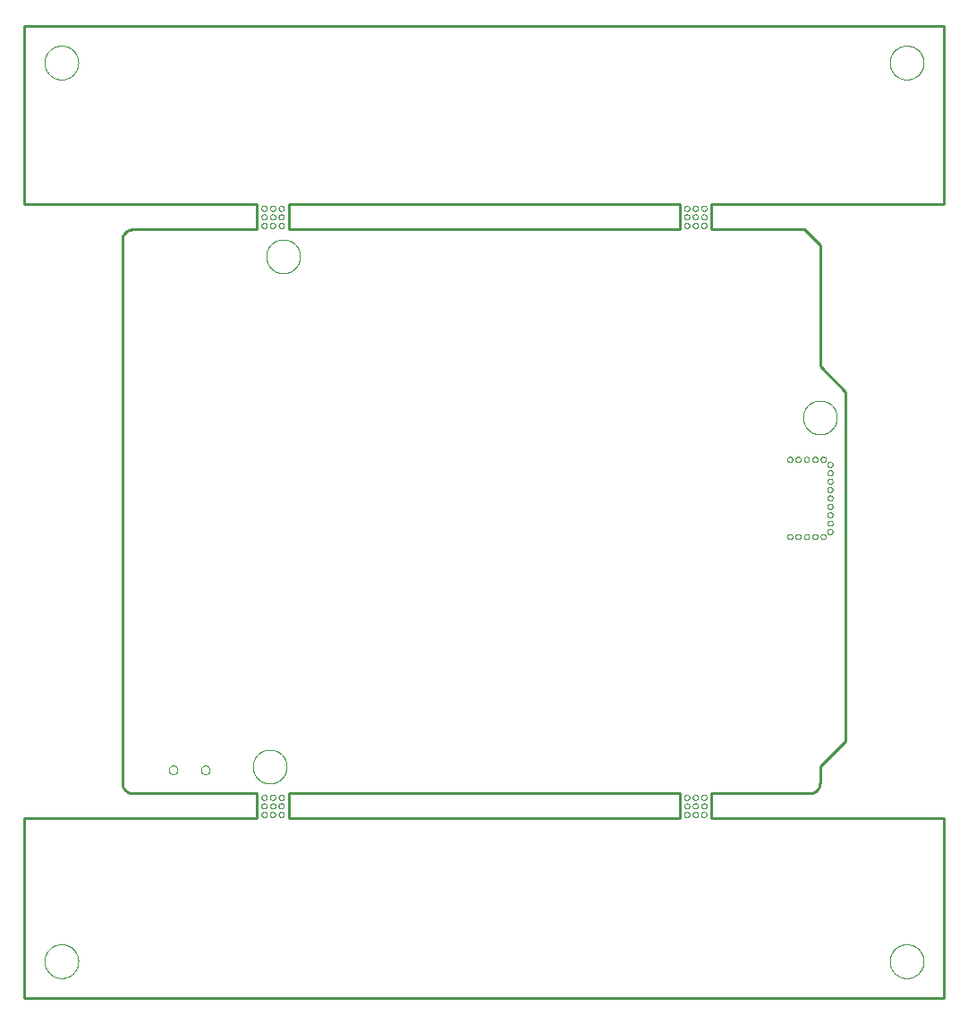
<source format=gbp>
G75*
%MOIN*%
%OFA0B0*%
%FSLAX25Y25*%
%IPPOS*%
%LPD*%
%AMOC8*
5,1,8,0,0,1.08239X$1,22.5*
%
%ADD10C,0.00000*%
%ADD11C,0.01000*%
D10*
X0008981Y0015280D02*
X0008983Y0015438D01*
X0008989Y0015596D01*
X0008999Y0015754D01*
X0009013Y0015912D01*
X0009031Y0016069D01*
X0009052Y0016226D01*
X0009078Y0016382D01*
X0009108Y0016538D01*
X0009141Y0016693D01*
X0009179Y0016846D01*
X0009220Y0016999D01*
X0009265Y0017151D01*
X0009314Y0017302D01*
X0009367Y0017451D01*
X0009423Y0017599D01*
X0009483Y0017745D01*
X0009547Y0017890D01*
X0009615Y0018033D01*
X0009686Y0018175D01*
X0009760Y0018315D01*
X0009838Y0018452D01*
X0009920Y0018588D01*
X0010004Y0018722D01*
X0010093Y0018853D01*
X0010184Y0018982D01*
X0010279Y0019109D01*
X0010376Y0019234D01*
X0010477Y0019356D01*
X0010581Y0019475D01*
X0010688Y0019592D01*
X0010798Y0019706D01*
X0010911Y0019817D01*
X0011026Y0019926D01*
X0011144Y0020031D01*
X0011265Y0020133D01*
X0011388Y0020233D01*
X0011514Y0020329D01*
X0011642Y0020422D01*
X0011772Y0020512D01*
X0011905Y0020598D01*
X0012040Y0020682D01*
X0012176Y0020761D01*
X0012315Y0020838D01*
X0012456Y0020910D01*
X0012598Y0020980D01*
X0012742Y0021045D01*
X0012888Y0021107D01*
X0013035Y0021165D01*
X0013184Y0021220D01*
X0013334Y0021271D01*
X0013485Y0021318D01*
X0013637Y0021361D01*
X0013790Y0021400D01*
X0013945Y0021436D01*
X0014100Y0021467D01*
X0014256Y0021495D01*
X0014412Y0021519D01*
X0014569Y0021539D01*
X0014727Y0021555D01*
X0014884Y0021567D01*
X0015043Y0021575D01*
X0015201Y0021579D01*
X0015359Y0021579D01*
X0015517Y0021575D01*
X0015676Y0021567D01*
X0015833Y0021555D01*
X0015991Y0021539D01*
X0016148Y0021519D01*
X0016304Y0021495D01*
X0016460Y0021467D01*
X0016615Y0021436D01*
X0016770Y0021400D01*
X0016923Y0021361D01*
X0017075Y0021318D01*
X0017226Y0021271D01*
X0017376Y0021220D01*
X0017525Y0021165D01*
X0017672Y0021107D01*
X0017818Y0021045D01*
X0017962Y0020980D01*
X0018104Y0020910D01*
X0018245Y0020838D01*
X0018384Y0020761D01*
X0018520Y0020682D01*
X0018655Y0020598D01*
X0018788Y0020512D01*
X0018918Y0020422D01*
X0019046Y0020329D01*
X0019172Y0020233D01*
X0019295Y0020133D01*
X0019416Y0020031D01*
X0019534Y0019926D01*
X0019649Y0019817D01*
X0019762Y0019706D01*
X0019872Y0019592D01*
X0019979Y0019475D01*
X0020083Y0019356D01*
X0020184Y0019234D01*
X0020281Y0019109D01*
X0020376Y0018982D01*
X0020467Y0018853D01*
X0020556Y0018722D01*
X0020640Y0018588D01*
X0020722Y0018452D01*
X0020800Y0018315D01*
X0020874Y0018175D01*
X0020945Y0018033D01*
X0021013Y0017890D01*
X0021077Y0017745D01*
X0021137Y0017599D01*
X0021193Y0017451D01*
X0021246Y0017302D01*
X0021295Y0017151D01*
X0021340Y0016999D01*
X0021381Y0016846D01*
X0021419Y0016693D01*
X0021452Y0016538D01*
X0021482Y0016382D01*
X0021508Y0016226D01*
X0021529Y0016069D01*
X0021547Y0015912D01*
X0021561Y0015754D01*
X0021571Y0015596D01*
X0021577Y0015438D01*
X0021579Y0015280D01*
X0021577Y0015122D01*
X0021571Y0014964D01*
X0021561Y0014806D01*
X0021547Y0014648D01*
X0021529Y0014491D01*
X0021508Y0014334D01*
X0021482Y0014178D01*
X0021452Y0014022D01*
X0021419Y0013867D01*
X0021381Y0013714D01*
X0021340Y0013561D01*
X0021295Y0013409D01*
X0021246Y0013258D01*
X0021193Y0013109D01*
X0021137Y0012961D01*
X0021077Y0012815D01*
X0021013Y0012670D01*
X0020945Y0012527D01*
X0020874Y0012385D01*
X0020800Y0012245D01*
X0020722Y0012108D01*
X0020640Y0011972D01*
X0020556Y0011838D01*
X0020467Y0011707D01*
X0020376Y0011578D01*
X0020281Y0011451D01*
X0020184Y0011326D01*
X0020083Y0011204D01*
X0019979Y0011085D01*
X0019872Y0010968D01*
X0019762Y0010854D01*
X0019649Y0010743D01*
X0019534Y0010634D01*
X0019416Y0010529D01*
X0019295Y0010427D01*
X0019172Y0010327D01*
X0019046Y0010231D01*
X0018918Y0010138D01*
X0018788Y0010048D01*
X0018655Y0009962D01*
X0018520Y0009878D01*
X0018384Y0009799D01*
X0018245Y0009722D01*
X0018104Y0009650D01*
X0017962Y0009580D01*
X0017818Y0009515D01*
X0017672Y0009453D01*
X0017525Y0009395D01*
X0017376Y0009340D01*
X0017226Y0009289D01*
X0017075Y0009242D01*
X0016923Y0009199D01*
X0016770Y0009160D01*
X0016615Y0009124D01*
X0016460Y0009093D01*
X0016304Y0009065D01*
X0016148Y0009041D01*
X0015991Y0009021D01*
X0015833Y0009005D01*
X0015676Y0008993D01*
X0015517Y0008985D01*
X0015359Y0008981D01*
X0015201Y0008981D01*
X0015043Y0008985D01*
X0014884Y0008993D01*
X0014727Y0009005D01*
X0014569Y0009021D01*
X0014412Y0009041D01*
X0014256Y0009065D01*
X0014100Y0009093D01*
X0013945Y0009124D01*
X0013790Y0009160D01*
X0013637Y0009199D01*
X0013485Y0009242D01*
X0013334Y0009289D01*
X0013184Y0009340D01*
X0013035Y0009395D01*
X0012888Y0009453D01*
X0012742Y0009515D01*
X0012598Y0009580D01*
X0012456Y0009650D01*
X0012315Y0009722D01*
X0012176Y0009799D01*
X0012040Y0009878D01*
X0011905Y0009962D01*
X0011772Y0010048D01*
X0011642Y0010138D01*
X0011514Y0010231D01*
X0011388Y0010327D01*
X0011265Y0010427D01*
X0011144Y0010529D01*
X0011026Y0010634D01*
X0010911Y0010743D01*
X0010798Y0010854D01*
X0010688Y0010968D01*
X0010581Y0011085D01*
X0010477Y0011204D01*
X0010376Y0011326D01*
X0010279Y0011451D01*
X0010184Y0011578D01*
X0010093Y0011707D01*
X0010004Y0011838D01*
X0009920Y0011972D01*
X0009838Y0012108D01*
X0009760Y0012245D01*
X0009686Y0012385D01*
X0009615Y0012527D01*
X0009547Y0012670D01*
X0009483Y0012815D01*
X0009423Y0012961D01*
X0009367Y0013109D01*
X0009314Y0013258D01*
X0009265Y0013409D01*
X0009220Y0013561D01*
X0009179Y0013714D01*
X0009141Y0013867D01*
X0009108Y0014022D01*
X0009078Y0014178D01*
X0009052Y0014334D01*
X0009031Y0014491D01*
X0009013Y0014648D01*
X0008999Y0014806D01*
X0008989Y0014964D01*
X0008983Y0015122D01*
X0008981Y0015280D01*
X0055317Y0086530D02*
X0055319Y0086610D01*
X0055325Y0086689D01*
X0055335Y0086768D01*
X0055349Y0086847D01*
X0055366Y0086925D01*
X0055388Y0087002D01*
X0055413Y0087077D01*
X0055443Y0087151D01*
X0055475Y0087224D01*
X0055512Y0087295D01*
X0055552Y0087364D01*
X0055595Y0087431D01*
X0055642Y0087496D01*
X0055691Y0087558D01*
X0055744Y0087618D01*
X0055800Y0087675D01*
X0055858Y0087730D01*
X0055919Y0087781D01*
X0055983Y0087829D01*
X0056049Y0087874D01*
X0056117Y0087916D01*
X0056187Y0087954D01*
X0056259Y0087988D01*
X0056332Y0088019D01*
X0056407Y0088047D01*
X0056484Y0088070D01*
X0056561Y0088090D01*
X0056639Y0088106D01*
X0056718Y0088118D01*
X0056797Y0088126D01*
X0056877Y0088130D01*
X0056957Y0088130D01*
X0057037Y0088126D01*
X0057116Y0088118D01*
X0057195Y0088106D01*
X0057273Y0088090D01*
X0057350Y0088070D01*
X0057427Y0088047D01*
X0057502Y0088019D01*
X0057575Y0087988D01*
X0057647Y0087954D01*
X0057717Y0087916D01*
X0057785Y0087874D01*
X0057851Y0087829D01*
X0057915Y0087781D01*
X0057976Y0087730D01*
X0058034Y0087675D01*
X0058090Y0087618D01*
X0058143Y0087558D01*
X0058192Y0087496D01*
X0058239Y0087431D01*
X0058282Y0087364D01*
X0058322Y0087295D01*
X0058359Y0087224D01*
X0058391Y0087151D01*
X0058421Y0087077D01*
X0058446Y0087002D01*
X0058468Y0086925D01*
X0058485Y0086847D01*
X0058499Y0086768D01*
X0058509Y0086689D01*
X0058515Y0086610D01*
X0058517Y0086530D01*
X0058515Y0086450D01*
X0058509Y0086371D01*
X0058499Y0086292D01*
X0058485Y0086213D01*
X0058468Y0086135D01*
X0058446Y0086058D01*
X0058421Y0085983D01*
X0058391Y0085909D01*
X0058359Y0085836D01*
X0058322Y0085765D01*
X0058282Y0085696D01*
X0058239Y0085629D01*
X0058192Y0085564D01*
X0058143Y0085502D01*
X0058090Y0085442D01*
X0058034Y0085385D01*
X0057976Y0085330D01*
X0057915Y0085279D01*
X0057851Y0085231D01*
X0057785Y0085186D01*
X0057717Y0085144D01*
X0057647Y0085106D01*
X0057575Y0085072D01*
X0057502Y0085041D01*
X0057427Y0085013D01*
X0057350Y0084990D01*
X0057273Y0084970D01*
X0057195Y0084954D01*
X0057116Y0084942D01*
X0057037Y0084934D01*
X0056957Y0084930D01*
X0056877Y0084930D01*
X0056797Y0084934D01*
X0056718Y0084942D01*
X0056639Y0084954D01*
X0056561Y0084970D01*
X0056484Y0084990D01*
X0056407Y0085013D01*
X0056332Y0085041D01*
X0056259Y0085072D01*
X0056187Y0085106D01*
X0056117Y0085144D01*
X0056049Y0085186D01*
X0055983Y0085231D01*
X0055919Y0085279D01*
X0055858Y0085330D01*
X0055800Y0085385D01*
X0055744Y0085442D01*
X0055691Y0085502D01*
X0055642Y0085564D01*
X0055595Y0085629D01*
X0055552Y0085696D01*
X0055512Y0085765D01*
X0055475Y0085836D01*
X0055443Y0085909D01*
X0055413Y0085983D01*
X0055388Y0086058D01*
X0055366Y0086135D01*
X0055349Y0086213D01*
X0055335Y0086292D01*
X0055325Y0086371D01*
X0055319Y0086450D01*
X0055317Y0086530D01*
X0067317Y0086530D02*
X0067319Y0086610D01*
X0067325Y0086689D01*
X0067335Y0086768D01*
X0067349Y0086847D01*
X0067366Y0086925D01*
X0067388Y0087002D01*
X0067413Y0087077D01*
X0067443Y0087151D01*
X0067475Y0087224D01*
X0067512Y0087295D01*
X0067552Y0087364D01*
X0067595Y0087431D01*
X0067642Y0087496D01*
X0067691Y0087558D01*
X0067744Y0087618D01*
X0067800Y0087675D01*
X0067858Y0087730D01*
X0067919Y0087781D01*
X0067983Y0087829D01*
X0068049Y0087874D01*
X0068117Y0087916D01*
X0068187Y0087954D01*
X0068259Y0087988D01*
X0068332Y0088019D01*
X0068407Y0088047D01*
X0068484Y0088070D01*
X0068561Y0088090D01*
X0068639Y0088106D01*
X0068718Y0088118D01*
X0068797Y0088126D01*
X0068877Y0088130D01*
X0068957Y0088130D01*
X0069037Y0088126D01*
X0069116Y0088118D01*
X0069195Y0088106D01*
X0069273Y0088090D01*
X0069350Y0088070D01*
X0069427Y0088047D01*
X0069502Y0088019D01*
X0069575Y0087988D01*
X0069647Y0087954D01*
X0069717Y0087916D01*
X0069785Y0087874D01*
X0069851Y0087829D01*
X0069915Y0087781D01*
X0069976Y0087730D01*
X0070034Y0087675D01*
X0070090Y0087618D01*
X0070143Y0087558D01*
X0070192Y0087496D01*
X0070239Y0087431D01*
X0070282Y0087364D01*
X0070322Y0087295D01*
X0070359Y0087224D01*
X0070391Y0087151D01*
X0070421Y0087077D01*
X0070446Y0087002D01*
X0070468Y0086925D01*
X0070485Y0086847D01*
X0070499Y0086768D01*
X0070509Y0086689D01*
X0070515Y0086610D01*
X0070517Y0086530D01*
X0070515Y0086450D01*
X0070509Y0086371D01*
X0070499Y0086292D01*
X0070485Y0086213D01*
X0070468Y0086135D01*
X0070446Y0086058D01*
X0070421Y0085983D01*
X0070391Y0085909D01*
X0070359Y0085836D01*
X0070322Y0085765D01*
X0070282Y0085696D01*
X0070239Y0085629D01*
X0070192Y0085564D01*
X0070143Y0085502D01*
X0070090Y0085442D01*
X0070034Y0085385D01*
X0069976Y0085330D01*
X0069915Y0085279D01*
X0069851Y0085231D01*
X0069785Y0085186D01*
X0069717Y0085144D01*
X0069647Y0085106D01*
X0069575Y0085072D01*
X0069502Y0085041D01*
X0069427Y0085013D01*
X0069350Y0084990D01*
X0069273Y0084970D01*
X0069195Y0084954D01*
X0069116Y0084942D01*
X0069037Y0084934D01*
X0068957Y0084930D01*
X0068877Y0084930D01*
X0068797Y0084934D01*
X0068718Y0084942D01*
X0068639Y0084954D01*
X0068561Y0084970D01*
X0068484Y0084990D01*
X0068407Y0085013D01*
X0068332Y0085041D01*
X0068259Y0085072D01*
X0068187Y0085106D01*
X0068117Y0085144D01*
X0068049Y0085186D01*
X0067983Y0085231D01*
X0067919Y0085279D01*
X0067858Y0085330D01*
X0067800Y0085385D01*
X0067744Y0085442D01*
X0067691Y0085502D01*
X0067642Y0085564D01*
X0067595Y0085629D01*
X0067552Y0085696D01*
X0067512Y0085765D01*
X0067475Y0085836D01*
X0067443Y0085909D01*
X0067413Y0085983D01*
X0067388Y0086058D01*
X0067366Y0086135D01*
X0067349Y0086213D01*
X0067335Y0086292D01*
X0067325Y0086371D01*
X0067319Y0086450D01*
X0067317Y0086530D01*
X0086618Y0087780D02*
X0086620Y0087938D01*
X0086626Y0088096D01*
X0086636Y0088254D01*
X0086650Y0088412D01*
X0086668Y0088569D01*
X0086689Y0088726D01*
X0086715Y0088882D01*
X0086745Y0089038D01*
X0086778Y0089193D01*
X0086816Y0089346D01*
X0086857Y0089499D01*
X0086902Y0089651D01*
X0086951Y0089802D01*
X0087004Y0089951D01*
X0087060Y0090099D01*
X0087120Y0090245D01*
X0087184Y0090390D01*
X0087252Y0090533D01*
X0087323Y0090675D01*
X0087397Y0090815D01*
X0087475Y0090952D01*
X0087557Y0091088D01*
X0087641Y0091222D01*
X0087730Y0091353D01*
X0087821Y0091482D01*
X0087916Y0091609D01*
X0088013Y0091734D01*
X0088114Y0091856D01*
X0088218Y0091975D01*
X0088325Y0092092D01*
X0088435Y0092206D01*
X0088548Y0092317D01*
X0088663Y0092426D01*
X0088781Y0092531D01*
X0088902Y0092633D01*
X0089025Y0092733D01*
X0089151Y0092829D01*
X0089279Y0092922D01*
X0089409Y0093012D01*
X0089542Y0093098D01*
X0089677Y0093182D01*
X0089813Y0093261D01*
X0089952Y0093338D01*
X0090093Y0093410D01*
X0090235Y0093480D01*
X0090379Y0093545D01*
X0090525Y0093607D01*
X0090672Y0093665D01*
X0090821Y0093720D01*
X0090971Y0093771D01*
X0091122Y0093818D01*
X0091274Y0093861D01*
X0091427Y0093900D01*
X0091582Y0093936D01*
X0091737Y0093967D01*
X0091893Y0093995D01*
X0092049Y0094019D01*
X0092206Y0094039D01*
X0092364Y0094055D01*
X0092521Y0094067D01*
X0092680Y0094075D01*
X0092838Y0094079D01*
X0092996Y0094079D01*
X0093154Y0094075D01*
X0093313Y0094067D01*
X0093470Y0094055D01*
X0093628Y0094039D01*
X0093785Y0094019D01*
X0093941Y0093995D01*
X0094097Y0093967D01*
X0094252Y0093936D01*
X0094407Y0093900D01*
X0094560Y0093861D01*
X0094712Y0093818D01*
X0094863Y0093771D01*
X0095013Y0093720D01*
X0095162Y0093665D01*
X0095309Y0093607D01*
X0095455Y0093545D01*
X0095599Y0093480D01*
X0095741Y0093410D01*
X0095882Y0093338D01*
X0096021Y0093261D01*
X0096157Y0093182D01*
X0096292Y0093098D01*
X0096425Y0093012D01*
X0096555Y0092922D01*
X0096683Y0092829D01*
X0096809Y0092733D01*
X0096932Y0092633D01*
X0097053Y0092531D01*
X0097171Y0092426D01*
X0097286Y0092317D01*
X0097399Y0092206D01*
X0097509Y0092092D01*
X0097616Y0091975D01*
X0097720Y0091856D01*
X0097821Y0091734D01*
X0097918Y0091609D01*
X0098013Y0091482D01*
X0098104Y0091353D01*
X0098193Y0091222D01*
X0098277Y0091088D01*
X0098359Y0090952D01*
X0098437Y0090815D01*
X0098511Y0090675D01*
X0098582Y0090533D01*
X0098650Y0090390D01*
X0098714Y0090245D01*
X0098774Y0090099D01*
X0098830Y0089951D01*
X0098883Y0089802D01*
X0098932Y0089651D01*
X0098977Y0089499D01*
X0099018Y0089346D01*
X0099056Y0089193D01*
X0099089Y0089038D01*
X0099119Y0088882D01*
X0099145Y0088726D01*
X0099166Y0088569D01*
X0099184Y0088412D01*
X0099198Y0088254D01*
X0099208Y0088096D01*
X0099214Y0087938D01*
X0099216Y0087780D01*
X0099214Y0087622D01*
X0099208Y0087464D01*
X0099198Y0087306D01*
X0099184Y0087148D01*
X0099166Y0086991D01*
X0099145Y0086834D01*
X0099119Y0086678D01*
X0099089Y0086522D01*
X0099056Y0086367D01*
X0099018Y0086214D01*
X0098977Y0086061D01*
X0098932Y0085909D01*
X0098883Y0085758D01*
X0098830Y0085609D01*
X0098774Y0085461D01*
X0098714Y0085315D01*
X0098650Y0085170D01*
X0098582Y0085027D01*
X0098511Y0084885D01*
X0098437Y0084745D01*
X0098359Y0084608D01*
X0098277Y0084472D01*
X0098193Y0084338D01*
X0098104Y0084207D01*
X0098013Y0084078D01*
X0097918Y0083951D01*
X0097821Y0083826D01*
X0097720Y0083704D01*
X0097616Y0083585D01*
X0097509Y0083468D01*
X0097399Y0083354D01*
X0097286Y0083243D01*
X0097171Y0083134D01*
X0097053Y0083029D01*
X0096932Y0082927D01*
X0096809Y0082827D01*
X0096683Y0082731D01*
X0096555Y0082638D01*
X0096425Y0082548D01*
X0096292Y0082462D01*
X0096157Y0082378D01*
X0096021Y0082299D01*
X0095882Y0082222D01*
X0095741Y0082150D01*
X0095599Y0082080D01*
X0095455Y0082015D01*
X0095309Y0081953D01*
X0095162Y0081895D01*
X0095013Y0081840D01*
X0094863Y0081789D01*
X0094712Y0081742D01*
X0094560Y0081699D01*
X0094407Y0081660D01*
X0094252Y0081624D01*
X0094097Y0081593D01*
X0093941Y0081565D01*
X0093785Y0081541D01*
X0093628Y0081521D01*
X0093470Y0081505D01*
X0093313Y0081493D01*
X0093154Y0081485D01*
X0092996Y0081481D01*
X0092838Y0081481D01*
X0092680Y0081485D01*
X0092521Y0081493D01*
X0092364Y0081505D01*
X0092206Y0081521D01*
X0092049Y0081541D01*
X0091893Y0081565D01*
X0091737Y0081593D01*
X0091582Y0081624D01*
X0091427Y0081660D01*
X0091274Y0081699D01*
X0091122Y0081742D01*
X0090971Y0081789D01*
X0090821Y0081840D01*
X0090672Y0081895D01*
X0090525Y0081953D01*
X0090379Y0082015D01*
X0090235Y0082080D01*
X0090093Y0082150D01*
X0089952Y0082222D01*
X0089813Y0082299D01*
X0089677Y0082378D01*
X0089542Y0082462D01*
X0089409Y0082548D01*
X0089279Y0082638D01*
X0089151Y0082731D01*
X0089025Y0082827D01*
X0088902Y0082927D01*
X0088781Y0083029D01*
X0088663Y0083134D01*
X0088548Y0083243D01*
X0088435Y0083354D01*
X0088325Y0083468D01*
X0088218Y0083585D01*
X0088114Y0083704D01*
X0088013Y0083826D01*
X0087916Y0083951D01*
X0087821Y0084078D01*
X0087730Y0084207D01*
X0087641Y0084338D01*
X0087557Y0084472D01*
X0087475Y0084608D01*
X0087397Y0084745D01*
X0087323Y0084885D01*
X0087252Y0085027D01*
X0087184Y0085170D01*
X0087120Y0085315D01*
X0087060Y0085461D01*
X0087004Y0085609D01*
X0086951Y0085758D01*
X0086902Y0085909D01*
X0086857Y0086061D01*
X0086816Y0086214D01*
X0086778Y0086367D01*
X0086745Y0086522D01*
X0086715Y0086678D01*
X0086689Y0086834D01*
X0086668Y0086991D01*
X0086650Y0087148D01*
X0086636Y0087306D01*
X0086626Y0087464D01*
X0086620Y0087622D01*
X0086618Y0087780D01*
X0089837Y0076303D02*
X0089839Y0076365D01*
X0089845Y0076428D01*
X0089855Y0076489D01*
X0089869Y0076550D01*
X0089886Y0076610D01*
X0089907Y0076669D01*
X0089933Y0076726D01*
X0089961Y0076781D01*
X0089993Y0076835D01*
X0090029Y0076886D01*
X0090067Y0076936D01*
X0090109Y0076982D01*
X0090153Y0077026D01*
X0090201Y0077067D01*
X0090250Y0077105D01*
X0090302Y0077139D01*
X0090356Y0077170D01*
X0090412Y0077198D01*
X0090470Y0077222D01*
X0090529Y0077243D01*
X0090589Y0077259D01*
X0090650Y0077272D01*
X0090712Y0077281D01*
X0090774Y0077286D01*
X0090837Y0077287D01*
X0090899Y0077284D01*
X0090961Y0077277D01*
X0091023Y0077266D01*
X0091083Y0077251D01*
X0091143Y0077233D01*
X0091201Y0077211D01*
X0091258Y0077185D01*
X0091313Y0077155D01*
X0091366Y0077122D01*
X0091417Y0077086D01*
X0091465Y0077047D01*
X0091511Y0077004D01*
X0091554Y0076959D01*
X0091594Y0076911D01*
X0091631Y0076861D01*
X0091665Y0076808D01*
X0091696Y0076754D01*
X0091722Y0076698D01*
X0091746Y0076640D01*
X0091765Y0076580D01*
X0091781Y0076520D01*
X0091793Y0076458D01*
X0091801Y0076397D01*
X0091805Y0076334D01*
X0091805Y0076272D01*
X0091801Y0076209D01*
X0091793Y0076148D01*
X0091781Y0076086D01*
X0091765Y0076026D01*
X0091746Y0075966D01*
X0091722Y0075908D01*
X0091696Y0075852D01*
X0091665Y0075798D01*
X0091631Y0075745D01*
X0091594Y0075695D01*
X0091554Y0075647D01*
X0091511Y0075602D01*
X0091465Y0075559D01*
X0091417Y0075520D01*
X0091366Y0075484D01*
X0091313Y0075451D01*
X0091258Y0075421D01*
X0091201Y0075395D01*
X0091143Y0075373D01*
X0091083Y0075355D01*
X0091023Y0075340D01*
X0090961Y0075329D01*
X0090899Y0075322D01*
X0090837Y0075319D01*
X0090774Y0075320D01*
X0090712Y0075325D01*
X0090650Y0075334D01*
X0090589Y0075347D01*
X0090529Y0075363D01*
X0090470Y0075384D01*
X0090412Y0075408D01*
X0090356Y0075436D01*
X0090302Y0075467D01*
X0090250Y0075501D01*
X0090201Y0075539D01*
X0090153Y0075580D01*
X0090109Y0075624D01*
X0090067Y0075670D01*
X0090029Y0075720D01*
X0089993Y0075771D01*
X0089961Y0075825D01*
X0089933Y0075880D01*
X0089907Y0075937D01*
X0089886Y0075996D01*
X0089869Y0076056D01*
X0089855Y0076117D01*
X0089845Y0076178D01*
X0089839Y0076241D01*
X0089837Y0076303D01*
X0089837Y0073104D02*
X0089839Y0073166D01*
X0089845Y0073229D01*
X0089855Y0073290D01*
X0089869Y0073351D01*
X0089886Y0073411D01*
X0089907Y0073470D01*
X0089933Y0073527D01*
X0089961Y0073582D01*
X0089993Y0073636D01*
X0090029Y0073687D01*
X0090067Y0073737D01*
X0090109Y0073783D01*
X0090153Y0073827D01*
X0090201Y0073868D01*
X0090250Y0073906D01*
X0090302Y0073940D01*
X0090356Y0073971D01*
X0090412Y0073999D01*
X0090470Y0074023D01*
X0090529Y0074044D01*
X0090589Y0074060D01*
X0090650Y0074073D01*
X0090712Y0074082D01*
X0090774Y0074087D01*
X0090837Y0074088D01*
X0090899Y0074085D01*
X0090961Y0074078D01*
X0091023Y0074067D01*
X0091083Y0074052D01*
X0091143Y0074034D01*
X0091201Y0074012D01*
X0091258Y0073986D01*
X0091313Y0073956D01*
X0091366Y0073923D01*
X0091417Y0073887D01*
X0091465Y0073848D01*
X0091511Y0073805D01*
X0091554Y0073760D01*
X0091594Y0073712D01*
X0091631Y0073662D01*
X0091665Y0073609D01*
X0091696Y0073555D01*
X0091722Y0073499D01*
X0091746Y0073441D01*
X0091765Y0073381D01*
X0091781Y0073321D01*
X0091793Y0073259D01*
X0091801Y0073198D01*
X0091805Y0073135D01*
X0091805Y0073073D01*
X0091801Y0073010D01*
X0091793Y0072949D01*
X0091781Y0072887D01*
X0091765Y0072827D01*
X0091746Y0072767D01*
X0091722Y0072709D01*
X0091696Y0072653D01*
X0091665Y0072599D01*
X0091631Y0072546D01*
X0091594Y0072496D01*
X0091554Y0072448D01*
X0091511Y0072403D01*
X0091465Y0072360D01*
X0091417Y0072321D01*
X0091366Y0072285D01*
X0091313Y0072252D01*
X0091258Y0072222D01*
X0091201Y0072196D01*
X0091143Y0072174D01*
X0091083Y0072156D01*
X0091023Y0072141D01*
X0090961Y0072130D01*
X0090899Y0072123D01*
X0090837Y0072120D01*
X0090774Y0072121D01*
X0090712Y0072126D01*
X0090650Y0072135D01*
X0090589Y0072148D01*
X0090529Y0072164D01*
X0090470Y0072185D01*
X0090412Y0072209D01*
X0090356Y0072237D01*
X0090302Y0072268D01*
X0090250Y0072302D01*
X0090201Y0072340D01*
X0090153Y0072381D01*
X0090109Y0072425D01*
X0090067Y0072471D01*
X0090029Y0072521D01*
X0089993Y0072572D01*
X0089961Y0072626D01*
X0089933Y0072681D01*
X0089907Y0072738D01*
X0089886Y0072797D01*
X0089869Y0072857D01*
X0089855Y0072918D01*
X0089845Y0072979D01*
X0089839Y0073042D01*
X0089837Y0073104D01*
X0089837Y0069906D02*
X0089839Y0069968D01*
X0089845Y0070031D01*
X0089855Y0070092D01*
X0089869Y0070153D01*
X0089886Y0070213D01*
X0089907Y0070272D01*
X0089933Y0070329D01*
X0089961Y0070384D01*
X0089993Y0070438D01*
X0090029Y0070489D01*
X0090067Y0070539D01*
X0090109Y0070585D01*
X0090153Y0070629D01*
X0090201Y0070670D01*
X0090250Y0070708D01*
X0090302Y0070742D01*
X0090356Y0070773D01*
X0090412Y0070801D01*
X0090470Y0070825D01*
X0090529Y0070846D01*
X0090589Y0070862D01*
X0090650Y0070875D01*
X0090712Y0070884D01*
X0090774Y0070889D01*
X0090837Y0070890D01*
X0090899Y0070887D01*
X0090961Y0070880D01*
X0091023Y0070869D01*
X0091083Y0070854D01*
X0091143Y0070836D01*
X0091201Y0070814D01*
X0091258Y0070788D01*
X0091313Y0070758D01*
X0091366Y0070725D01*
X0091417Y0070689D01*
X0091465Y0070650D01*
X0091511Y0070607D01*
X0091554Y0070562D01*
X0091594Y0070514D01*
X0091631Y0070464D01*
X0091665Y0070411D01*
X0091696Y0070357D01*
X0091722Y0070301D01*
X0091746Y0070243D01*
X0091765Y0070183D01*
X0091781Y0070123D01*
X0091793Y0070061D01*
X0091801Y0070000D01*
X0091805Y0069937D01*
X0091805Y0069875D01*
X0091801Y0069812D01*
X0091793Y0069751D01*
X0091781Y0069689D01*
X0091765Y0069629D01*
X0091746Y0069569D01*
X0091722Y0069511D01*
X0091696Y0069455D01*
X0091665Y0069401D01*
X0091631Y0069348D01*
X0091594Y0069298D01*
X0091554Y0069250D01*
X0091511Y0069205D01*
X0091465Y0069162D01*
X0091417Y0069123D01*
X0091366Y0069087D01*
X0091313Y0069054D01*
X0091258Y0069024D01*
X0091201Y0068998D01*
X0091143Y0068976D01*
X0091083Y0068958D01*
X0091023Y0068943D01*
X0090961Y0068932D01*
X0090899Y0068925D01*
X0090837Y0068922D01*
X0090774Y0068923D01*
X0090712Y0068928D01*
X0090650Y0068937D01*
X0090589Y0068950D01*
X0090529Y0068966D01*
X0090470Y0068987D01*
X0090412Y0069011D01*
X0090356Y0069039D01*
X0090302Y0069070D01*
X0090250Y0069104D01*
X0090201Y0069142D01*
X0090153Y0069183D01*
X0090109Y0069227D01*
X0090067Y0069273D01*
X0090029Y0069323D01*
X0089993Y0069374D01*
X0089961Y0069428D01*
X0089933Y0069483D01*
X0089907Y0069540D01*
X0089886Y0069599D01*
X0089869Y0069659D01*
X0089855Y0069720D01*
X0089845Y0069781D01*
X0089839Y0069844D01*
X0089837Y0069906D01*
X0093036Y0069906D02*
X0093038Y0069968D01*
X0093044Y0070031D01*
X0093054Y0070092D01*
X0093068Y0070153D01*
X0093085Y0070213D01*
X0093106Y0070272D01*
X0093132Y0070329D01*
X0093160Y0070384D01*
X0093192Y0070438D01*
X0093228Y0070489D01*
X0093266Y0070539D01*
X0093308Y0070585D01*
X0093352Y0070629D01*
X0093400Y0070670D01*
X0093449Y0070708D01*
X0093501Y0070742D01*
X0093555Y0070773D01*
X0093611Y0070801D01*
X0093669Y0070825D01*
X0093728Y0070846D01*
X0093788Y0070862D01*
X0093849Y0070875D01*
X0093911Y0070884D01*
X0093973Y0070889D01*
X0094036Y0070890D01*
X0094098Y0070887D01*
X0094160Y0070880D01*
X0094222Y0070869D01*
X0094282Y0070854D01*
X0094342Y0070836D01*
X0094400Y0070814D01*
X0094457Y0070788D01*
X0094512Y0070758D01*
X0094565Y0070725D01*
X0094616Y0070689D01*
X0094664Y0070650D01*
X0094710Y0070607D01*
X0094753Y0070562D01*
X0094793Y0070514D01*
X0094830Y0070464D01*
X0094864Y0070411D01*
X0094895Y0070357D01*
X0094921Y0070301D01*
X0094945Y0070243D01*
X0094964Y0070183D01*
X0094980Y0070123D01*
X0094992Y0070061D01*
X0095000Y0070000D01*
X0095004Y0069937D01*
X0095004Y0069875D01*
X0095000Y0069812D01*
X0094992Y0069751D01*
X0094980Y0069689D01*
X0094964Y0069629D01*
X0094945Y0069569D01*
X0094921Y0069511D01*
X0094895Y0069455D01*
X0094864Y0069401D01*
X0094830Y0069348D01*
X0094793Y0069298D01*
X0094753Y0069250D01*
X0094710Y0069205D01*
X0094664Y0069162D01*
X0094616Y0069123D01*
X0094565Y0069087D01*
X0094512Y0069054D01*
X0094457Y0069024D01*
X0094400Y0068998D01*
X0094342Y0068976D01*
X0094282Y0068958D01*
X0094222Y0068943D01*
X0094160Y0068932D01*
X0094098Y0068925D01*
X0094036Y0068922D01*
X0093973Y0068923D01*
X0093911Y0068928D01*
X0093849Y0068937D01*
X0093788Y0068950D01*
X0093728Y0068966D01*
X0093669Y0068987D01*
X0093611Y0069011D01*
X0093555Y0069039D01*
X0093501Y0069070D01*
X0093449Y0069104D01*
X0093400Y0069142D01*
X0093352Y0069183D01*
X0093308Y0069227D01*
X0093266Y0069273D01*
X0093228Y0069323D01*
X0093192Y0069374D01*
X0093160Y0069428D01*
X0093132Y0069483D01*
X0093106Y0069540D01*
X0093085Y0069599D01*
X0093068Y0069659D01*
X0093054Y0069720D01*
X0093044Y0069781D01*
X0093038Y0069844D01*
X0093036Y0069906D01*
X0093036Y0073104D02*
X0093038Y0073166D01*
X0093044Y0073229D01*
X0093054Y0073290D01*
X0093068Y0073351D01*
X0093085Y0073411D01*
X0093106Y0073470D01*
X0093132Y0073527D01*
X0093160Y0073582D01*
X0093192Y0073636D01*
X0093228Y0073687D01*
X0093266Y0073737D01*
X0093308Y0073783D01*
X0093352Y0073827D01*
X0093400Y0073868D01*
X0093449Y0073906D01*
X0093501Y0073940D01*
X0093555Y0073971D01*
X0093611Y0073999D01*
X0093669Y0074023D01*
X0093728Y0074044D01*
X0093788Y0074060D01*
X0093849Y0074073D01*
X0093911Y0074082D01*
X0093973Y0074087D01*
X0094036Y0074088D01*
X0094098Y0074085D01*
X0094160Y0074078D01*
X0094222Y0074067D01*
X0094282Y0074052D01*
X0094342Y0074034D01*
X0094400Y0074012D01*
X0094457Y0073986D01*
X0094512Y0073956D01*
X0094565Y0073923D01*
X0094616Y0073887D01*
X0094664Y0073848D01*
X0094710Y0073805D01*
X0094753Y0073760D01*
X0094793Y0073712D01*
X0094830Y0073662D01*
X0094864Y0073609D01*
X0094895Y0073555D01*
X0094921Y0073499D01*
X0094945Y0073441D01*
X0094964Y0073381D01*
X0094980Y0073321D01*
X0094992Y0073259D01*
X0095000Y0073198D01*
X0095004Y0073135D01*
X0095004Y0073073D01*
X0095000Y0073010D01*
X0094992Y0072949D01*
X0094980Y0072887D01*
X0094964Y0072827D01*
X0094945Y0072767D01*
X0094921Y0072709D01*
X0094895Y0072653D01*
X0094864Y0072599D01*
X0094830Y0072546D01*
X0094793Y0072496D01*
X0094753Y0072448D01*
X0094710Y0072403D01*
X0094664Y0072360D01*
X0094616Y0072321D01*
X0094565Y0072285D01*
X0094512Y0072252D01*
X0094457Y0072222D01*
X0094400Y0072196D01*
X0094342Y0072174D01*
X0094282Y0072156D01*
X0094222Y0072141D01*
X0094160Y0072130D01*
X0094098Y0072123D01*
X0094036Y0072120D01*
X0093973Y0072121D01*
X0093911Y0072126D01*
X0093849Y0072135D01*
X0093788Y0072148D01*
X0093728Y0072164D01*
X0093669Y0072185D01*
X0093611Y0072209D01*
X0093555Y0072237D01*
X0093501Y0072268D01*
X0093449Y0072302D01*
X0093400Y0072340D01*
X0093352Y0072381D01*
X0093308Y0072425D01*
X0093266Y0072471D01*
X0093228Y0072521D01*
X0093192Y0072572D01*
X0093160Y0072626D01*
X0093132Y0072681D01*
X0093106Y0072738D01*
X0093085Y0072797D01*
X0093068Y0072857D01*
X0093054Y0072918D01*
X0093044Y0072979D01*
X0093038Y0073042D01*
X0093036Y0073104D01*
X0093036Y0076303D02*
X0093038Y0076365D01*
X0093044Y0076428D01*
X0093054Y0076489D01*
X0093068Y0076550D01*
X0093085Y0076610D01*
X0093106Y0076669D01*
X0093132Y0076726D01*
X0093160Y0076781D01*
X0093192Y0076835D01*
X0093228Y0076886D01*
X0093266Y0076936D01*
X0093308Y0076982D01*
X0093352Y0077026D01*
X0093400Y0077067D01*
X0093449Y0077105D01*
X0093501Y0077139D01*
X0093555Y0077170D01*
X0093611Y0077198D01*
X0093669Y0077222D01*
X0093728Y0077243D01*
X0093788Y0077259D01*
X0093849Y0077272D01*
X0093911Y0077281D01*
X0093973Y0077286D01*
X0094036Y0077287D01*
X0094098Y0077284D01*
X0094160Y0077277D01*
X0094222Y0077266D01*
X0094282Y0077251D01*
X0094342Y0077233D01*
X0094400Y0077211D01*
X0094457Y0077185D01*
X0094512Y0077155D01*
X0094565Y0077122D01*
X0094616Y0077086D01*
X0094664Y0077047D01*
X0094710Y0077004D01*
X0094753Y0076959D01*
X0094793Y0076911D01*
X0094830Y0076861D01*
X0094864Y0076808D01*
X0094895Y0076754D01*
X0094921Y0076698D01*
X0094945Y0076640D01*
X0094964Y0076580D01*
X0094980Y0076520D01*
X0094992Y0076458D01*
X0095000Y0076397D01*
X0095004Y0076334D01*
X0095004Y0076272D01*
X0095000Y0076209D01*
X0094992Y0076148D01*
X0094980Y0076086D01*
X0094964Y0076026D01*
X0094945Y0075966D01*
X0094921Y0075908D01*
X0094895Y0075852D01*
X0094864Y0075798D01*
X0094830Y0075745D01*
X0094793Y0075695D01*
X0094753Y0075647D01*
X0094710Y0075602D01*
X0094664Y0075559D01*
X0094616Y0075520D01*
X0094565Y0075484D01*
X0094512Y0075451D01*
X0094457Y0075421D01*
X0094400Y0075395D01*
X0094342Y0075373D01*
X0094282Y0075355D01*
X0094222Y0075340D01*
X0094160Y0075329D01*
X0094098Y0075322D01*
X0094036Y0075319D01*
X0093973Y0075320D01*
X0093911Y0075325D01*
X0093849Y0075334D01*
X0093788Y0075347D01*
X0093728Y0075363D01*
X0093669Y0075384D01*
X0093611Y0075408D01*
X0093555Y0075436D01*
X0093501Y0075467D01*
X0093449Y0075501D01*
X0093400Y0075539D01*
X0093352Y0075580D01*
X0093308Y0075624D01*
X0093266Y0075670D01*
X0093228Y0075720D01*
X0093192Y0075771D01*
X0093160Y0075825D01*
X0093132Y0075880D01*
X0093106Y0075937D01*
X0093085Y0075996D01*
X0093068Y0076056D01*
X0093054Y0076117D01*
X0093044Y0076178D01*
X0093038Y0076241D01*
X0093036Y0076303D01*
X0096235Y0076303D02*
X0096237Y0076365D01*
X0096243Y0076428D01*
X0096253Y0076489D01*
X0096267Y0076550D01*
X0096284Y0076610D01*
X0096305Y0076669D01*
X0096331Y0076726D01*
X0096359Y0076781D01*
X0096391Y0076835D01*
X0096427Y0076886D01*
X0096465Y0076936D01*
X0096507Y0076982D01*
X0096551Y0077026D01*
X0096599Y0077067D01*
X0096648Y0077105D01*
X0096700Y0077139D01*
X0096754Y0077170D01*
X0096810Y0077198D01*
X0096868Y0077222D01*
X0096927Y0077243D01*
X0096987Y0077259D01*
X0097048Y0077272D01*
X0097110Y0077281D01*
X0097172Y0077286D01*
X0097235Y0077287D01*
X0097297Y0077284D01*
X0097359Y0077277D01*
X0097421Y0077266D01*
X0097481Y0077251D01*
X0097541Y0077233D01*
X0097599Y0077211D01*
X0097656Y0077185D01*
X0097711Y0077155D01*
X0097764Y0077122D01*
X0097815Y0077086D01*
X0097863Y0077047D01*
X0097909Y0077004D01*
X0097952Y0076959D01*
X0097992Y0076911D01*
X0098029Y0076861D01*
X0098063Y0076808D01*
X0098094Y0076754D01*
X0098120Y0076698D01*
X0098144Y0076640D01*
X0098163Y0076580D01*
X0098179Y0076520D01*
X0098191Y0076458D01*
X0098199Y0076397D01*
X0098203Y0076334D01*
X0098203Y0076272D01*
X0098199Y0076209D01*
X0098191Y0076148D01*
X0098179Y0076086D01*
X0098163Y0076026D01*
X0098144Y0075966D01*
X0098120Y0075908D01*
X0098094Y0075852D01*
X0098063Y0075798D01*
X0098029Y0075745D01*
X0097992Y0075695D01*
X0097952Y0075647D01*
X0097909Y0075602D01*
X0097863Y0075559D01*
X0097815Y0075520D01*
X0097764Y0075484D01*
X0097711Y0075451D01*
X0097656Y0075421D01*
X0097599Y0075395D01*
X0097541Y0075373D01*
X0097481Y0075355D01*
X0097421Y0075340D01*
X0097359Y0075329D01*
X0097297Y0075322D01*
X0097235Y0075319D01*
X0097172Y0075320D01*
X0097110Y0075325D01*
X0097048Y0075334D01*
X0096987Y0075347D01*
X0096927Y0075363D01*
X0096868Y0075384D01*
X0096810Y0075408D01*
X0096754Y0075436D01*
X0096700Y0075467D01*
X0096648Y0075501D01*
X0096599Y0075539D01*
X0096551Y0075580D01*
X0096507Y0075624D01*
X0096465Y0075670D01*
X0096427Y0075720D01*
X0096391Y0075771D01*
X0096359Y0075825D01*
X0096331Y0075880D01*
X0096305Y0075937D01*
X0096284Y0075996D01*
X0096267Y0076056D01*
X0096253Y0076117D01*
X0096243Y0076178D01*
X0096237Y0076241D01*
X0096235Y0076303D01*
X0096235Y0073104D02*
X0096237Y0073166D01*
X0096243Y0073229D01*
X0096253Y0073290D01*
X0096267Y0073351D01*
X0096284Y0073411D01*
X0096305Y0073470D01*
X0096331Y0073527D01*
X0096359Y0073582D01*
X0096391Y0073636D01*
X0096427Y0073687D01*
X0096465Y0073737D01*
X0096507Y0073783D01*
X0096551Y0073827D01*
X0096599Y0073868D01*
X0096648Y0073906D01*
X0096700Y0073940D01*
X0096754Y0073971D01*
X0096810Y0073999D01*
X0096868Y0074023D01*
X0096927Y0074044D01*
X0096987Y0074060D01*
X0097048Y0074073D01*
X0097110Y0074082D01*
X0097172Y0074087D01*
X0097235Y0074088D01*
X0097297Y0074085D01*
X0097359Y0074078D01*
X0097421Y0074067D01*
X0097481Y0074052D01*
X0097541Y0074034D01*
X0097599Y0074012D01*
X0097656Y0073986D01*
X0097711Y0073956D01*
X0097764Y0073923D01*
X0097815Y0073887D01*
X0097863Y0073848D01*
X0097909Y0073805D01*
X0097952Y0073760D01*
X0097992Y0073712D01*
X0098029Y0073662D01*
X0098063Y0073609D01*
X0098094Y0073555D01*
X0098120Y0073499D01*
X0098144Y0073441D01*
X0098163Y0073381D01*
X0098179Y0073321D01*
X0098191Y0073259D01*
X0098199Y0073198D01*
X0098203Y0073135D01*
X0098203Y0073073D01*
X0098199Y0073010D01*
X0098191Y0072949D01*
X0098179Y0072887D01*
X0098163Y0072827D01*
X0098144Y0072767D01*
X0098120Y0072709D01*
X0098094Y0072653D01*
X0098063Y0072599D01*
X0098029Y0072546D01*
X0097992Y0072496D01*
X0097952Y0072448D01*
X0097909Y0072403D01*
X0097863Y0072360D01*
X0097815Y0072321D01*
X0097764Y0072285D01*
X0097711Y0072252D01*
X0097656Y0072222D01*
X0097599Y0072196D01*
X0097541Y0072174D01*
X0097481Y0072156D01*
X0097421Y0072141D01*
X0097359Y0072130D01*
X0097297Y0072123D01*
X0097235Y0072120D01*
X0097172Y0072121D01*
X0097110Y0072126D01*
X0097048Y0072135D01*
X0096987Y0072148D01*
X0096927Y0072164D01*
X0096868Y0072185D01*
X0096810Y0072209D01*
X0096754Y0072237D01*
X0096700Y0072268D01*
X0096648Y0072302D01*
X0096599Y0072340D01*
X0096551Y0072381D01*
X0096507Y0072425D01*
X0096465Y0072471D01*
X0096427Y0072521D01*
X0096391Y0072572D01*
X0096359Y0072626D01*
X0096331Y0072681D01*
X0096305Y0072738D01*
X0096284Y0072797D01*
X0096267Y0072857D01*
X0096253Y0072918D01*
X0096243Y0072979D01*
X0096237Y0073042D01*
X0096235Y0073104D01*
X0096235Y0069906D02*
X0096237Y0069968D01*
X0096243Y0070031D01*
X0096253Y0070092D01*
X0096267Y0070153D01*
X0096284Y0070213D01*
X0096305Y0070272D01*
X0096331Y0070329D01*
X0096359Y0070384D01*
X0096391Y0070438D01*
X0096427Y0070489D01*
X0096465Y0070539D01*
X0096507Y0070585D01*
X0096551Y0070629D01*
X0096599Y0070670D01*
X0096648Y0070708D01*
X0096700Y0070742D01*
X0096754Y0070773D01*
X0096810Y0070801D01*
X0096868Y0070825D01*
X0096927Y0070846D01*
X0096987Y0070862D01*
X0097048Y0070875D01*
X0097110Y0070884D01*
X0097172Y0070889D01*
X0097235Y0070890D01*
X0097297Y0070887D01*
X0097359Y0070880D01*
X0097421Y0070869D01*
X0097481Y0070854D01*
X0097541Y0070836D01*
X0097599Y0070814D01*
X0097656Y0070788D01*
X0097711Y0070758D01*
X0097764Y0070725D01*
X0097815Y0070689D01*
X0097863Y0070650D01*
X0097909Y0070607D01*
X0097952Y0070562D01*
X0097992Y0070514D01*
X0098029Y0070464D01*
X0098063Y0070411D01*
X0098094Y0070357D01*
X0098120Y0070301D01*
X0098144Y0070243D01*
X0098163Y0070183D01*
X0098179Y0070123D01*
X0098191Y0070061D01*
X0098199Y0070000D01*
X0098203Y0069937D01*
X0098203Y0069875D01*
X0098199Y0069812D01*
X0098191Y0069751D01*
X0098179Y0069689D01*
X0098163Y0069629D01*
X0098144Y0069569D01*
X0098120Y0069511D01*
X0098094Y0069455D01*
X0098063Y0069401D01*
X0098029Y0069348D01*
X0097992Y0069298D01*
X0097952Y0069250D01*
X0097909Y0069205D01*
X0097863Y0069162D01*
X0097815Y0069123D01*
X0097764Y0069087D01*
X0097711Y0069054D01*
X0097656Y0069024D01*
X0097599Y0068998D01*
X0097541Y0068976D01*
X0097481Y0068958D01*
X0097421Y0068943D01*
X0097359Y0068932D01*
X0097297Y0068925D01*
X0097235Y0068922D01*
X0097172Y0068923D01*
X0097110Y0068928D01*
X0097048Y0068937D01*
X0096987Y0068950D01*
X0096927Y0068966D01*
X0096868Y0068987D01*
X0096810Y0069011D01*
X0096754Y0069039D01*
X0096700Y0069070D01*
X0096648Y0069104D01*
X0096599Y0069142D01*
X0096551Y0069183D01*
X0096507Y0069227D01*
X0096465Y0069273D01*
X0096427Y0069323D01*
X0096391Y0069374D01*
X0096359Y0069428D01*
X0096331Y0069483D01*
X0096305Y0069540D01*
X0096284Y0069599D01*
X0096267Y0069659D01*
X0096253Y0069720D01*
X0096243Y0069781D01*
X0096237Y0069844D01*
X0096235Y0069906D01*
X0247317Y0069906D02*
X0247319Y0069968D01*
X0247325Y0070031D01*
X0247335Y0070092D01*
X0247349Y0070153D01*
X0247366Y0070213D01*
X0247387Y0070272D01*
X0247413Y0070329D01*
X0247441Y0070384D01*
X0247473Y0070438D01*
X0247509Y0070489D01*
X0247547Y0070539D01*
X0247589Y0070585D01*
X0247633Y0070629D01*
X0247681Y0070670D01*
X0247730Y0070708D01*
X0247782Y0070742D01*
X0247836Y0070773D01*
X0247892Y0070801D01*
X0247950Y0070825D01*
X0248009Y0070846D01*
X0248069Y0070862D01*
X0248130Y0070875D01*
X0248192Y0070884D01*
X0248254Y0070889D01*
X0248317Y0070890D01*
X0248379Y0070887D01*
X0248441Y0070880D01*
X0248503Y0070869D01*
X0248563Y0070854D01*
X0248623Y0070836D01*
X0248681Y0070814D01*
X0248738Y0070788D01*
X0248793Y0070758D01*
X0248846Y0070725D01*
X0248897Y0070689D01*
X0248945Y0070650D01*
X0248991Y0070607D01*
X0249034Y0070562D01*
X0249074Y0070514D01*
X0249111Y0070464D01*
X0249145Y0070411D01*
X0249176Y0070357D01*
X0249202Y0070301D01*
X0249226Y0070243D01*
X0249245Y0070183D01*
X0249261Y0070123D01*
X0249273Y0070061D01*
X0249281Y0070000D01*
X0249285Y0069937D01*
X0249285Y0069875D01*
X0249281Y0069812D01*
X0249273Y0069751D01*
X0249261Y0069689D01*
X0249245Y0069629D01*
X0249226Y0069569D01*
X0249202Y0069511D01*
X0249176Y0069455D01*
X0249145Y0069401D01*
X0249111Y0069348D01*
X0249074Y0069298D01*
X0249034Y0069250D01*
X0248991Y0069205D01*
X0248945Y0069162D01*
X0248897Y0069123D01*
X0248846Y0069087D01*
X0248793Y0069054D01*
X0248738Y0069024D01*
X0248681Y0068998D01*
X0248623Y0068976D01*
X0248563Y0068958D01*
X0248503Y0068943D01*
X0248441Y0068932D01*
X0248379Y0068925D01*
X0248317Y0068922D01*
X0248254Y0068923D01*
X0248192Y0068928D01*
X0248130Y0068937D01*
X0248069Y0068950D01*
X0248009Y0068966D01*
X0247950Y0068987D01*
X0247892Y0069011D01*
X0247836Y0069039D01*
X0247782Y0069070D01*
X0247730Y0069104D01*
X0247681Y0069142D01*
X0247633Y0069183D01*
X0247589Y0069227D01*
X0247547Y0069273D01*
X0247509Y0069323D01*
X0247473Y0069374D01*
X0247441Y0069428D01*
X0247413Y0069483D01*
X0247387Y0069540D01*
X0247366Y0069599D01*
X0247349Y0069659D01*
X0247335Y0069720D01*
X0247325Y0069781D01*
X0247319Y0069844D01*
X0247317Y0069906D01*
X0247317Y0073104D02*
X0247319Y0073166D01*
X0247325Y0073229D01*
X0247335Y0073290D01*
X0247349Y0073351D01*
X0247366Y0073411D01*
X0247387Y0073470D01*
X0247413Y0073527D01*
X0247441Y0073582D01*
X0247473Y0073636D01*
X0247509Y0073687D01*
X0247547Y0073737D01*
X0247589Y0073783D01*
X0247633Y0073827D01*
X0247681Y0073868D01*
X0247730Y0073906D01*
X0247782Y0073940D01*
X0247836Y0073971D01*
X0247892Y0073999D01*
X0247950Y0074023D01*
X0248009Y0074044D01*
X0248069Y0074060D01*
X0248130Y0074073D01*
X0248192Y0074082D01*
X0248254Y0074087D01*
X0248317Y0074088D01*
X0248379Y0074085D01*
X0248441Y0074078D01*
X0248503Y0074067D01*
X0248563Y0074052D01*
X0248623Y0074034D01*
X0248681Y0074012D01*
X0248738Y0073986D01*
X0248793Y0073956D01*
X0248846Y0073923D01*
X0248897Y0073887D01*
X0248945Y0073848D01*
X0248991Y0073805D01*
X0249034Y0073760D01*
X0249074Y0073712D01*
X0249111Y0073662D01*
X0249145Y0073609D01*
X0249176Y0073555D01*
X0249202Y0073499D01*
X0249226Y0073441D01*
X0249245Y0073381D01*
X0249261Y0073321D01*
X0249273Y0073259D01*
X0249281Y0073198D01*
X0249285Y0073135D01*
X0249285Y0073073D01*
X0249281Y0073010D01*
X0249273Y0072949D01*
X0249261Y0072887D01*
X0249245Y0072827D01*
X0249226Y0072767D01*
X0249202Y0072709D01*
X0249176Y0072653D01*
X0249145Y0072599D01*
X0249111Y0072546D01*
X0249074Y0072496D01*
X0249034Y0072448D01*
X0248991Y0072403D01*
X0248945Y0072360D01*
X0248897Y0072321D01*
X0248846Y0072285D01*
X0248793Y0072252D01*
X0248738Y0072222D01*
X0248681Y0072196D01*
X0248623Y0072174D01*
X0248563Y0072156D01*
X0248503Y0072141D01*
X0248441Y0072130D01*
X0248379Y0072123D01*
X0248317Y0072120D01*
X0248254Y0072121D01*
X0248192Y0072126D01*
X0248130Y0072135D01*
X0248069Y0072148D01*
X0248009Y0072164D01*
X0247950Y0072185D01*
X0247892Y0072209D01*
X0247836Y0072237D01*
X0247782Y0072268D01*
X0247730Y0072302D01*
X0247681Y0072340D01*
X0247633Y0072381D01*
X0247589Y0072425D01*
X0247547Y0072471D01*
X0247509Y0072521D01*
X0247473Y0072572D01*
X0247441Y0072626D01*
X0247413Y0072681D01*
X0247387Y0072738D01*
X0247366Y0072797D01*
X0247349Y0072857D01*
X0247335Y0072918D01*
X0247325Y0072979D01*
X0247319Y0073042D01*
X0247317Y0073104D01*
X0247317Y0076303D02*
X0247319Y0076365D01*
X0247325Y0076428D01*
X0247335Y0076489D01*
X0247349Y0076550D01*
X0247366Y0076610D01*
X0247387Y0076669D01*
X0247413Y0076726D01*
X0247441Y0076781D01*
X0247473Y0076835D01*
X0247509Y0076886D01*
X0247547Y0076936D01*
X0247589Y0076982D01*
X0247633Y0077026D01*
X0247681Y0077067D01*
X0247730Y0077105D01*
X0247782Y0077139D01*
X0247836Y0077170D01*
X0247892Y0077198D01*
X0247950Y0077222D01*
X0248009Y0077243D01*
X0248069Y0077259D01*
X0248130Y0077272D01*
X0248192Y0077281D01*
X0248254Y0077286D01*
X0248317Y0077287D01*
X0248379Y0077284D01*
X0248441Y0077277D01*
X0248503Y0077266D01*
X0248563Y0077251D01*
X0248623Y0077233D01*
X0248681Y0077211D01*
X0248738Y0077185D01*
X0248793Y0077155D01*
X0248846Y0077122D01*
X0248897Y0077086D01*
X0248945Y0077047D01*
X0248991Y0077004D01*
X0249034Y0076959D01*
X0249074Y0076911D01*
X0249111Y0076861D01*
X0249145Y0076808D01*
X0249176Y0076754D01*
X0249202Y0076698D01*
X0249226Y0076640D01*
X0249245Y0076580D01*
X0249261Y0076520D01*
X0249273Y0076458D01*
X0249281Y0076397D01*
X0249285Y0076334D01*
X0249285Y0076272D01*
X0249281Y0076209D01*
X0249273Y0076148D01*
X0249261Y0076086D01*
X0249245Y0076026D01*
X0249226Y0075966D01*
X0249202Y0075908D01*
X0249176Y0075852D01*
X0249145Y0075798D01*
X0249111Y0075745D01*
X0249074Y0075695D01*
X0249034Y0075647D01*
X0248991Y0075602D01*
X0248945Y0075559D01*
X0248897Y0075520D01*
X0248846Y0075484D01*
X0248793Y0075451D01*
X0248738Y0075421D01*
X0248681Y0075395D01*
X0248623Y0075373D01*
X0248563Y0075355D01*
X0248503Y0075340D01*
X0248441Y0075329D01*
X0248379Y0075322D01*
X0248317Y0075319D01*
X0248254Y0075320D01*
X0248192Y0075325D01*
X0248130Y0075334D01*
X0248069Y0075347D01*
X0248009Y0075363D01*
X0247950Y0075384D01*
X0247892Y0075408D01*
X0247836Y0075436D01*
X0247782Y0075467D01*
X0247730Y0075501D01*
X0247681Y0075539D01*
X0247633Y0075580D01*
X0247589Y0075624D01*
X0247547Y0075670D01*
X0247509Y0075720D01*
X0247473Y0075771D01*
X0247441Y0075825D01*
X0247413Y0075880D01*
X0247387Y0075937D01*
X0247366Y0075996D01*
X0247349Y0076056D01*
X0247335Y0076117D01*
X0247325Y0076178D01*
X0247319Y0076241D01*
X0247317Y0076303D01*
X0250516Y0076303D02*
X0250518Y0076365D01*
X0250524Y0076428D01*
X0250534Y0076489D01*
X0250548Y0076550D01*
X0250565Y0076610D01*
X0250586Y0076669D01*
X0250612Y0076726D01*
X0250640Y0076781D01*
X0250672Y0076835D01*
X0250708Y0076886D01*
X0250746Y0076936D01*
X0250788Y0076982D01*
X0250832Y0077026D01*
X0250880Y0077067D01*
X0250929Y0077105D01*
X0250981Y0077139D01*
X0251035Y0077170D01*
X0251091Y0077198D01*
X0251149Y0077222D01*
X0251208Y0077243D01*
X0251268Y0077259D01*
X0251329Y0077272D01*
X0251391Y0077281D01*
X0251453Y0077286D01*
X0251516Y0077287D01*
X0251578Y0077284D01*
X0251640Y0077277D01*
X0251702Y0077266D01*
X0251762Y0077251D01*
X0251822Y0077233D01*
X0251880Y0077211D01*
X0251937Y0077185D01*
X0251992Y0077155D01*
X0252045Y0077122D01*
X0252096Y0077086D01*
X0252144Y0077047D01*
X0252190Y0077004D01*
X0252233Y0076959D01*
X0252273Y0076911D01*
X0252310Y0076861D01*
X0252344Y0076808D01*
X0252375Y0076754D01*
X0252401Y0076698D01*
X0252425Y0076640D01*
X0252444Y0076580D01*
X0252460Y0076520D01*
X0252472Y0076458D01*
X0252480Y0076397D01*
X0252484Y0076334D01*
X0252484Y0076272D01*
X0252480Y0076209D01*
X0252472Y0076148D01*
X0252460Y0076086D01*
X0252444Y0076026D01*
X0252425Y0075966D01*
X0252401Y0075908D01*
X0252375Y0075852D01*
X0252344Y0075798D01*
X0252310Y0075745D01*
X0252273Y0075695D01*
X0252233Y0075647D01*
X0252190Y0075602D01*
X0252144Y0075559D01*
X0252096Y0075520D01*
X0252045Y0075484D01*
X0251992Y0075451D01*
X0251937Y0075421D01*
X0251880Y0075395D01*
X0251822Y0075373D01*
X0251762Y0075355D01*
X0251702Y0075340D01*
X0251640Y0075329D01*
X0251578Y0075322D01*
X0251516Y0075319D01*
X0251453Y0075320D01*
X0251391Y0075325D01*
X0251329Y0075334D01*
X0251268Y0075347D01*
X0251208Y0075363D01*
X0251149Y0075384D01*
X0251091Y0075408D01*
X0251035Y0075436D01*
X0250981Y0075467D01*
X0250929Y0075501D01*
X0250880Y0075539D01*
X0250832Y0075580D01*
X0250788Y0075624D01*
X0250746Y0075670D01*
X0250708Y0075720D01*
X0250672Y0075771D01*
X0250640Y0075825D01*
X0250612Y0075880D01*
X0250586Y0075937D01*
X0250565Y0075996D01*
X0250548Y0076056D01*
X0250534Y0076117D01*
X0250524Y0076178D01*
X0250518Y0076241D01*
X0250516Y0076303D01*
X0250516Y0073104D02*
X0250518Y0073166D01*
X0250524Y0073229D01*
X0250534Y0073290D01*
X0250548Y0073351D01*
X0250565Y0073411D01*
X0250586Y0073470D01*
X0250612Y0073527D01*
X0250640Y0073582D01*
X0250672Y0073636D01*
X0250708Y0073687D01*
X0250746Y0073737D01*
X0250788Y0073783D01*
X0250832Y0073827D01*
X0250880Y0073868D01*
X0250929Y0073906D01*
X0250981Y0073940D01*
X0251035Y0073971D01*
X0251091Y0073999D01*
X0251149Y0074023D01*
X0251208Y0074044D01*
X0251268Y0074060D01*
X0251329Y0074073D01*
X0251391Y0074082D01*
X0251453Y0074087D01*
X0251516Y0074088D01*
X0251578Y0074085D01*
X0251640Y0074078D01*
X0251702Y0074067D01*
X0251762Y0074052D01*
X0251822Y0074034D01*
X0251880Y0074012D01*
X0251937Y0073986D01*
X0251992Y0073956D01*
X0252045Y0073923D01*
X0252096Y0073887D01*
X0252144Y0073848D01*
X0252190Y0073805D01*
X0252233Y0073760D01*
X0252273Y0073712D01*
X0252310Y0073662D01*
X0252344Y0073609D01*
X0252375Y0073555D01*
X0252401Y0073499D01*
X0252425Y0073441D01*
X0252444Y0073381D01*
X0252460Y0073321D01*
X0252472Y0073259D01*
X0252480Y0073198D01*
X0252484Y0073135D01*
X0252484Y0073073D01*
X0252480Y0073010D01*
X0252472Y0072949D01*
X0252460Y0072887D01*
X0252444Y0072827D01*
X0252425Y0072767D01*
X0252401Y0072709D01*
X0252375Y0072653D01*
X0252344Y0072599D01*
X0252310Y0072546D01*
X0252273Y0072496D01*
X0252233Y0072448D01*
X0252190Y0072403D01*
X0252144Y0072360D01*
X0252096Y0072321D01*
X0252045Y0072285D01*
X0251992Y0072252D01*
X0251937Y0072222D01*
X0251880Y0072196D01*
X0251822Y0072174D01*
X0251762Y0072156D01*
X0251702Y0072141D01*
X0251640Y0072130D01*
X0251578Y0072123D01*
X0251516Y0072120D01*
X0251453Y0072121D01*
X0251391Y0072126D01*
X0251329Y0072135D01*
X0251268Y0072148D01*
X0251208Y0072164D01*
X0251149Y0072185D01*
X0251091Y0072209D01*
X0251035Y0072237D01*
X0250981Y0072268D01*
X0250929Y0072302D01*
X0250880Y0072340D01*
X0250832Y0072381D01*
X0250788Y0072425D01*
X0250746Y0072471D01*
X0250708Y0072521D01*
X0250672Y0072572D01*
X0250640Y0072626D01*
X0250612Y0072681D01*
X0250586Y0072738D01*
X0250565Y0072797D01*
X0250548Y0072857D01*
X0250534Y0072918D01*
X0250524Y0072979D01*
X0250518Y0073042D01*
X0250516Y0073104D01*
X0250516Y0069906D02*
X0250518Y0069968D01*
X0250524Y0070031D01*
X0250534Y0070092D01*
X0250548Y0070153D01*
X0250565Y0070213D01*
X0250586Y0070272D01*
X0250612Y0070329D01*
X0250640Y0070384D01*
X0250672Y0070438D01*
X0250708Y0070489D01*
X0250746Y0070539D01*
X0250788Y0070585D01*
X0250832Y0070629D01*
X0250880Y0070670D01*
X0250929Y0070708D01*
X0250981Y0070742D01*
X0251035Y0070773D01*
X0251091Y0070801D01*
X0251149Y0070825D01*
X0251208Y0070846D01*
X0251268Y0070862D01*
X0251329Y0070875D01*
X0251391Y0070884D01*
X0251453Y0070889D01*
X0251516Y0070890D01*
X0251578Y0070887D01*
X0251640Y0070880D01*
X0251702Y0070869D01*
X0251762Y0070854D01*
X0251822Y0070836D01*
X0251880Y0070814D01*
X0251937Y0070788D01*
X0251992Y0070758D01*
X0252045Y0070725D01*
X0252096Y0070689D01*
X0252144Y0070650D01*
X0252190Y0070607D01*
X0252233Y0070562D01*
X0252273Y0070514D01*
X0252310Y0070464D01*
X0252344Y0070411D01*
X0252375Y0070357D01*
X0252401Y0070301D01*
X0252425Y0070243D01*
X0252444Y0070183D01*
X0252460Y0070123D01*
X0252472Y0070061D01*
X0252480Y0070000D01*
X0252484Y0069937D01*
X0252484Y0069875D01*
X0252480Y0069812D01*
X0252472Y0069751D01*
X0252460Y0069689D01*
X0252444Y0069629D01*
X0252425Y0069569D01*
X0252401Y0069511D01*
X0252375Y0069455D01*
X0252344Y0069401D01*
X0252310Y0069348D01*
X0252273Y0069298D01*
X0252233Y0069250D01*
X0252190Y0069205D01*
X0252144Y0069162D01*
X0252096Y0069123D01*
X0252045Y0069087D01*
X0251992Y0069054D01*
X0251937Y0069024D01*
X0251880Y0068998D01*
X0251822Y0068976D01*
X0251762Y0068958D01*
X0251702Y0068943D01*
X0251640Y0068932D01*
X0251578Y0068925D01*
X0251516Y0068922D01*
X0251453Y0068923D01*
X0251391Y0068928D01*
X0251329Y0068937D01*
X0251268Y0068950D01*
X0251208Y0068966D01*
X0251149Y0068987D01*
X0251091Y0069011D01*
X0251035Y0069039D01*
X0250981Y0069070D01*
X0250929Y0069104D01*
X0250880Y0069142D01*
X0250832Y0069183D01*
X0250788Y0069227D01*
X0250746Y0069273D01*
X0250708Y0069323D01*
X0250672Y0069374D01*
X0250640Y0069428D01*
X0250612Y0069483D01*
X0250586Y0069540D01*
X0250565Y0069599D01*
X0250548Y0069659D01*
X0250534Y0069720D01*
X0250524Y0069781D01*
X0250518Y0069844D01*
X0250516Y0069906D01*
X0253715Y0069906D02*
X0253717Y0069968D01*
X0253723Y0070031D01*
X0253733Y0070092D01*
X0253747Y0070153D01*
X0253764Y0070213D01*
X0253785Y0070272D01*
X0253811Y0070329D01*
X0253839Y0070384D01*
X0253871Y0070438D01*
X0253907Y0070489D01*
X0253945Y0070539D01*
X0253987Y0070585D01*
X0254031Y0070629D01*
X0254079Y0070670D01*
X0254128Y0070708D01*
X0254180Y0070742D01*
X0254234Y0070773D01*
X0254290Y0070801D01*
X0254348Y0070825D01*
X0254407Y0070846D01*
X0254467Y0070862D01*
X0254528Y0070875D01*
X0254590Y0070884D01*
X0254652Y0070889D01*
X0254715Y0070890D01*
X0254777Y0070887D01*
X0254839Y0070880D01*
X0254901Y0070869D01*
X0254961Y0070854D01*
X0255021Y0070836D01*
X0255079Y0070814D01*
X0255136Y0070788D01*
X0255191Y0070758D01*
X0255244Y0070725D01*
X0255295Y0070689D01*
X0255343Y0070650D01*
X0255389Y0070607D01*
X0255432Y0070562D01*
X0255472Y0070514D01*
X0255509Y0070464D01*
X0255543Y0070411D01*
X0255574Y0070357D01*
X0255600Y0070301D01*
X0255624Y0070243D01*
X0255643Y0070183D01*
X0255659Y0070123D01*
X0255671Y0070061D01*
X0255679Y0070000D01*
X0255683Y0069937D01*
X0255683Y0069875D01*
X0255679Y0069812D01*
X0255671Y0069751D01*
X0255659Y0069689D01*
X0255643Y0069629D01*
X0255624Y0069569D01*
X0255600Y0069511D01*
X0255574Y0069455D01*
X0255543Y0069401D01*
X0255509Y0069348D01*
X0255472Y0069298D01*
X0255432Y0069250D01*
X0255389Y0069205D01*
X0255343Y0069162D01*
X0255295Y0069123D01*
X0255244Y0069087D01*
X0255191Y0069054D01*
X0255136Y0069024D01*
X0255079Y0068998D01*
X0255021Y0068976D01*
X0254961Y0068958D01*
X0254901Y0068943D01*
X0254839Y0068932D01*
X0254777Y0068925D01*
X0254715Y0068922D01*
X0254652Y0068923D01*
X0254590Y0068928D01*
X0254528Y0068937D01*
X0254467Y0068950D01*
X0254407Y0068966D01*
X0254348Y0068987D01*
X0254290Y0069011D01*
X0254234Y0069039D01*
X0254180Y0069070D01*
X0254128Y0069104D01*
X0254079Y0069142D01*
X0254031Y0069183D01*
X0253987Y0069227D01*
X0253945Y0069273D01*
X0253907Y0069323D01*
X0253871Y0069374D01*
X0253839Y0069428D01*
X0253811Y0069483D01*
X0253785Y0069540D01*
X0253764Y0069599D01*
X0253747Y0069659D01*
X0253733Y0069720D01*
X0253723Y0069781D01*
X0253717Y0069844D01*
X0253715Y0069906D01*
X0253715Y0073104D02*
X0253717Y0073166D01*
X0253723Y0073229D01*
X0253733Y0073290D01*
X0253747Y0073351D01*
X0253764Y0073411D01*
X0253785Y0073470D01*
X0253811Y0073527D01*
X0253839Y0073582D01*
X0253871Y0073636D01*
X0253907Y0073687D01*
X0253945Y0073737D01*
X0253987Y0073783D01*
X0254031Y0073827D01*
X0254079Y0073868D01*
X0254128Y0073906D01*
X0254180Y0073940D01*
X0254234Y0073971D01*
X0254290Y0073999D01*
X0254348Y0074023D01*
X0254407Y0074044D01*
X0254467Y0074060D01*
X0254528Y0074073D01*
X0254590Y0074082D01*
X0254652Y0074087D01*
X0254715Y0074088D01*
X0254777Y0074085D01*
X0254839Y0074078D01*
X0254901Y0074067D01*
X0254961Y0074052D01*
X0255021Y0074034D01*
X0255079Y0074012D01*
X0255136Y0073986D01*
X0255191Y0073956D01*
X0255244Y0073923D01*
X0255295Y0073887D01*
X0255343Y0073848D01*
X0255389Y0073805D01*
X0255432Y0073760D01*
X0255472Y0073712D01*
X0255509Y0073662D01*
X0255543Y0073609D01*
X0255574Y0073555D01*
X0255600Y0073499D01*
X0255624Y0073441D01*
X0255643Y0073381D01*
X0255659Y0073321D01*
X0255671Y0073259D01*
X0255679Y0073198D01*
X0255683Y0073135D01*
X0255683Y0073073D01*
X0255679Y0073010D01*
X0255671Y0072949D01*
X0255659Y0072887D01*
X0255643Y0072827D01*
X0255624Y0072767D01*
X0255600Y0072709D01*
X0255574Y0072653D01*
X0255543Y0072599D01*
X0255509Y0072546D01*
X0255472Y0072496D01*
X0255432Y0072448D01*
X0255389Y0072403D01*
X0255343Y0072360D01*
X0255295Y0072321D01*
X0255244Y0072285D01*
X0255191Y0072252D01*
X0255136Y0072222D01*
X0255079Y0072196D01*
X0255021Y0072174D01*
X0254961Y0072156D01*
X0254901Y0072141D01*
X0254839Y0072130D01*
X0254777Y0072123D01*
X0254715Y0072120D01*
X0254652Y0072121D01*
X0254590Y0072126D01*
X0254528Y0072135D01*
X0254467Y0072148D01*
X0254407Y0072164D01*
X0254348Y0072185D01*
X0254290Y0072209D01*
X0254234Y0072237D01*
X0254180Y0072268D01*
X0254128Y0072302D01*
X0254079Y0072340D01*
X0254031Y0072381D01*
X0253987Y0072425D01*
X0253945Y0072471D01*
X0253907Y0072521D01*
X0253871Y0072572D01*
X0253839Y0072626D01*
X0253811Y0072681D01*
X0253785Y0072738D01*
X0253764Y0072797D01*
X0253747Y0072857D01*
X0253733Y0072918D01*
X0253723Y0072979D01*
X0253717Y0073042D01*
X0253715Y0073104D01*
X0253715Y0076303D02*
X0253717Y0076365D01*
X0253723Y0076428D01*
X0253733Y0076489D01*
X0253747Y0076550D01*
X0253764Y0076610D01*
X0253785Y0076669D01*
X0253811Y0076726D01*
X0253839Y0076781D01*
X0253871Y0076835D01*
X0253907Y0076886D01*
X0253945Y0076936D01*
X0253987Y0076982D01*
X0254031Y0077026D01*
X0254079Y0077067D01*
X0254128Y0077105D01*
X0254180Y0077139D01*
X0254234Y0077170D01*
X0254290Y0077198D01*
X0254348Y0077222D01*
X0254407Y0077243D01*
X0254467Y0077259D01*
X0254528Y0077272D01*
X0254590Y0077281D01*
X0254652Y0077286D01*
X0254715Y0077287D01*
X0254777Y0077284D01*
X0254839Y0077277D01*
X0254901Y0077266D01*
X0254961Y0077251D01*
X0255021Y0077233D01*
X0255079Y0077211D01*
X0255136Y0077185D01*
X0255191Y0077155D01*
X0255244Y0077122D01*
X0255295Y0077086D01*
X0255343Y0077047D01*
X0255389Y0077004D01*
X0255432Y0076959D01*
X0255472Y0076911D01*
X0255509Y0076861D01*
X0255543Y0076808D01*
X0255574Y0076754D01*
X0255600Y0076698D01*
X0255624Y0076640D01*
X0255643Y0076580D01*
X0255659Y0076520D01*
X0255671Y0076458D01*
X0255679Y0076397D01*
X0255683Y0076334D01*
X0255683Y0076272D01*
X0255679Y0076209D01*
X0255671Y0076148D01*
X0255659Y0076086D01*
X0255643Y0076026D01*
X0255624Y0075966D01*
X0255600Y0075908D01*
X0255574Y0075852D01*
X0255543Y0075798D01*
X0255509Y0075745D01*
X0255472Y0075695D01*
X0255432Y0075647D01*
X0255389Y0075602D01*
X0255343Y0075559D01*
X0255295Y0075520D01*
X0255244Y0075484D01*
X0255191Y0075451D01*
X0255136Y0075421D01*
X0255079Y0075395D01*
X0255021Y0075373D01*
X0254961Y0075355D01*
X0254901Y0075340D01*
X0254839Y0075329D01*
X0254777Y0075322D01*
X0254715Y0075319D01*
X0254652Y0075320D01*
X0254590Y0075325D01*
X0254528Y0075334D01*
X0254467Y0075347D01*
X0254407Y0075363D01*
X0254348Y0075384D01*
X0254290Y0075408D01*
X0254234Y0075436D01*
X0254180Y0075467D01*
X0254128Y0075501D01*
X0254079Y0075539D01*
X0254031Y0075580D01*
X0253987Y0075624D01*
X0253945Y0075670D01*
X0253907Y0075720D01*
X0253871Y0075771D01*
X0253839Y0075825D01*
X0253811Y0075880D01*
X0253785Y0075937D01*
X0253764Y0075996D01*
X0253747Y0076056D01*
X0253733Y0076117D01*
X0253723Y0076178D01*
X0253717Y0076241D01*
X0253715Y0076303D01*
X0323941Y0015280D02*
X0323943Y0015438D01*
X0323949Y0015596D01*
X0323959Y0015754D01*
X0323973Y0015912D01*
X0323991Y0016069D01*
X0324012Y0016226D01*
X0324038Y0016382D01*
X0324068Y0016538D01*
X0324101Y0016693D01*
X0324139Y0016846D01*
X0324180Y0016999D01*
X0324225Y0017151D01*
X0324274Y0017302D01*
X0324327Y0017451D01*
X0324383Y0017599D01*
X0324443Y0017745D01*
X0324507Y0017890D01*
X0324575Y0018033D01*
X0324646Y0018175D01*
X0324720Y0018315D01*
X0324798Y0018452D01*
X0324880Y0018588D01*
X0324964Y0018722D01*
X0325053Y0018853D01*
X0325144Y0018982D01*
X0325239Y0019109D01*
X0325336Y0019234D01*
X0325437Y0019356D01*
X0325541Y0019475D01*
X0325648Y0019592D01*
X0325758Y0019706D01*
X0325871Y0019817D01*
X0325986Y0019926D01*
X0326104Y0020031D01*
X0326225Y0020133D01*
X0326348Y0020233D01*
X0326474Y0020329D01*
X0326602Y0020422D01*
X0326732Y0020512D01*
X0326865Y0020598D01*
X0327000Y0020682D01*
X0327136Y0020761D01*
X0327275Y0020838D01*
X0327416Y0020910D01*
X0327558Y0020980D01*
X0327702Y0021045D01*
X0327848Y0021107D01*
X0327995Y0021165D01*
X0328144Y0021220D01*
X0328294Y0021271D01*
X0328445Y0021318D01*
X0328597Y0021361D01*
X0328750Y0021400D01*
X0328905Y0021436D01*
X0329060Y0021467D01*
X0329216Y0021495D01*
X0329372Y0021519D01*
X0329529Y0021539D01*
X0329687Y0021555D01*
X0329844Y0021567D01*
X0330003Y0021575D01*
X0330161Y0021579D01*
X0330319Y0021579D01*
X0330477Y0021575D01*
X0330636Y0021567D01*
X0330793Y0021555D01*
X0330951Y0021539D01*
X0331108Y0021519D01*
X0331264Y0021495D01*
X0331420Y0021467D01*
X0331575Y0021436D01*
X0331730Y0021400D01*
X0331883Y0021361D01*
X0332035Y0021318D01*
X0332186Y0021271D01*
X0332336Y0021220D01*
X0332485Y0021165D01*
X0332632Y0021107D01*
X0332778Y0021045D01*
X0332922Y0020980D01*
X0333064Y0020910D01*
X0333205Y0020838D01*
X0333344Y0020761D01*
X0333480Y0020682D01*
X0333615Y0020598D01*
X0333748Y0020512D01*
X0333878Y0020422D01*
X0334006Y0020329D01*
X0334132Y0020233D01*
X0334255Y0020133D01*
X0334376Y0020031D01*
X0334494Y0019926D01*
X0334609Y0019817D01*
X0334722Y0019706D01*
X0334832Y0019592D01*
X0334939Y0019475D01*
X0335043Y0019356D01*
X0335144Y0019234D01*
X0335241Y0019109D01*
X0335336Y0018982D01*
X0335427Y0018853D01*
X0335516Y0018722D01*
X0335600Y0018588D01*
X0335682Y0018452D01*
X0335760Y0018315D01*
X0335834Y0018175D01*
X0335905Y0018033D01*
X0335973Y0017890D01*
X0336037Y0017745D01*
X0336097Y0017599D01*
X0336153Y0017451D01*
X0336206Y0017302D01*
X0336255Y0017151D01*
X0336300Y0016999D01*
X0336341Y0016846D01*
X0336379Y0016693D01*
X0336412Y0016538D01*
X0336442Y0016382D01*
X0336468Y0016226D01*
X0336489Y0016069D01*
X0336507Y0015912D01*
X0336521Y0015754D01*
X0336531Y0015596D01*
X0336537Y0015438D01*
X0336539Y0015280D01*
X0336537Y0015122D01*
X0336531Y0014964D01*
X0336521Y0014806D01*
X0336507Y0014648D01*
X0336489Y0014491D01*
X0336468Y0014334D01*
X0336442Y0014178D01*
X0336412Y0014022D01*
X0336379Y0013867D01*
X0336341Y0013714D01*
X0336300Y0013561D01*
X0336255Y0013409D01*
X0336206Y0013258D01*
X0336153Y0013109D01*
X0336097Y0012961D01*
X0336037Y0012815D01*
X0335973Y0012670D01*
X0335905Y0012527D01*
X0335834Y0012385D01*
X0335760Y0012245D01*
X0335682Y0012108D01*
X0335600Y0011972D01*
X0335516Y0011838D01*
X0335427Y0011707D01*
X0335336Y0011578D01*
X0335241Y0011451D01*
X0335144Y0011326D01*
X0335043Y0011204D01*
X0334939Y0011085D01*
X0334832Y0010968D01*
X0334722Y0010854D01*
X0334609Y0010743D01*
X0334494Y0010634D01*
X0334376Y0010529D01*
X0334255Y0010427D01*
X0334132Y0010327D01*
X0334006Y0010231D01*
X0333878Y0010138D01*
X0333748Y0010048D01*
X0333615Y0009962D01*
X0333480Y0009878D01*
X0333344Y0009799D01*
X0333205Y0009722D01*
X0333064Y0009650D01*
X0332922Y0009580D01*
X0332778Y0009515D01*
X0332632Y0009453D01*
X0332485Y0009395D01*
X0332336Y0009340D01*
X0332186Y0009289D01*
X0332035Y0009242D01*
X0331883Y0009199D01*
X0331730Y0009160D01*
X0331575Y0009124D01*
X0331420Y0009093D01*
X0331264Y0009065D01*
X0331108Y0009041D01*
X0330951Y0009021D01*
X0330793Y0009005D01*
X0330636Y0008993D01*
X0330477Y0008985D01*
X0330319Y0008981D01*
X0330161Y0008981D01*
X0330003Y0008985D01*
X0329844Y0008993D01*
X0329687Y0009005D01*
X0329529Y0009021D01*
X0329372Y0009041D01*
X0329216Y0009065D01*
X0329060Y0009093D01*
X0328905Y0009124D01*
X0328750Y0009160D01*
X0328597Y0009199D01*
X0328445Y0009242D01*
X0328294Y0009289D01*
X0328144Y0009340D01*
X0327995Y0009395D01*
X0327848Y0009453D01*
X0327702Y0009515D01*
X0327558Y0009580D01*
X0327416Y0009650D01*
X0327275Y0009722D01*
X0327136Y0009799D01*
X0327000Y0009878D01*
X0326865Y0009962D01*
X0326732Y0010048D01*
X0326602Y0010138D01*
X0326474Y0010231D01*
X0326348Y0010327D01*
X0326225Y0010427D01*
X0326104Y0010529D01*
X0325986Y0010634D01*
X0325871Y0010743D01*
X0325758Y0010854D01*
X0325648Y0010968D01*
X0325541Y0011085D01*
X0325437Y0011204D01*
X0325336Y0011326D01*
X0325239Y0011451D01*
X0325144Y0011578D01*
X0325053Y0011707D01*
X0324964Y0011838D01*
X0324880Y0011972D01*
X0324798Y0012108D01*
X0324720Y0012245D01*
X0324646Y0012385D01*
X0324575Y0012527D01*
X0324507Y0012670D01*
X0324443Y0012815D01*
X0324383Y0012961D01*
X0324327Y0013109D01*
X0324274Y0013258D01*
X0324225Y0013409D01*
X0324180Y0013561D01*
X0324139Y0013714D01*
X0324101Y0013867D01*
X0324068Y0014022D01*
X0324038Y0014178D01*
X0324012Y0014334D01*
X0323991Y0014491D01*
X0323973Y0014648D01*
X0323959Y0014806D01*
X0323949Y0014964D01*
X0323943Y0015122D01*
X0323941Y0015280D01*
X0298183Y0173405D02*
X0298185Y0173467D01*
X0298191Y0173530D01*
X0298201Y0173591D01*
X0298215Y0173652D01*
X0298232Y0173712D01*
X0298253Y0173771D01*
X0298279Y0173828D01*
X0298307Y0173883D01*
X0298339Y0173937D01*
X0298375Y0173988D01*
X0298413Y0174038D01*
X0298455Y0174084D01*
X0298499Y0174128D01*
X0298547Y0174169D01*
X0298596Y0174207D01*
X0298648Y0174241D01*
X0298702Y0174272D01*
X0298758Y0174300D01*
X0298816Y0174324D01*
X0298875Y0174345D01*
X0298935Y0174361D01*
X0298996Y0174374D01*
X0299058Y0174383D01*
X0299120Y0174388D01*
X0299183Y0174389D01*
X0299245Y0174386D01*
X0299307Y0174379D01*
X0299369Y0174368D01*
X0299429Y0174353D01*
X0299489Y0174335D01*
X0299547Y0174313D01*
X0299604Y0174287D01*
X0299659Y0174257D01*
X0299712Y0174224D01*
X0299763Y0174188D01*
X0299811Y0174149D01*
X0299857Y0174106D01*
X0299900Y0174061D01*
X0299940Y0174013D01*
X0299977Y0173963D01*
X0300011Y0173910D01*
X0300042Y0173856D01*
X0300068Y0173800D01*
X0300092Y0173742D01*
X0300111Y0173682D01*
X0300127Y0173622D01*
X0300139Y0173560D01*
X0300147Y0173499D01*
X0300151Y0173436D01*
X0300151Y0173374D01*
X0300147Y0173311D01*
X0300139Y0173250D01*
X0300127Y0173188D01*
X0300111Y0173128D01*
X0300092Y0173068D01*
X0300068Y0173010D01*
X0300042Y0172954D01*
X0300011Y0172900D01*
X0299977Y0172847D01*
X0299940Y0172797D01*
X0299900Y0172749D01*
X0299857Y0172704D01*
X0299811Y0172661D01*
X0299763Y0172622D01*
X0299712Y0172586D01*
X0299659Y0172553D01*
X0299604Y0172523D01*
X0299547Y0172497D01*
X0299489Y0172475D01*
X0299429Y0172457D01*
X0299369Y0172442D01*
X0299307Y0172431D01*
X0299245Y0172424D01*
X0299183Y0172421D01*
X0299120Y0172422D01*
X0299058Y0172427D01*
X0298996Y0172436D01*
X0298935Y0172449D01*
X0298875Y0172465D01*
X0298816Y0172486D01*
X0298758Y0172510D01*
X0298702Y0172538D01*
X0298648Y0172569D01*
X0298596Y0172603D01*
X0298547Y0172641D01*
X0298499Y0172682D01*
X0298455Y0172726D01*
X0298413Y0172772D01*
X0298375Y0172822D01*
X0298339Y0172873D01*
X0298307Y0172927D01*
X0298279Y0172982D01*
X0298253Y0173039D01*
X0298232Y0173098D01*
X0298215Y0173158D01*
X0298201Y0173219D01*
X0298191Y0173280D01*
X0298185Y0173343D01*
X0298183Y0173405D01*
X0295058Y0173405D02*
X0295060Y0173467D01*
X0295066Y0173530D01*
X0295076Y0173591D01*
X0295090Y0173652D01*
X0295107Y0173712D01*
X0295128Y0173771D01*
X0295154Y0173828D01*
X0295182Y0173883D01*
X0295214Y0173937D01*
X0295250Y0173988D01*
X0295288Y0174038D01*
X0295330Y0174084D01*
X0295374Y0174128D01*
X0295422Y0174169D01*
X0295471Y0174207D01*
X0295523Y0174241D01*
X0295577Y0174272D01*
X0295633Y0174300D01*
X0295691Y0174324D01*
X0295750Y0174345D01*
X0295810Y0174361D01*
X0295871Y0174374D01*
X0295933Y0174383D01*
X0295995Y0174388D01*
X0296058Y0174389D01*
X0296120Y0174386D01*
X0296182Y0174379D01*
X0296244Y0174368D01*
X0296304Y0174353D01*
X0296364Y0174335D01*
X0296422Y0174313D01*
X0296479Y0174287D01*
X0296534Y0174257D01*
X0296587Y0174224D01*
X0296638Y0174188D01*
X0296686Y0174149D01*
X0296732Y0174106D01*
X0296775Y0174061D01*
X0296815Y0174013D01*
X0296852Y0173963D01*
X0296886Y0173910D01*
X0296917Y0173856D01*
X0296943Y0173800D01*
X0296967Y0173742D01*
X0296986Y0173682D01*
X0297002Y0173622D01*
X0297014Y0173560D01*
X0297022Y0173499D01*
X0297026Y0173436D01*
X0297026Y0173374D01*
X0297022Y0173311D01*
X0297014Y0173250D01*
X0297002Y0173188D01*
X0296986Y0173128D01*
X0296967Y0173068D01*
X0296943Y0173010D01*
X0296917Y0172954D01*
X0296886Y0172900D01*
X0296852Y0172847D01*
X0296815Y0172797D01*
X0296775Y0172749D01*
X0296732Y0172704D01*
X0296686Y0172661D01*
X0296638Y0172622D01*
X0296587Y0172586D01*
X0296534Y0172553D01*
X0296479Y0172523D01*
X0296422Y0172497D01*
X0296364Y0172475D01*
X0296304Y0172457D01*
X0296244Y0172442D01*
X0296182Y0172431D01*
X0296120Y0172424D01*
X0296058Y0172421D01*
X0295995Y0172422D01*
X0295933Y0172427D01*
X0295871Y0172436D01*
X0295810Y0172449D01*
X0295750Y0172465D01*
X0295691Y0172486D01*
X0295633Y0172510D01*
X0295577Y0172538D01*
X0295523Y0172569D01*
X0295471Y0172603D01*
X0295422Y0172641D01*
X0295374Y0172682D01*
X0295330Y0172726D01*
X0295288Y0172772D01*
X0295250Y0172822D01*
X0295214Y0172873D01*
X0295182Y0172927D01*
X0295154Y0172982D01*
X0295128Y0173039D01*
X0295107Y0173098D01*
X0295090Y0173158D01*
X0295076Y0173219D01*
X0295066Y0173280D01*
X0295060Y0173343D01*
X0295058Y0173405D01*
X0291933Y0173405D02*
X0291935Y0173467D01*
X0291941Y0173530D01*
X0291951Y0173591D01*
X0291965Y0173652D01*
X0291982Y0173712D01*
X0292003Y0173771D01*
X0292029Y0173828D01*
X0292057Y0173883D01*
X0292089Y0173937D01*
X0292125Y0173988D01*
X0292163Y0174038D01*
X0292205Y0174084D01*
X0292249Y0174128D01*
X0292297Y0174169D01*
X0292346Y0174207D01*
X0292398Y0174241D01*
X0292452Y0174272D01*
X0292508Y0174300D01*
X0292566Y0174324D01*
X0292625Y0174345D01*
X0292685Y0174361D01*
X0292746Y0174374D01*
X0292808Y0174383D01*
X0292870Y0174388D01*
X0292933Y0174389D01*
X0292995Y0174386D01*
X0293057Y0174379D01*
X0293119Y0174368D01*
X0293179Y0174353D01*
X0293239Y0174335D01*
X0293297Y0174313D01*
X0293354Y0174287D01*
X0293409Y0174257D01*
X0293462Y0174224D01*
X0293513Y0174188D01*
X0293561Y0174149D01*
X0293607Y0174106D01*
X0293650Y0174061D01*
X0293690Y0174013D01*
X0293727Y0173963D01*
X0293761Y0173910D01*
X0293792Y0173856D01*
X0293818Y0173800D01*
X0293842Y0173742D01*
X0293861Y0173682D01*
X0293877Y0173622D01*
X0293889Y0173560D01*
X0293897Y0173499D01*
X0293901Y0173436D01*
X0293901Y0173374D01*
X0293897Y0173311D01*
X0293889Y0173250D01*
X0293877Y0173188D01*
X0293861Y0173128D01*
X0293842Y0173068D01*
X0293818Y0173010D01*
X0293792Y0172954D01*
X0293761Y0172900D01*
X0293727Y0172847D01*
X0293690Y0172797D01*
X0293650Y0172749D01*
X0293607Y0172704D01*
X0293561Y0172661D01*
X0293513Y0172622D01*
X0293462Y0172586D01*
X0293409Y0172553D01*
X0293354Y0172523D01*
X0293297Y0172497D01*
X0293239Y0172475D01*
X0293179Y0172457D01*
X0293119Y0172442D01*
X0293057Y0172431D01*
X0292995Y0172424D01*
X0292933Y0172421D01*
X0292870Y0172422D01*
X0292808Y0172427D01*
X0292746Y0172436D01*
X0292685Y0172449D01*
X0292625Y0172465D01*
X0292566Y0172486D01*
X0292508Y0172510D01*
X0292452Y0172538D01*
X0292398Y0172569D01*
X0292346Y0172603D01*
X0292297Y0172641D01*
X0292249Y0172682D01*
X0292205Y0172726D01*
X0292163Y0172772D01*
X0292125Y0172822D01*
X0292089Y0172873D01*
X0292057Y0172927D01*
X0292029Y0172982D01*
X0292003Y0173039D01*
X0291982Y0173098D01*
X0291965Y0173158D01*
X0291951Y0173219D01*
X0291941Y0173280D01*
X0291935Y0173343D01*
X0291933Y0173405D01*
X0288808Y0173405D02*
X0288810Y0173467D01*
X0288816Y0173530D01*
X0288826Y0173591D01*
X0288840Y0173652D01*
X0288857Y0173712D01*
X0288878Y0173771D01*
X0288904Y0173828D01*
X0288932Y0173883D01*
X0288964Y0173937D01*
X0289000Y0173988D01*
X0289038Y0174038D01*
X0289080Y0174084D01*
X0289124Y0174128D01*
X0289172Y0174169D01*
X0289221Y0174207D01*
X0289273Y0174241D01*
X0289327Y0174272D01*
X0289383Y0174300D01*
X0289441Y0174324D01*
X0289500Y0174345D01*
X0289560Y0174361D01*
X0289621Y0174374D01*
X0289683Y0174383D01*
X0289745Y0174388D01*
X0289808Y0174389D01*
X0289870Y0174386D01*
X0289932Y0174379D01*
X0289994Y0174368D01*
X0290054Y0174353D01*
X0290114Y0174335D01*
X0290172Y0174313D01*
X0290229Y0174287D01*
X0290284Y0174257D01*
X0290337Y0174224D01*
X0290388Y0174188D01*
X0290436Y0174149D01*
X0290482Y0174106D01*
X0290525Y0174061D01*
X0290565Y0174013D01*
X0290602Y0173963D01*
X0290636Y0173910D01*
X0290667Y0173856D01*
X0290693Y0173800D01*
X0290717Y0173742D01*
X0290736Y0173682D01*
X0290752Y0173622D01*
X0290764Y0173560D01*
X0290772Y0173499D01*
X0290776Y0173436D01*
X0290776Y0173374D01*
X0290772Y0173311D01*
X0290764Y0173250D01*
X0290752Y0173188D01*
X0290736Y0173128D01*
X0290717Y0173068D01*
X0290693Y0173010D01*
X0290667Y0172954D01*
X0290636Y0172900D01*
X0290602Y0172847D01*
X0290565Y0172797D01*
X0290525Y0172749D01*
X0290482Y0172704D01*
X0290436Y0172661D01*
X0290388Y0172622D01*
X0290337Y0172586D01*
X0290284Y0172553D01*
X0290229Y0172523D01*
X0290172Y0172497D01*
X0290114Y0172475D01*
X0290054Y0172457D01*
X0289994Y0172442D01*
X0289932Y0172431D01*
X0289870Y0172424D01*
X0289808Y0172421D01*
X0289745Y0172422D01*
X0289683Y0172427D01*
X0289621Y0172436D01*
X0289560Y0172449D01*
X0289500Y0172465D01*
X0289441Y0172486D01*
X0289383Y0172510D01*
X0289327Y0172538D01*
X0289273Y0172569D01*
X0289221Y0172603D01*
X0289172Y0172641D01*
X0289124Y0172682D01*
X0289080Y0172726D01*
X0289038Y0172772D01*
X0289000Y0172822D01*
X0288964Y0172873D01*
X0288932Y0172927D01*
X0288904Y0172982D01*
X0288878Y0173039D01*
X0288857Y0173098D01*
X0288840Y0173158D01*
X0288826Y0173219D01*
X0288816Y0173280D01*
X0288810Y0173343D01*
X0288808Y0173405D01*
X0285683Y0173405D02*
X0285685Y0173467D01*
X0285691Y0173530D01*
X0285701Y0173591D01*
X0285715Y0173652D01*
X0285732Y0173712D01*
X0285753Y0173771D01*
X0285779Y0173828D01*
X0285807Y0173883D01*
X0285839Y0173937D01*
X0285875Y0173988D01*
X0285913Y0174038D01*
X0285955Y0174084D01*
X0285999Y0174128D01*
X0286047Y0174169D01*
X0286096Y0174207D01*
X0286148Y0174241D01*
X0286202Y0174272D01*
X0286258Y0174300D01*
X0286316Y0174324D01*
X0286375Y0174345D01*
X0286435Y0174361D01*
X0286496Y0174374D01*
X0286558Y0174383D01*
X0286620Y0174388D01*
X0286683Y0174389D01*
X0286745Y0174386D01*
X0286807Y0174379D01*
X0286869Y0174368D01*
X0286929Y0174353D01*
X0286989Y0174335D01*
X0287047Y0174313D01*
X0287104Y0174287D01*
X0287159Y0174257D01*
X0287212Y0174224D01*
X0287263Y0174188D01*
X0287311Y0174149D01*
X0287357Y0174106D01*
X0287400Y0174061D01*
X0287440Y0174013D01*
X0287477Y0173963D01*
X0287511Y0173910D01*
X0287542Y0173856D01*
X0287568Y0173800D01*
X0287592Y0173742D01*
X0287611Y0173682D01*
X0287627Y0173622D01*
X0287639Y0173560D01*
X0287647Y0173499D01*
X0287651Y0173436D01*
X0287651Y0173374D01*
X0287647Y0173311D01*
X0287639Y0173250D01*
X0287627Y0173188D01*
X0287611Y0173128D01*
X0287592Y0173068D01*
X0287568Y0173010D01*
X0287542Y0172954D01*
X0287511Y0172900D01*
X0287477Y0172847D01*
X0287440Y0172797D01*
X0287400Y0172749D01*
X0287357Y0172704D01*
X0287311Y0172661D01*
X0287263Y0172622D01*
X0287212Y0172586D01*
X0287159Y0172553D01*
X0287104Y0172523D01*
X0287047Y0172497D01*
X0286989Y0172475D01*
X0286929Y0172457D01*
X0286869Y0172442D01*
X0286807Y0172431D01*
X0286745Y0172424D01*
X0286683Y0172421D01*
X0286620Y0172422D01*
X0286558Y0172427D01*
X0286496Y0172436D01*
X0286435Y0172449D01*
X0286375Y0172465D01*
X0286316Y0172486D01*
X0286258Y0172510D01*
X0286202Y0172538D01*
X0286148Y0172569D01*
X0286096Y0172603D01*
X0286047Y0172641D01*
X0285999Y0172682D01*
X0285955Y0172726D01*
X0285913Y0172772D01*
X0285875Y0172822D01*
X0285839Y0172873D01*
X0285807Y0172927D01*
X0285779Y0172982D01*
X0285753Y0173039D01*
X0285732Y0173098D01*
X0285715Y0173158D01*
X0285701Y0173219D01*
X0285691Y0173280D01*
X0285685Y0173343D01*
X0285683Y0173405D01*
X0300683Y0175280D02*
X0300685Y0175342D01*
X0300691Y0175405D01*
X0300701Y0175466D01*
X0300715Y0175527D01*
X0300732Y0175587D01*
X0300753Y0175646D01*
X0300779Y0175703D01*
X0300807Y0175758D01*
X0300839Y0175812D01*
X0300875Y0175863D01*
X0300913Y0175913D01*
X0300955Y0175959D01*
X0300999Y0176003D01*
X0301047Y0176044D01*
X0301096Y0176082D01*
X0301148Y0176116D01*
X0301202Y0176147D01*
X0301258Y0176175D01*
X0301316Y0176199D01*
X0301375Y0176220D01*
X0301435Y0176236D01*
X0301496Y0176249D01*
X0301558Y0176258D01*
X0301620Y0176263D01*
X0301683Y0176264D01*
X0301745Y0176261D01*
X0301807Y0176254D01*
X0301869Y0176243D01*
X0301929Y0176228D01*
X0301989Y0176210D01*
X0302047Y0176188D01*
X0302104Y0176162D01*
X0302159Y0176132D01*
X0302212Y0176099D01*
X0302263Y0176063D01*
X0302311Y0176024D01*
X0302357Y0175981D01*
X0302400Y0175936D01*
X0302440Y0175888D01*
X0302477Y0175838D01*
X0302511Y0175785D01*
X0302542Y0175731D01*
X0302568Y0175675D01*
X0302592Y0175617D01*
X0302611Y0175557D01*
X0302627Y0175497D01*
X0302639Y0175435D01*
X0302647Y0175374D01*
X0302651Y0175311D01*
X0302651Y0175249D01*
X0302647Y0175186D01*
X0302639Y0175125D01*
X0302627Y0175063D01*
X0302611Y0175003D01*
X0302592Y0174943D01*
X0302568Y0174885D01*
X0302542Y0174829D01*
X0302511Y0174775D01*
X0302477Y0174722D01*
X0302440Y0174672D01*
X0302400Y0174624D01*
X0302357Y0174579D01*
X0302311Y0174536D01*
X0302263Y0174497D01*
X0302212Y0174461D01*
X0302159Y0174428D01*
X0302104Y0174398D01*
X0302047Y0174372D01*
X0301989Y0174350D01*
X0301929Y0174332D01*
X0301869Y0174317D01*
X0301807Y0174306D01*
X0301745Y0174299D01*
X0301683Y0174296D01*
X0301620Y0174297D01*
X0301558Y0174302D01*
X0301496Y0174311D01*
X0301435Y0174324D01*
X0301375Y0174340D01*
X0301316Y0174361D01*
X0301258Y0174385D01*
X0301202Y0174413D01*
X0301148Y0174444D01*
X0301096Y0174478D01*
X0301047Y0174516D01*
X0300999Y0174557D01*
X0300955Y0174601D01*
X0300913Y0174647D01*
X0300875Y0174697D01*
X0300839Y0174748D01*
X0300807Y0174802D01*
X0300779Y0174857D01*
X0300753Y0174914D01*
X0300732Y0174973D01*
X0300715Y0175033D01*
X0300701Y0175094D01*
X0300691Y0175155D01*
X0300685Y0175218D01*
X0300683Y0175280D01*
X0300683Y0178405D02*
X0300685Y0178467D01*
X0300691Y0178530D01*
X0300701Y0178591D01*
X0300715Y0178652D01*
X0300732Y0178712D01*
X0300753Y0178771D01*
X0300779Y0178828D01*
X0300807Y0178883D01*
X0300839Y0178937D01*
X0300875Y0178988D01*
X0300913Y0179038D01*
X0300955Y0179084D01*
X0300999Y0179128D01*
X0301047Y0179169D01*
X0301096Y0179207D01*
X0301148Y0179241D01*
X0301202Y0179272D01*
X0301258Y0179300D01*
X0301316Y0179324D01*
X0301375Y0179345D01*
X0301435Y0179361D01*
X0301496Y0179374D01*
X0301558Y0179383D01*
X0301620Y0179388D01*
X0301683Y0179389D01*
X0301745Y0179386D01*
X0301807Y0179379D01*
X0301869Y0179368D01*
X0301929Y0179353D01*
X0301989Y0179335D01*
X0302047Y0179313D01*
X0302104Y0179287D01*
X0302159Y0179257D01*
X0302212Y0179224D01*
X0302263Y0179188D01*
X0302311Y0179149D01*
X0302357Y0179106D01*
X0302400Y0179061D01*
X0302440Y0179013D01*
X0302477Y0178963D01*
X0302511Y0178910D01*
X0302542Y0178856D01*
X0302568Y0178800D01*
X0302592Y0178742D01*
X0302611Y0178682D01*
X0302627Y0178622D01*
X0302639Y0178560D01*
X0302647Y0178499D01*
X0302651Y0178436D01*
X0302651Y0178374D01*
X0302647Y0178311D01*
X0302639Y0178250D01*
X0302627Y0178188D01*
X0302611Y0178128D01*
X0302592Y0178068D01*
X0302568Y0178010D01*
X0302542Y0177954D01*
X0302511Y0177900D01*
X0302477Y0177847D01*
X0302440Y0177797D01*
X0302400Y0177749D01*
X0302357Y0177704D01*
X0302311Y0177661D01*
X0302263Y0177622D01*
X0302212Y0177586D01*
X0302159Y0177553D01*
X0302104Y0177523D01*
X0302047Y0177497D01*
X0301989Y0177475D01*
X0301929Y0177457D01*
X0301869Y0177442D01*
X0301807Y0177431D01*
X0301745Y0177424D01*
X0301683Y0177421D01*
X0301620Y0177422D01*
X0301558Y0177427D01*
X0301496Y0177436D01*
X0301435Y0177449D01*
X0301375Y0177465D01*
X0301316Y0177486D01*
X0301258Y0177510D01*
X0301202Y0177538D01*
X0301148Y0177569D01*
X0301096Y0177603D01*
X0301047Y0177641D01*
X0300999Y0177682D01*
X0300955Y0177726D01*
X0300913Y0177772D01*
X0300875Y0177822D01*
X0300839Y0177873D01*
X0300807Y0177927D01*
X0300779Y0177982D01*
X0300753Y0178039D01*
X0300732Y0178098D01*
X0300715Y0178158D01*
X0300701Y0178219D01*
X0300691Y0178280D01*
X0300685Y0178343D01*
X0300683Y0178405D01*
X0300683Y0181530D02*
X0300685Y0181592D01*
X0300691Y0181655D01*
X0300701Y0181716D01*
X0300715Y0181777D01*
X0300732Y0181837D01*
X0300753Y0181896D01*
X0300779Y0181953D01*
X0300807Y0182008D01*
X0300839Y0182062D01*
X0300875Y0182113D01*
X0300913Y0182163D01*
X0300955Y0182209D01*
X0300999Y0182253D01*
X0301047Y0182294D01*
X0301096Y0182332D01*
X0301148Y0182366D01*
X0301202Y0182397D01*
X0301258Y0182425D01*
X0301316Y0182449D01*
X0301375Y0182470D01*
X0301435Y0182486D01*
X0301496Y0182499D01*
X0301558Y0182508D01*
X0301620Y0182513D01*
X0301683Y0182514D01*
X0301745Y0182511D01*
X0301807Y0182504D01*
X0301869Y0182493D01*
X0301929Y0182478D01*
X0301989Y0182460D01*
X0302047Y0182438D01*
X0302104Y0182412D01*
X0302159Y0182382D01*
X0302212Y0182349D01*
X0302263Y0182313D01*
X0302311Y0182274D01*
X0302357Y0182231D01*
X0302400Y0182186D01*
X0302440Y0182138D01*
X0302477Y0182088D01*
X0302511Y0182035D01*
X0302542Y0181981D01*
X0302568Y0181925D01*
X0302592Y0181867D01*
X0302611Y0181807D01*
X0302627Y0181747D01*
X0302639Y0181685D01*
X0302647Y0181624D01*
X0302651Y0181561D01*
X0302651Y0181499D01*
X0302647Y0181436D01*
X0302639Y0181375D01*
X0302627Y0181313D01*
X0302611Y0181253D01*
X0302592Y0181193D01*
X0302568Y0181135D01*
X0302542Y0181079D01*
X0302511Y0181025D01*
X0302477Y0180972D01*
X0302440Y0180922D01*
X0302400Y0180874D01*
X0302357Y0180829D01*
X0302311Y0180786D01*
X0302263Y0180747D01*
X0302212Y0180711D01*
X0302159Y0180678D01*
X0302104Y0180648D01*
X0302047Y0180622D01*
X0301989Y0180600D01*
X0301929Y0180582D01*
X0301869Y0180567D01*
X0301807Y0180556D01*
X0301745Y0180549D01*
X0301683Y0180546D01*
X0301620Y0180547D01*
X0301558Y0180552D01*
X0301496Y0180561D01*
X0301435Y0180574D01*
X0301375Y0180590D01*
X0301316Y0180611D01*
X0301258Y0180635D01*
X0301202Y0180663D01*
X0301148Y0180694D01*
X0301096Y0180728D01*
X0301047Y0180766D01*
X0300999Y0180807D01*
X0300955Y0180851D01*
X0300913Y0180897D01*
X0300875Y0180947D01*
X0300839Y0180998D01*
X0300807Y0181052D01*
X0300779Y0181107D01*
X0300753Y0181164D01*
X0300732Y0181223D01*
X0300715Y0181283D01*
X0300701Y0181344D01*
X0300691Y0181405D01*
X0300685Y0181468D01*
X0300683Y0181530D01*
X0300683Y0184655D02*
X0300685Y0184717D01*
X0300691Y0184780D01*
X0300701Y0184841D01*
X0300715Y0184902D01*
X0300732Y0184962D01*
X0300753Y0185021D01*
X0300779Y0185078D01*
X0300807Y0185133D01*
X0300839Y0185187D01*
X0300875Y0185238D01*
X0300913Y0185288D01*
X0300955Y0185334D01*
X0300999Y0185378D01*
X0301047Y0185419D01*
X0301096Y0185457D01*
X0301148Y0185491D01*
X0301202Y0185522D01*
X0301258Y0185550D01*
X0301316Y0185574D01*
X0301375Y0185595D01*
X0301435Y0185611D01*
X0301496Y0185624D01*
X0301558Y0185633D01*
X0301620Y0185638D01*
X0301683Y0185639D01*
X0301745Y0185636D01*
X0301807Y0185629D01*
X0301869Y0185618D01*
X0301929Y0185603D01*
X0301989Y0185585D01*
X0302047Y0185563D01*
X0302104Y0185537D01*
X0302159Y0185507D01*
X0302212Y0185474D01*
X0302263Y0185438D01*
X0302311Y0185399D01*
X0302357Y0185356D01*
X0302400Y0185311D01*
X0302440Y0185263D01*
X0302477Y0185213D01*
X0302511Y0185160D01*
X0302542Y0185106D01*
X0302568Y0185050D01*
X0302592Y0184992D01*
X0302611Y0184932D01*
X0302627Y0184872D01*
X0302639Y0184810D01*
X0302647Y0184749D01*
X0302651Y0184686D01*
X0302651Y0184624D01*
X0302647Y0184561D01*
X0302639Y0184500D01*
X0302627Y0184438D01*
X0302611Y0184378D01*
X0302592Y0184318D01*
X0302568Y0184260D01*
X0302542Y0184204D01*
X0302511Y0184150D01*
X0302477Y0184097D01*
X0302440Y0184047D01*
X0302400Y0183999D01*
X0302357Y0183954D01*
X0302311Y0183911D01*
X0302263Y0183872D01*
X0302212Y0183836D01*
X0302159Y0183803D01*
X0302104Y0183773D01*
X0302047Y0183747D01*
X0301989Y0183725D01*
X0301929Y0183707D01*
X0301869Y0183692D01*
X0301807Y0183681D01*
X0301745Y0183674D01*
X0301683Y0183671D01*
X0301620Y0183672D01*
X0301558Y0183677D01*
X0301496Y0183686D01*
X0301435Y0183699D01*
X0301375Y0183715D01*
X0301316Y0183736D01*
X0301258Y0183760D01*
X0301202Y0183788D01*
X0301148Y0183819D01*
X0301096Y0183853D01*
X0301047Y0183891D01*
X0300999Y0183932D01*
X0300955Y0183976D01*
X0300913Y0184022D01*
X0300875Y0184072D01*
X0300839Y0184123D01*
X0300807Y0184177D01*
X0300779Y0184232D01*
X0300753Y0184289D01*
X0300732Y0184348D01*
X0300715Y0184408D01*
X0300701Y0184469D01*
X0300691Y0184530D01*
X0300685Y0184593D01*
X0300683Y0184655D01*
X0300683Y0187780D02*
X0300685Y0187842D01*
X0300691Y0187905D01*
X0300701Y0187966D01*
X0300715Y0188027D01*
X0300732Y0188087D01*
X0300753Y0188146D01*
X0300779Y0188203D01*
X0300807Y0188258D01*
X0300839Y0188312D01*
X0300875Y0188363D01*
X0300913Y0188413D01*
X0300955Y0188459D01*
X0300999Y0188503D01*
X0301047Y0188544D01*
X0301096Y0188582D01*
X0301148Y0188616D01*
X0301202Y0188647D01*
X0301258Y0188675D01*
X0301316Y0188699D01*
X0301375Y0188720D01*
X0301435Y0188736D01*
X0301496Y0188749D01*
X0301558Y0188758D01*
X0301620Y0188763D01*
X0301683Y0188764D01*
X0301745Y0188761D01*
X0301807Y0188754D01*
X0301869Y0188743D01*
X0301929Y0188728D01*
X0301989Y0188710D01*
X0302047Y0188688D01*
X0302104Y0188662D01*
X0302159Y0188632D01*
X0302212Y0188599D01*
X0302263Y0188563D01*
X0302311Y0188524D01*
X0302357Y0188481D01*
X0302400Y0188436D01*
X0302440Y0188388D01*
X0302477Y0188338D01*
X0302511Y0188285D01*
X0302542Y0188231D01*
X0302568Y0188175D01*
X0302592Y0188117D01*
X0302611Y0188057D01*
X0302627Y0187997D01*
X0302639Y0187935D01*
X0302647Y0187874D01*
X0302651Y0187811D01*
X0302651Y0187749D01*
X0302647Y0187686D01*
X0302639Y0187625D01*
X0302627Y0187563D01*
X0302611Y0187503D01*
X0302592Y0187443D01*
X0302568Y0187385D01*
X0302542Y0187329D01*
X0302511Y0187275D01*
X0302477Y0187222D01*
X0302440Y0187172D01*
X0302400Y0187124D01*
X0302357Y0187079D01*
X0302311Y0187036D01*
X0302263Y0186997D01*
X0302212Y0186961D01*
X0302159Y0186928D01*
X0302104Y0186898D01*
X0302047Y0186872D01*
X0301989Y0186850D01*
X0301929Y0186832D01*
X0301869Y0186817D01*
X0301807Y0186806D01*
X0301745Y0186799D01*
X0301683Y0186796D01*
X0301620Y0186797D01*
X0301558Y0186802D01*
X0301496Y0186811D01*
X0301435Y0186824D01*
X0301375Y0186840D01*
X0301316Y0186861D01*
X0301258Y0186885D01*
X0301202Y0186913D01*
X0301148Y0186944D01*
X0301096Y0186978D01*
X0301047Y0187016D01*
X0300999Y0187057D01*
X0300955Y0187101D01*
X0300913Y0187147D01*
X0300875Y0187197D01*
X0300839Y0187248D01*
X0300807Y0187302D01*
X0300779Y0187357D01*
X0300753Y0187414D01*
X0300732Y0187473D01*
X0300715Y0187533D01*
X0300701Y0187594D01*
X0300691Y0187655D01*
X0300685Y0187718D01*
X0300683Y0187780D01*
X0300683Y0190905D02*
X0300685Y0190967D01*
X0300691Y0191030D01*
X0300701Y0191091D01*
X0300715Y0191152D01*
X0300732Y0191212D01*
X0300753Y0191271D01*
X0300779Y0191328D01*
X0300807Y0191383D01*
X0300839Y0191437D01*
X0300875Y0191488D01*
X0300913Y0191538D01*
X0300955Y0191584D01*
X0300999Y0191628D01*
X0301047Y0191669D01*
X0301096Y0191707D01*
X0301148Y0191741D01*
X0301202Y0191772D01*
X0301258Y0191800D01*
X0301316Y0191824D01*
X0301375Y0191845D01*
X0301435Y0191861D01*
X0301496Y0191874D01*
X0301558Y0191883D01*
X0301620Y0191888D01*
X0301683Y0191889D01*
X0301745Y0191886D01*
X0301807Y0191879D01*
X0301869Y0191868D01*
X0301929Y0191853D01*
X0301989Y0191835D01*
X0302047Y0191813D01*
X0302104Y0191787D01*
X0302159Y0191757D01*
X0302212Y0191724D01*
X0302263Y0191688D01*
X0302311Y0191649D01*
X0302357Y0191606D01*
X0302400Y0191561D01*
X0302440Y0191513D01*
X0302477Y0191463D01*
X0302511Y0191410D01*
X0302542Y0191356D01*
X0302568Y0191300D01*
X0302592Y0191242D01*
X0302611Y0191182D01*
X0302627Y0191122D01*
X0302639Y0191060D01*
X0302647Y0190999D01*
X0302651Y0190936D01*
X0302651Y0190874D01*
X0302647Y0190811D01*
X0302639Y0190750D01*
X0302627Y0190688D01*
X0302611Y0190628D01*
X0302592Y0190568D01*
X0302568Y0190510D01*
X0302542Y0190454D01*
X0302511Y0190400D01*
X0302477Y0190347D01*
X0302440Y0190297D01*
X0302400Y0190249D01*
X0302357Y0190204D01*
X0302311Y0190161D01*
X0302263Y0190122D01*
X0302212Y0190086D01*
X0302159Y0190053D01*
X0302104Y0190023D01*
X0302047Y0189997D01*
X0301989Y0189975D01*
X0301929Y0189957D01*
X0301869Y0189942D01*
X0301807Y0189931D01*
X0301745Y0189924D01*
X0301683Y0189921D01*
X0301620Y0189922D01*
X0301558Y0189927D01*
X0301496Y0189936D01*
X0301435Y0189949D01*
X0301375Y0189965D01*
X0301316Y0189986D01*
X0301258Y0190010D01*
X0301202Y0190038D01*
X0301148Y0190069D01*
X0301096Y0190103D01*
X0301047Y0190141D01*
X0300999Y0190182D01*
X0300955Y0190226D01*
X0300913Y0190272D01*
X0300875Y0190322D01*
X0300839Y0190373D01*
X0300807Y0190427D01*
X0300779Y0190482D01*
X0300753Y0190539D01*
X0300732Y0190598D01*
X0300715Y0190658D01*
X0300701Y0190719D01*
X0300691Y0190780D01*
X0300685Y0190843D01*
X0300683Y0190905D01*
X0300683Y0194030D02*
X0300685Y0194092D01*
X0300691Y0194155D01*
X0300701Y0194216D01*
X0300715Y0194277D01*
X0300732Y0194337D01*
X0300753Y0194396D01*
X0300779Y0194453D01*
X0300807Y0194508D01*
X0300839Y0194562D01*
X0300875Y0194613D01*
X0300913Y0194663D01*
X0300955Y0194709D01*
X0300999Y0194753D01*
X0301047Y0194794D01*
X0301096Y0194832D01*
X0301148Y0194866D01*
X0301202Y0194897D01*
X0301258Y0194925D01*
X0301316Y0194949D01*
X0301375Y0194970D01*
X0301435Y0194986D01*
X0301496Y0194999D01*
X0301558Y0195008D01*
X0301620Y0195013D01*
X0301683Y0195014D01*
X0301745Y0195011D01*
X0301807Y0195004D01*
X0301869Y0194993D01*
X0301929Y0194978D01*
X0301989Y0194960D01*
X0302047Y0194938D01*
X0302104Y0194912D01*
X0302159Y0194882D01*
X0302212Y0194849D01*
X0302263Y0194813D01*
X0302311Y0194774D01*
X0302357Y0194731D01*
X0302400Y0194686D01*
X0302440Y0194638D01*
X0302477Y0194588D01*
X0302511Y0194535D01*
X0302542Y0194481D01*
X0302568Y0194425D01*
X0302592Y0194367D01*
X0302611Y0194307D01*
X0302627Y0194247D01*
X0302639Y0194185D01*
X0302647Y0194124D01*
X0302651Y0194061D01*
X0302651Y0193999D01*
X0302647Y0193936D01*
X0302639Y0193875D01*
X0302627Y0193813D01*
X0302611Y0193753D01*
X0302592Y0193693D01*
X0302568Y0193635D01*
X0302542Y0193579D01*
X0302511Y0193525D01*
X0302477Y0193472D01*
X0302440Y0193422D01*
X0302400Y0193374D01*
X0302357Y0193329D01*
X0302311Y0193286D01*
X0302263Y0193247D01*
X0302212Y0193211D01*
X0302159Y0193178D01*
X0302104Y0193148D01*
X0302047Y0193122D01*
X0301989Y0193100D01*
X0301929Y0193082D01*
X0301869Y0193067D01*
X0301807Y0193056D01*
X0301745Y0193049D01*
X0301683Y0193046D01*
X0301620Y0193047D01*
X0301558Y0193052D01*
X0301496Y0193061D01*
X0301435Y0193074D01*
X0301375Y0193090D01*
X0301316Y0193111D01*
X0301258Y0193135D01*
X0301202Y0193163D01*
X0301148Y0193194D01*
X0301096Y0193228D01*
X0301047Y0193266D01*
X0300999Y0193307D01*
X0300955Y0193351D01*
X0300913Y0193397D01*
X0300875Y0193447D01*
X0300839Y0193498D01*
X0300807Y0193552D01*
X0300779Y0193607D01*
X0300753Y0193664D01*
X0300732Y0193723D01*
X0300715Y0193783D01*
X0300701Y0193844D01*
X0300691Y0193905D01*
X0300685Y0193968D01*
X0300683Y0194030D01*
X0300683Y0197155D02*
X0300685Y0197217D01*
X0300691Y0197280D01*
X0300701Y0197341D01*
X0300715Y0197402D01*
X0300732Y0197462D01*
X0300753Y0197521D01*
X0300779Y0197578D01*
X0300807Y0197633D01*
X0300839Y0197687D01*
X0300875Y0197738D01*
X0300913Y0197788D01*
X0300955Y0197834D01*
X0300999Y0197878D01*
X0301047Y0197919D01*
X0301096Y0197957D01*
X0301148Y0197991D01*
X0301202Y0198022D01*
X0301258Y0198050D01*
X0301316Y0198074D01*
X0301375Y0198095D01*
X0301435Y0198111D01*
X0301496Y0198124D01*
X0301558Y0198133D01*
X0301620Y0198138D01*
X0301683Y0198139D01*
X0301745Y0198136D01*
X0301807Y0198129D01*
X0301869Y0198118D01*
X0301929Y0198103D01*
X0301989Y0198085D01*
X0302047Y0198063D01*
X0302104Y0198037D01*
X0302159Y0198007D01*
X0302212Y0197974D01*
X0302263Y0197938D01*
X0302311Y0197899D01*
X0302357Y0197856D01*
X0302400Y0197811D01*
X0302440Y0197763D01*
X0302477Y0197713D01*
X0302511Y0197660D01*
X0302542Y0197606D01*
X0302568Y0197550D01*
X0302592Y0197492D01*
X0302611Y0197432D01*
X0302627Y0197372D01*
X0302639Y0197310D01*
X0302647Y0197249D01*
X0302651Y0197186D01*
X0302651Y0197124D01*
X0302647Y0197061D01*
X0302639Y0197000D01*
X0302627Y0196938D01*
X0302611Y0196878D01*
X0302592Y0196818D01*
X0302568Y0196760D01*
X0302542Y0196704D01*
X0302511Y0196650D01*
X0302477Y0196597D01*
X0302440Y0196547D01*
X0302400Y0196499D01*
X0302357Y0196454D01*
X0302311Y0196411D01*
X0302263Y0196372D01*
X0302212Y0196336D01*
X0302159Y0196303D01*
X0302104Y0196273D01*
X0302047Y0196247D01*
X0301989Y0196225D01*
X0301929Y0196207D01*
X0301869Y0196192D01*
X0301807Y0196181D01*
X0301745Y0196174D01*
X0301683Y0196171D01*
X0301620Y0196172D01*
X0301558Y0196177D01*
X0301496Y0196186D01*
X0301435Y0196199D01*
X0301375Y0196215D01*
X0301316Y0196236D01*
X0301258Y0196260D01*
X0301202Y0196288D01*
X0301148Y0196319D01*
X0301096Y0196353D01*
X0301047Y0196391D01*
X0300999Y0196432D01*
X0300955Y0196476D01*
X0300913Y0196522D01*
X0300875Y0196572D01*
X0300839Y0196623D01*
X0300807Y0196677D01*
X0300779Y0196732D01*
X0300753Y0196789D01*
X0300732Y0196848D01*
X0300715Y0196908D01*
X0300701Y0196969D01*
X0300691Y0197030D01*
X0300685Y0197093D01*
X0300683Y0197155D01*
X0300683Y0200280D02*
X0300685Y0200342D01*
X0300691Y0200405D01*
X0300701Y0200466D01*
X0300715Y0200527D01*
X0300732Y0200587D01*
X0300753Y0200646D01*
X0300779Y0200703D01*
X0300807Y0200758D01*
X0300839Y0200812D01*
X0300875Y0200863D01*
X0300913Y0200913D01*
X0300955Y0200959D01*
X0300999Y0201003D01*
X0301047Y0201044D01*
X0301096Y0201082D01*
X0301148Y0201116D01*
X0301202Y0201147D01*
X0301258Y0201175D01*
X0301316Y0201199D01*
X0301375Y0201220D01*
X0301435Y0201236D01*
X0301496Y0201249D01*
X0301558Y0201258D01*
X0301620Y0201263D01*
X0301683Y0201264D01*
X0301745Y0201261D01*
X0301807Y0201254D01*
X0301869Y0201243D01*
X0301929Y0201228D01*
X0301989Y0201210D01*
X0302047Y0201188D01*
X0302104Y0201162D01*
X0302159Y0201132D01*
X0302212Y0201099D01*
X0302263Y0201063D01*
X0302311Y0201024D01*
X0302357Y0200981D01*
X0302400Y0200936D01*
X0302440Y0200888D01*
X0302477Y0200838D01*
X0302511Y0200785D01*
X0302542Y0200731D01*
X0302568Y0200675D01*
X0302592Y0200617D01*
X0302611Y0200557D01*
X0302627Y0200497D01*
X0302639Y0200435D01*
X0302647Y0200374D01*
X0302651Y0200311D01*
X0302651Y0200249D01*
X0302647Y0200186D01*
X0302639Y0200125D01*
X0302627Y0200063D01*
X0302611Y0200003D01*
X0302592Y0199943D01*
X0302568Y0199885D01*
X0302542Y0199829D01*
X0302511Y0199775D01*
X0302477Y0199722D01*
X0302440Y0199672D01*
X0302400Y0199624D01*
X0302357Y0199579D01*
X0302311Y0199536D01*
X0302263Y0199497D01*
X0302212Y0199461D01*
X0302159Y0199428D01*
X0302104Y0199398D01*
X0302047Y0199372D01*
X0301989Y0199350D01*
X0301929Y0199332D01*
X0301869Y0199317D01*
X0301807Y0199306D01*
X0301745Y0199299D01*
X0301683Y0199296D01*
X0301620Y0199297D01*
X0301558Y0199302D01*
X0301496Y0199311D01*
X0301435Y0199324D01*
X0301375Y0199340D01*
X0301316Y0199361D01*
X0301258Y0199385D01*
X0301202Y0199413D01*
X0301148Y0199444D01*
X0301096Y0199478D01*
X0301047Y0199516D01*
X0300999Y0199557D01*
X0300955Y0199601D01*
X0300913Y0199647D01*
X0300875Y0199697D01*
X0300839Y0199748D01*
X0300807Y0199802D01*
X0300779Y0199857D01*
X0300753Y0199914D01*
X0300732Y0199973D01*
X0300715Y0200033D01*
X0300701Y0200094D01*
X0300691Y0200155D01*
X0300685Y0200218D01*
X0300683Y0200280D01*
X0298183Y0202155D02*
X0298185Y0202217D01*
X0298191Y0202280D01*
X0298201Y0202341D01*
X0298215Y0202402D01*
X0298232Y0202462D01*
X0298253Y0202521D01*
X0298279Y0202578D01*
X0298307Y0202633D01*
X0298339Y0202687D01*
X0298375Y0202738D01*
X0298413Y0202788D01*
X0298455Y0202834D01*
X0298499Y0202878D01*
X0298547Y0202919D01*
X0298596Y0202957D01*
X0298648Y0202991D01*
X0298702Y0203022D01*
X0298758Y0203050D01*
X0298816Y0203074D01*
X0298875Y0203095D01*
X0298935Y0203111D01*
X0298996Y0203124D01*
X0299058Y0203133D01*
X0299120Y0203138D01*
X0299183Y0203139D01*
X0299245Y0203136D01*
X0299307Y0203129D01*
X0299369Y0203118D01*
X0299429Y0203103D01*
X0299489Y0203085D01*
X0299547Y0203063D01*
X0299604Y0203037D01*
X0299659Y0203007D01*
X0299712Y0202974D01*
X0299763Y0202938D01*
X0299811Y0202899D01*
X0299857Y0202856D01*
X0299900Y0202811D01*
X0299940Y0202763D01*
X0299977Y0202713D01*
X0300011Y0202660D01*
X0300042Y0202606D01*
X0300068Y0202550D01*
X0300092Y0202492D01*
X0300111Y0202432D01*
X0300127Y0202372D01*
X0300139Y0202310D01*
X0300147Y0202249D01*
X0300151Y0202186D01*
X0300151Y0202124D01*
X0300147Y0202061D01*
X0300139Y0202000D01*
X0300127Y0201938D01*
X0300111Y0201878D01*
X0300092Y0201818D01*
X0300068Y0201760D01*
X0300042Y0201704D01*
X0300011Y0201650D01*
X0299977Y0201597D01*
X0299940Y0201547D01*
X0299900Y0201499D01*
X0299857Y0201454D01*
X0299811Y0201411D01*
X0299763Y0201372D01*
X0299712Y0201336D01*
X0299659Y0201303D01*
X0299604Y0201273D01*
X0299547Y0201247D01*
X0299489Y0201225D01*
X0299429Y0201207D01*
X0299369Y0201192D01*
X0299307Y0201181D01*
X0299245Y0201174D01*
X0299183Y0201171D01*
X0299120Y0201172D01*
X0299058Y0201177D01*
X0298996Y0201186D01*
X0298935Y0201199D01*
X0298875Y0201215D01*
X0298816Y0201236D01*
X0298758Y0201260D01*
X0298702Y0201288D01*
X0298648Y0201319D01*
X0298596Y0201353D01*
X0298547Y0201391D01*
X0298499Y0201432D01*
X0298455Y0201476D01*
X0298413Y0201522D01*
X0298375Y0201572D01*
X0298339Y0201623D01*
X0298307Y0201677D01*
X0298279Y0201732D01*
X0298253Y0201789D01*
X0298232Y0201848D01*
X0298215Y0201908D01*
X0298201Y0201969D01*
X0298191Y0202030D01*
X0298185Y0202093D01*
X0298183Y0202155D01*
X0295058Y0202155D02*
X0295060Y0202217D01*
X0295066Y0202280D01*
X0295076Y0202341D01*
X0295090Y0202402D01*
X0295107Y0202462D01*
X0295128Y0202521D01*
X0295154Y0202578D01*
X0295182Y0202633D01*
X0295214Y0202687D01*
X0295250Y0202738D01*
X0295288Y0202788D01*
X0295330Y0202834D01*
X0295374Y0202878D01*
X0295422Y0202919D01*
X0295471Y0202957D01*
X0295523Y0202991D01*
X0295577Y0203022D01*
X0295633Y0203050D01*
X0295691Y0203074D01*
X0295750Y0203095D01*
X0295810Y0203111D01*
X0295871Y0203124D01*
X0295933Y0203133D01*
X0295995Y0203138D01*
X0296058Y0203139D01*
X0296120Y0203136D01*
X0296182Y0203129D01*
X0296244Y0203118D01*
X0296304Y0203103D01*
X0296364Y0203085D01*
X0296422Y0203063D01*
X0296479Y0203037D01*
X0296534Y0203007D01*
X0296587Y0202974D01*
X0296638Y0202938D01*
X0296686Y0202899D01*
X0296732Y0202856D01*
X0296775Y0202811D01*
X0296815Y0202763D01*
X0296852Y0202713D01*
X0296886Y0202660D01*
X0296917Y0202606D01*
X0296943Y0202550D01*
X0296967Y0202492D01*
X0296986Y0202432D01*
X0297002Y0202372D01*
X0297014Y0202310D01*
X0297022Y0202249D01*
X0297026Y0202186D01*
X0297026Y0202124D01*
X0297022Y0202061D01*
X0297014Y0202000D01*
X0297002Y0201938D01*
X0296986Y0201878D01*
X0296967Y0201818D01*
X0296943Y0201760D01*
X0296917Y0201704D01*
X0296886Y0201650D01*
X0296852Y0201597D01*
X0296815Y0201547D01*
X0296775Y0201499D01*
X0296732Y0201454D01*
X0296686Y0201411D01*
X0296638Y0201372D01*
X0296587Y0201336D01*
X0296534Y0201303D01*
X0296479Y0201273D01*
X0296422Y0201247D01*
X0296364Y0201225D01*
X0296304Y0201207D01*
X0296244Y0201192D01*
X0296182Y0201181D01*
X0296120Y0201174D01*
X0296058Y0201171D01*
X0295995Y0201172D01*
X0295933Y0201177D01*
X0295871Y0201186D01*
X0295810Y0201199D01*
X0295750Y0201215D01*
X0295691Y0201236D01*
X0295633Y0201260D01*
X0295577Y0201288D01*
X0295523Y0201319D01*
X0295471Y0201353D01*
X0295422Y0201391D01*
X0295374Y0201432D01*
X0295330Y0201476D01*
X0295288Y0201522D01*
X0295250Y0201572D01*
X0295214Y0201623D01*
X0295182Y0201677D01*
X0295154Y0201732D01*
X0295128Y0201789D01*
X0295107Y0201848D01*
X0295090Y0201908D01*
X0295076Y0201969D01*
X0295066Y0202030D01*
X0295060Y0202093D01*
X0295058Y0202155D01*
X0291933Y0202155D02*
X0291935Y0202217D01*
X0291941Y0202280D01*
X0291951Y0202341D01*
X0291965Y0202402D01*
X0291982Y0202462D01*
X0292003Y0202521D01*
X0292029Y0202578D01*
X0292057Y0202633D01*
X0292089Y0202687D01*
X0292125Y0202738D01*
X0292163Y0202788D01*
X0292205Y0202834D01*
X0292249Y0202878D01*
X0292297Y0202919D01*
X0292346Y0202957D01*
X0292398Y0202991D01*
X0292452Y0203022D01*
X0292508Y0203050D01*
X0292566Y0203074D01*
X0292625Y0203095D01*
X0292685Y0203111D01*
X0292746Y0203124D01*
X0292808Y0203133D01*
X0292870Y0203138D01*
X0292933Y0203139D01*
X0292995Y0203136D01*
X0293057Y0203129D01*
X0293119Y0203118D01*
X0293179Y0203103D01*
X0293239Y0203085D01*
X0293297Y0203063D01*
X0293354Y0203037D01*
X0293409Y0203007D01*
X0293462Y0202974D01*
X0293513Y0202938D01*
X0293561Y0202899D01*
X0293607Y0202856D01*
X0293650Y0202811D01*
X0293690Y0202763D01*
X0293727Y0202713D01*
X0293761Y0202660D01*
X0293792Y0202606D01*
X0293818Y0202550D01*
X0293842Y0202492D01*
X0293861Y0202432D01*
X0293877Y0202372D01*
X0293889Y0202310D01*
X0293897Y0202249D01*
X0293901Y0202186D01*
X0293901Y0202124D01*
X0293897Y0202061D01*
X0293889Y0202000D01*
X0293877Y0201938D01*
X0293861Y0201878D01*
X0293842Y0201818D01*
X0293818Y0201760D01*
X0293792Y0201704D01*
X0293761Y0201650D01*
X0293727Y0201597D01*
X0293690Y0201547D01*
X0293650Y0201499D01*
X0293607Y0201454D01*
X0293561Y0201411D01*
X0293513Y0201372D01*
X0293462Y0201336D01*
X0293409Y0201303D01*
X0293354Y0201273D01*
X0293297Y0201247D01*
X0293239Y0201225D01*
X0293179Y0201207D01*
X0293119Y0201192D01*
X0293057Y0201181D01*
X0292995Y0201174D01*
X0292933Y0201171D01*
X0292870Y0201172D01*
X0292808Y0201177D01*
X0292746Y0201186D01*
X0292685Y0201199D01*
X0292625Y0201215D01*
X0292566Y0201236D01*
X0292508Y0201260D01*
X0292452Y0201288D01*
X0292398Y0201319D01*
X0292346Y0201353D01*
X0292297Y0201391D01*
X0292249Y0201432D01*
X0292205Y0201476D01*
X0292163Y0201522D01*
X0292125Y0201572D01*
X0292089Y0201623D01*
X0292057Y0201677D01*
X0292029Y0201732D01*
X0292003Y0201789D01*
X0291982Y0201848D01*
X0291965Y0201908D01*
X0291951Y0201969D01*
X0291941Y0202030D01*
X0291935Y0202093D01*
X0291933Y0202155D01*
X0288808Y0202155D02*
X0288810Y0202217D01*
X0288816Y0202280D01*
X0288826Y0202341D01*
X0288840Y0202402D01*
X0288857Y0202462D01*
X0288878Y0202521D01*
X0288904Y0202578D01*
X0288932Y0202633D01*
X0288964Y0202687D01*
X0289000Y0202738D01*
X0289038Y0202788D01*
X0289080Y0202834D01*
X0289124Y0202878D01*
X0289172Y0202919D01*
X0289221Y0202957D01*
X0289273Y0202991D01*
X0289327Y0203022D01*
X0289383Y0203050D01*
X0289441Y0203074D01*
X0289500Y0203095D01*
X0289560Y0203111D01*
X0289621Y0203124D01*
X0289683Y0203133D01*
X0289745Y0203138D01*
X0289808Y0203139D01*
X0289870Y0203136D01*
X0289932Y0203129D01*
X0289994Y0203118D01*
X0290054Y0203103D01*
X0290114Y0203085D01*
X0290172Y0203063D01*
X0290229Y0203037D01*
X0290284Y0203007D01*
X0290337Y0202974D01*
X0290388Y0202938D01*
X0290436Y0202899D01*
X0290482Y0202856D01*
X0290525Y0202811D01*
X0290565Y0202763D01*
X0290602Y0202713D01*
X0290636Y0202660D01*
X0290667Y0202606D01*
X0290693Y0202550D01*
X0290717Y0202492D01*
X0290736Y0202432D01*
X0290752Y0202372D01*
X0290764Y0202310D01*
X0290772Y0202249D01*
X0290776Y0202186D01*
X0290776Y0202124D01*
X0290772Y0202061D01*
X0290764Y0202000D01*
X0290752Y0201938D01*
X0290736Y0201878D01*
X0290717Y0201818D01*
X0290693Y0201760D01*
X0290667Y0201704D01*
X0290636Y0201650D01*
X0290602Y0201597D01*
X0290565Y0201547D01*
X0290525Y0201499D01*
X0290482Y0201454D01*
X0290436Y0201411D01*
X0290388Y0201372D01*
X0290337Y0201336D01*
X0290284Y0201303D01*
X0290229Y0201273D01*
X0290172Y0201247D01*
X0290114Y0201225D01*
X0290054Y0201207D01*
X0289994Y0201192D01*
X0289932Y0201181D01*
X0289870Y0201174D01*
X0289808Y0201171D01*
X0289745Y0201172D01*
X0289683Y0201177D01*
X0289621Y0201186D01*
X0289560Y0201199D01*
X0289500Y0201215D01*
X0289441Y0201236D01*
X0289383Y0201260D01*
X0289327Y0201288D01*
X0289273Y0201319D01*
X0289221Y0201353D01*
X0289172Y0201391D01*
X0289124Y0201432D01*
X0289080Y0201476D01*
X0289038Y0201522D01*
X0289000Y0201572D01*
X0288964Y0201623D01*
X0288932Y0201677D01*
X0288904Y0201732D01*
X0288878Y0201789D01*
X0288857Y0201848D01*
X0288840Y0201908D01*
X0288826Y0201969D01*
X0288816Y0202030D01*
X0288810Y0202093D01*
X0288808Y0202155D01*
X0285683Y0202155D02*
X0285685Y0202217D01*
X0285691Y0202280D01*
X0285701Y0202341D01*
X0285715Y0202402D01*
X0285732Y0202462D01*
X0285753Y0202521D01*
X0285779Y0202578D01*
X0285807Y0202633D01*
X0285839Y0202687D01*
X0285875Y0202738D01*
X0285913Y0202788D01*
X0285955Y0202834D01*
X0285999Y0202878D01*
X0286047Y0202919D01*
X0286096Y0202957D01*
X0286148Y0202991D01*
X0286202Y0203022D01*
X0286258Y0203050D01*
X0286316Y0203074D01*
X0286375Y0203095D01*
X0286435Y0203111D01*
X0286496Y0203124D01*
X0286558Y0203133D01*
X0286620Y0203138D01*
X0286683Y0203139D01*
X0286745Y0203136D01*
X0286807Y0203129D01*
X0286869Y0203118D01*
X0286929Y0203103D01*
X0286989Y0203085D01*
X0287047Y0203063D01*
X0287104Y0203037D01*
X0287159Y0203007D01*
X0287212Y0202974D01*
X0287263Y0202938D01*
X0287311Y0202899D01*
X0287357Y0202856D01*
X0287400Y0202811D01*
X0287440Y0202763D01*
X0287477Y0202713D01*
X0287511Y0202660D01*
X0287542Y0202606D01*
X0287568Y0202550D01*
X0287592Y0202492D01*
X0287611Y0202432D01*
X0287627Y0202372D01*
X0287639Y0202310D01*
X0287647Y0202249D01*
X0287651Y0202186D01*
X0287651Y0202124D01*
X0287647Y0202061D01*
X0287639Y0202000D01*
X0287627Y0201938D01*
X0287611Y0201878D01*
X0287592Y0201818D01*
X0287568Y0201760D01*
X0287542Y0201704D01*
X0287511Y0201650D01*
X0287477Y0201597D01*
X0287440Y0201547D01*
X0287400Y0201499D01*
X0287357Y0201454D01*
X0287311Y0201411D01*
X0287263Y0201372D01*
X0287212Y0201336D01*
X0287159Y0201303D01*
X0287104Y0201273D01*
X0287047Y0201247D01*
X0286989Y0201225D01*
X0286929Y0201207D01*
X0286869Y0201192D01*
X0286807Y0201181D01*
X0286745Y0201174D01*
X0286683Y0201171D01*
X0286620Y0201172D01*
X0286558Y0201177D01*
X0286496Y0201186D01*
X0286435Y0201199D01*
X0286375Y0201215D01*
X0286316Y0201236D01*
X0286258Y0201260D01*
X0286202Y0201288D01*
X0286148Y0201319D01*
X0286096Y0201353D01*
X0286047Y0201391D01*
X0285999Y0201432D01*
X0285955Y0201476D01*
X0285913Y0201522D01*
X0285875Y0201572D01*
X0285839Y0201623D01*
X0285807Y0201677D01*
X0285779Y0201732D01*
X0285753Y0201789D01*
X0285732Y0201848D01*
X0285715Y0201908D01*
X0285701Y0201969D01*
X0285691Y0202030D01*
X0285685Y0202093D01*
X0285683Y0202155D01*
X0291618Y0217780D02*
X0291620Y0217938D01*
X0291626Y0218096D01*
X0291636Y0218254D01*
X0291650Y0218412D01*
X0291668Y0218569D01*
X0291689Y0218726D01*
X0291715Y0218882D01*
X0291745Y0219038D01*
X0291778Y0219193D01*
X0291816Y0219346D01*
X0291857Y0219499D01*
X0291902Y0219651D01*
X0291951Y0219802D01*
X0292004Y0219951D01*
X0292060Y0220099D01*
X0292120Y0220245D01*
X0292184Y0220390D01*
X0292252Y0220533D01*
X0292323Y0220675D01*
X0292397Y0220815D01*
X0292475Y0220952D01*
X0292557Y0221088D01*
X0292641Y0221222D01*
X0292730Y0221353D01*
X0292821Y0221482D01*
X0292916Y0221609D01*
X0293013Y0221734D01*
X0293114Y0221856D01*
X0293218Y0221975D01*
X0293325Y0222092D01*
X0293435Y0222206D01*
X0293548Y0222317D01*
X0293663Y0222426D01*
X0293781Y0222531D01*
X0293902Y0222633D01*
X0294025Y0222733D01*
X0294151Y0222829D01*
X0294279Y0222922D01*
X0294409Y0223012D01*
X0294542Y0223098D01*
X0294677Y0223182D01*
X0294813Y0223261D01*
X0294952Y0223338D01*
X0295093Y0223410D01*
X0295235Y0223480D01*
X0295379Y0223545D01*
X0295525Y0223607D01*
X0295672Y0223665D01*
X0295821Y0223720D01*
X0295971Y0223771D01*
X0296122Y0223818D01*
X0296274Y0223861D01*
X0296427Y0223900D01*
X0296582Y0223936D01*
X0296737Y0223967D01*
X0296893Y0223995D01*
X0297049Y0224019D01*
X0297206Y0224039D01*
X0297364Y0224055D01*
X0297521Y0224067D01*
X0297680Y0224075D01*
X0297838Y0224079D01*
X0297996Y0224079D01*
X0298154Y0224075D01*
X0298313Y0224067D01*
X0298470Y0224055D01*
X0298628Y0224039D01*
X0298785Y0224019D01*
X0298941Y0223995D01*
X0299097Y0223967D01*
X0299252Y0223936D01*
X0299407Y0223900D01*
X0299560Y0223861D01*
X0299712Y0223818D01*
X0299863Y0223771D01*
X0300013Y0223720D01*
X0300162Y0223665D01*
X0300309Y0223607D01*
X0300455Y0223545D01*
X0300599Y0223480D01*
X0300741Y0223410D01*
X0300882Y0223338D01*
X0301021Y0223261D01*
X0301157Y0223182D01*
X0301292Y0223098D01*
X0301425Y0223012D01*
X0301555Y0222922D01*
X0301683Y0222829D01*
X0301809Y0222733D01*
X0301932Y0222633D01*
X0302053Y0222531D01*
X0302171Y0222426D01*
X0302286Y0222317D01*
X0302399Y0222206D01*
X0302509Y0222092D01*
X0302616Y0221975D01*
X0302720Y0221856D01*
X0302821Y0221734D01*
X0302918Y0221609D01*
X0303013Y0221482D01*
X0303104Y0221353D01*
X0303193Y0221222D01*
X0303277Y0221088D01*
X0303359Y0220952D01*
X0303437Y0220815D01*
X0303511Y0220675D01*
X0303582Y0220533D01*
X0303650Y0220390D01*
X0303714Y0220245D01*
X0303774Y0220099D01*
X0303830Y0219951D01*
X0303883Y0219802D01*
X0303932Y0219651D01*
X0303977Y0219499D01*
X0304018Y0219346D01*
X0304056Y0219193D01*
X0304089Y0219038D01*
X0304119Y0218882D01*
X0304145Y0218726D01*
X0304166Y0218569D01*
X0304184Y0218412D01*
X0304198Y0218254D01*
X0304208Y0218096D01*
X0304214Y0217938D01*
X0304216Y0217780D01*
X0304214Y0217622D01*
X0304208Y0217464D01*
X0304198Y0217306D01*
X0304184Y0217148D01*
X0304166Y0216991D01*
X0304145Y0216834D01*
X0304119Y0216678D01*
X0304089Y0216522D01*
X0304056Y0216367D01*
X0304018Y0216214D01*
X0303977Y0216061D01*
X0303932Y0215909D01*
X0303883Y0215758D01*
X0303830Y0215609D01*
X0303774Y0215461D01*
X0303714Y0215315D01*
X0303650Y0215170D01*
X0303582Y0215027D01*
X0303511Y0214885D01*
X0303437Y0214745D01*
X0303359Y0214608D01*
X0303277Y0214472D01*
X0303193Y0214338D01*
X0303104Y0214207D01*
X0303013Y0214078D01*
X0302918Y0213951D01*
X0302821Y0213826D01*
X0302720Y0213704D01*
X0302616Y0213585D01*
X0302509Y0213468D01*
X0302399Y0213354D01*
X0302286Y0213243D01*
X0302171Y0213134D01*
X0302053Y0213029D01*
X0301932Y0212927D01*
X0301809Y0212827D01*
X0301683Y0212731D01*
X0301555Y0212638D01*
X0301425Y0212548D01*
X0301292Y0212462D01*
X0301157Y0212378D01*
X0301021Y0212299D01*
X0300882Y0212222D01*
X0300741Y0212150D01*
X0300599Y0212080D01*
X0300455Y0212015D01*
X0300309Y0211953D01*
X0300162Y0211895D01*
X0300013Y0211840D01*
X0299863Y0211789D01*
X0299712Y0211742D01*
X0299560Y0211699D01*
X0299407Y0211660D01*
X0299252Y0211624D01*
X0299097Y0211593D01*
X0298941Y0211565D01*
X0298785Y0211541D01*
X0298628Y0211521D01*
X0298470Y0211505D01*
X0298313Y0211493D01*
X0298154Y0211485D01*
X0297996Y0211481D01*
X0297838Y0211481D01*
X0297680Y0211485D01*
X0297521Y0211493D01*
X0297364Y0211505D01*
X0297206Y0211521D01*
X0297049Y0211541D01*
X0296893Y0211565D01*
X0296737Y0211593D01*
X0296582Y0211624D01*
X0296427Y0211660D01*
X0296274Y0211699D01*
X0296122Y0211742D01*
X0295971Y0211789D01*
X0295821Y0211840D01*
X0295672Y0211895D01*
X0295525Y0211953D01*
X0295379Y0212015D01*
X0295235Y0212080D01*
X0295093Y0212150D01*
X0294952Y0212222D01*
X0294813Y0212299D01*
X0294677Y0212378D01*
X0294542Y0212462D01*
X0294409Y0212548D01*
X0294279Y0212638D01*
X0294151Y0212731D01*
X0294025Y0212827D01*
X0293902Y0212927D01*
X0293781Y0213029D01*
X0293663Y0213134D01*
X0293548Y0213243D01*
X0293435Y0213354D01*
X0293325Y0213468D01*
X0293218Y0213585D01*
X0293114Y0213704D01*
X0293013Y0213826D01*
X0292916Y0213951D01*
X0292821Y0214078D01*
X0292730Y0214207D01*
X0292641Y0214338D01*
X0292557Y0214472D01*
X0292475Y0214608D01*
X0292397Y0214745D01*
X0292323Y0214885D01*
X0292252Y0215027D01*
X0292184Y0215170D01*
X0292120Y0215315D01*
X0292060Y0215461D01*
X0292004Y0215609D01*
X0291951Y0215758D01*
X0291902Y0215909D01*
X0291857Y0216061D01*
X0291816Y0216214D01*
X0291778Y0216367D01*
X0291745Y0216522D01*
X0291715Y0216678D01*
X0291689Y0216834D01*
X0291668Y0216991D01*
X0291650Y0217148D01*
X0291636Y0217306D01*
X0291626Y0217464D01*
X0291620Y0217622D01*
X0291618Y0217780D01*
X0253715Y0289271D02*
X0253717Y0289333D01*
X0253723Y0289396D01*
X0253733Y0289457D01*
X0253747Y0289518D01*
X0253764Y0289578D01*
X0253785Y0289637D01*
X0253811Y0289694D01*
X0253839Y0289749D01*
X0253871Y0289803D01*
X0253907Y0289854D01*
X0253945Y0289904D01*
X0253987Y0289950D01*
X0254031Y0289994D01*
X0254079Y0290035D01*
X0254128Y0290073D01*
X0254180Y0290107D01*
X0254234Y0290138D01*
X0254290Y0290166D01*
X0254348Y0290190D01*
X0254407Y0290211D01*
X0254467Y0290227D01*
X0254528Y0290240D01*
X0254590Y0290249D01*
X0254652Y0290254D01*
X0254715Y0290255D01*
X0254777Y0290252D01*
X0254839Y0290245D01*
X0254901Y0290234D01*
X0254961Y0290219D01*
X0255021Y0290201D01*
X0255079Y0290179D01*
X0255136Y0290153D01*
X0255191Y0290123D01*
X0255244Y0290090D01*
X0255295Y0290054D01*
X0255343Y0290015D01*
X0255389Y0289972D01*
X0255432Y0289927D01*
X0255472Y0289879D01*
X0255509Y0289829D01*
X0255543Y0289776D01*
X0255574Y0289722D01*
X0255600Y0289666D01*
X0255624Y0289608D01*
X0255643Y0289548D01*
X0255659Y0289488D01*
X0255671Y0289426D01*
X0255679Y0289365D01*
X0255683Y0289302D01*
X0255683Y0289240D01*
X0255679Y0289177D01*
X0255671Y0289116D01*
X0255659Y0289054D01*
X0255643Y0288994D01*
X0255624Y0288934D01*
X0255600Y0288876D01*
X0255574Y0288820D01*
X0255543Y0288766D01*
X0255509Y0288713D01*
X0255472Y0288663D01*
X0255432Y0288615D01*
X0255389Y0288570D01*
X0255343Y0288527D01*
X0255295Y0288488D01*
X0255244Y0288452D01*
X0255191Y0288419D01*
X0255136Y0288389D01*
X0255079Y0288363D01*
X0255021Y0288341D01*
X0254961Y0288323D01*
X0254901Y0288308D01*
X0254839Y0288297D01*
X0254777Y0288290D01*
X0254715Y0288287D01*
X0254652Y0288288D01*
X0254590Y0288293D01*
X0254528Y0288302D01*
X0254467Y0288315D01*
X0254407Y0288331D01*
X0254348Y0288352D01*
X0254290Y0288376D01*
X0254234Y0288404D01*
X0254180Y0288435D01*
X0254128Y0288469D01*
X0254079Y0288507D01*
X0254031Y0288548D01*
X0253987Y0288592D01*
X0253945Y0288638D01*
X0253907Y0288688D01*
X0253871Y0288739D01*
X0253839Y0288793D01*
X0253811Y0288848D01*
X0253785Y0288905D01*
X0253764Y0288964D01*
X0253747Y0289024D01*
X0253733Y0289085D01*
X0253723Y0289146D01*
X0253717Y0289209D01*
X0253715Y0289271D01*
X0250516Y0289271D02*
X0250518Y0289333D01*
X0250524Y0289396D01*
X0250534Y0289457D01*
X0250548Y0289518D01*
X0250565Y0289578D01*
X0250586Y0289637D01*
X0250612Y0289694D01*
X0250640Y0289749D01*
X0250672Y0289803D01*
X0250708Y0289854D01*
X0250746Y0289904D01*
X0250788Y0289950D01*
X0250832Y0289994D01*
X0250880Y0290035D01*
X0250929Y0290073D01*
X0250981Y0290107D01*
X0251035Y0290138D01*
X0251091Y0290166D01*
X0251149Y0290190D01*
X0251208Y0290211D01*
X0251268Y0290227D01*
X0251329Y0290240D01*
X0251391Y0290249D01*
X0251453Y0290254D01*
X0251516Y0290255D01*
X0251578Y0290252D01*
X0251640Y0290245D01*
X0251702Y0290234D01*
X0251762Y0290219D01*
X0251822Y0290201D01*
X0251880Y0290179D01*
X0251937Y0290153D01*
X0251992Y0290123D01*
X0252045Y0290090D01*
X0252096Y0290054D01*
X0252144Y0290015D01*
X0252190Y0289972D01*
X0252233Y0289927D01*
X0252273Y0289879D01*
X0252310Y0289829D01*
X0252344Y0289776D01*
X0252375Y0289722D01*
X0252401Y0289666D01*
X0252425Y0289608D01*
X0252444Y0289548D01*
X0252460Y0289488D01*
X0252472Y0289426D01*
X0252480Y0289365D01*
X0252484Y0289302D01*
X0252484Y0289240D01*
X0252480Y0289177D01*
X0252472Y0289116D01*
X0252460Y0289054D01*
X0252444Y0288994D01*
X0252425Y0288934D01*
X0252401Y0288876D01*
X0252375Y0288820D01*
X0252344Y0288766D01*
X0252310Y0288713D01*
X0252273Y0288663D01*
X0252233Y0288615D01*
X0252190Y0288570D01*
X0252144Y0288527D01*
X0252096Y0288488D01*
X0252045Y0288452D01*
X0251992Y0288419D01*
X0251937Y0288389D01*
X0251880Y0288363D01*
X0251822Y0288341D01*
X0251762Y0288323D01*
X0251702Y0288308D01*
X0251640Y0288297D01*
X0251578Y0288290D01*
X0251516Y0288287D01*
X0251453Y0288288D01*
X0251391Y0288293D01*
X0251329Y0288302D01*
X0251268Y0288315D01*
X0251208Y0288331D01*
X0251149Y0288352D01*
X0251091Y0288376D01*
X0251035Y0288404D01*
X0250981Y0288435D01*
X0250929Y0288469D01*
X0250880Y0288507D01*
X0250832Y0288548D01*
X0250788Y0288592D01*
X0250746Y0288638D01*
X0250708Y0288688D01*
X0250672Y0288739D01*
X0250640Y0288793D01*
X0250612Y0288848D01*
X0250586Y0288905D01*
X0250565Y0288964D01*
X0250548Y0289024D01*
X0250534Y0289085D01*
X0250524Y0289146D01*
X0250518Y0289209D01*
X0250516Y0289271D01*
X0247317Y0289271D02*
X0247319Y0289333D01*
X0247325Y0289396D01*
X0247335Y0289457D01*
X0247349Y0289518D01*
X0247366Y0289578D01*
X0247387Y0289637D01*
X0247413Y0289694D01*
X0247441Y0289749D01*
X0247473Y0289803D01*
X0247509Y0289854D01*
X0247547Y0289904D01*
X0247589Y0289950D01*
X0247633Y0289994D01*
X0247681Y0290035D01*
X0247730Y0290073D01*
X0247782Y0290107D01*
X0247836Y0290138D01*
X0247892Y0290166D01*
X0247950Y0290190D01*
X0248009Y0290211D01*
X0248069Y0290227D01*
X0248130Y0290240D01*
X0248192Y0290249D01*
X0248254Y0290254D01*
X0248317Y0290255D01*
X0248379Y0290252D01*
X0248441Y0290245D01*
X0248503Y0290234D01*
X0248563Y0290219D01*
X0248623Y0290201D01*
X0248681Y0290179D01*
X0248738Y0290153D01*
X0248793Y0290123D01*
X0248846Y0290090D01*
X0248897Y0290054D01*
X0248945Y0290015D01*
X0248991Y0289972D01*
X0249034Y0289927D01*
X0249074Y0289879D01*
X0249111Y0289829D01*
X0249145Y0289776D01*
X0249176Y0289722D01*
X0249202Y0289666D01*
X0249226Y0289608D01*
X0249245Y0289548D01*
X0249261Y0289488D01*
X0249273Y0289426D01*
X0249281Y0289365D01*
X0249285Y0289302D01*
X0249285Y0289240D01*
X0249281Y0289177D01*
X0249273Y0289116D01*
X0249261Y0289054D01*
X0249245Y0288994D01*
X0249226Y0288934D01*
X0249202Y0288876D01*
X0249176Y0288820D01*
X0249145Y0288766D01*
X0249111Y0288713D01*
X0249074Y0288663D01*
X0249034Y0288615D01*
X0248991Y0288570D01*
X0248945Y0288527D01*
X0248897Y0288488D01*
X0248846Y0288452D01*
X0248793Y0288419D01*
X0248738Y0288389D01*
X0248681Y0288363D01*
X0248623Y0288341D01*
X0248563Y0288323D01*
X0248503Y0288308D01*
X0248441Y0288297D01*
X0248379Y0288290D01*
X0248317Y0288287D01*
X0248254Y0288288D01*
X0248192Y0288293D01*
X0248130Y0288302D01*
X0248069Y0288315D01*
X0248009Y0288331D01*
X0247950Y0288352D01*
X0247892Y0288376D01*
X0247836Y0288404D01*
X0247782Y0288435D01*
X0247730Y0288469D01*
X0247681Y0288507D01*
X0247633Y0288548D01*
X0247589Y0288592D01*
X0247547Y0288638D01*
X0247509Y0288688D01*
X0247473Y0288739D01*
X0247441Y0288793D01*
X0247413Y0288848D01*
X0247387Y0288905D01*
X0247366Y0288964D01*
X0247349Y0289024D01*
X0247335Y0289085D01*
X0247325Y0289146D01*
X0247319Y0289209D01*
X0247317Y0289271D01*
X0247317Y0292469D02*
X0247319Y0292531D01*
X0247325Y0292594D01*
X0247335Y0292655D01*
X0247349Y0292716D01*
X0247366Y0292776D01*
X0247387Y0292835D01*
X0247413Y0292892D01*
X0247441Y0292947D01*
X0247473Y0293001D01*
X0247509Y0293052D01*
X0247547Y0293102D01*
X0247589Y0293148D01*
X0247633Y0293192D01*
X0247681Y0293233D01*
X0247730Y0293271D01*
X0247782Y0293305D01*
X0247836Y0293336D01*
X0247892Y0293364D01*
X0247950Y0293388D01*
X0248009Y0293409D01*
X0248069Y0293425D01*
X0248130Y0293438D01*
X0248192Y0293447D01*
X0248254Y0293452D01*
X0248317Y0293453D01*
X0248379Y0293450D01*
X0248441Y0293443D01*
X0248503Y0293432D01*
X0248563Y0293417D01*
X0248623Y0293399D01*
X0248681Y0293377D01*
X0248738Y0293351D01*
X0248793Y0293321D01*
X0248846Y0293288D01*
X0248897Y0293252D01*
X0248945Y0293213D01*
X0248991Y0293170D01*
X0249034Y0293125D01*
X0249074Y0293077D01*
X0249111Y0293027D01*
X0249145Y0292974D01*
X0249176Y0292920D01*
X0249202Y0292864D01*
X0249226Y0292806D01*
X0249245Y0292746D01*
X0249261Y0292686D01*
X0249273Y0292624D01*
X0249281Y0292563D01*
X0249285Y0292500D01*
X0249285Y0292438D01*
X0249281Y0292375D01*
X0249273Y0292314D01*
X0249261Y0292252D01*
X0249245Y0292192D01*
X0249226Y0292132D01*
X0249202Y0292074D01*
X0249176Y0292018D01*
X0249145Y0291964D01*
X0249111Y0291911D01*
X0249074Y0291861D01*
X0249034Y0291813D01*
X0248991Y0291768D01*
X0248945Y0291725D01*
X0248897Y0291686D01*
X0248846Y0291650D01*
X0248793Y0291617D01*
X0248738Y0291587D01*
X0248681Y0291561D01*
X0248623Y0291539D01*
X0248563Y0291521D01*
X0248503Y0291506D01*
X0248441Y0291495D01*
X0248379Y0291488D01*
X0248317Y0291485D01*
X0248254Y0291486D01*
X0248192Y0291491D01*
X0248130Y0291500D01*
X0248069Y0291513D01*
X0248009Y0291529D01*
X0247950Y0291550D01*
X0247892Y0291574D01*
X0247836Y0291602D01*
X0247782Y0291633D01*
X0247730Y0291667D01*
X0247681Y0291705D01*
X0247633Y0291746D01*
X0247589Y0291790D01*
X0247547Y0291836D01*
X0247509Y0291886D01*
X0247473Y0291937D01*
X0247441Y0291991D01*
X0247413Y0292046D01*
X0247387Y0292103D01*
X0247366Y0292162D01*
X0247349Y0292222D01*
X0247335Y0292283D01*
X0247325Y0292344D01*
X0247319Y0292407D01*
X0247317Y0292469D01*
X0247317Y0295668D02*
X0247319Y0295730D01*
X0247325Y0295793D01*
X0247335Y0295854D01*
X0247349Y0295915D01*
X0247366Y0295975D01*
X0247387Y0296034D01*
X0247413Y0296091D01*
X0247441Y0296146D01*
X0247473Y0296200D01*
X0247509Y0296251D01*
X0247547Y0296301D01*
X0247589Y0296347D01*
X0247633Y0296391D01*
X0247681Y0296432D01*
X0247730Y0296470D01*
X0247782Y0296504D01*
X0247836Y0296535D01*
X0247892Y0296563D01*
X0247950Y0296587D01*
X0248009Y0296608D01*
X0248069Y0296624D01*
X0248130Y0296637D01*
X0248192Y0296646D01*
X0248254Y0296651D01*
X0248317Y0296652D01*
X0248379Y0296649D01*
X0248441Y0296642D01*
X0248503Y0296631D01*
X0248563Y0296616D01*
X0248623Y0296598D01*
X0248681Y0296576D01*
X0248738Y0296550D01*
X0248793Y0296520D01*
X0248846Y0296487D01*
X0248897Y0296451D01*
X0248945Y0296412D01*
X0248991Y0296369D01*
X0249034Y0296324D01*
X0249074Y0296276D01*
X0249111Y0296226D01*
X0249145Y0296173D01*
X0249176Y0296119D01*
X0249202Y0296063D01*
X0249226Y0296005D01*
X0249245Y0295945D01*
X0249261Y0295885D01*
X0249273Y0295823D01*
X0249281Y0295762D01*
X0249285Y0295699D01*
X0249285Y0295637D01*
X0249281Y0295574D01*
X0249273Y0295513D01*
X0249261Y0295451D01*
X0249245Y0295391D01*
X0249226Y0295331D01*
X0249202Y0295273D01*
X0249176Y0295217D01*
X0249145Y0295163D01*
X0249111Y0295110D01*
X0249074Y0295060D01*
X0249034Y0295012D01*
X0248991Y0294967D01*
X0248945Y0294924D01*
X0248897Y0294885D01*
X0248846Y0294849D01*
X0248793Y0294816D01*
X0248738Y0294786D01*
X0248681Y0294760D01*
X0248623Y0294738D01*
X0248563Y0294720D01*
X0248503Y0294705D01*
X0248441Y0294694D01*
X0248379Y0294687D01*
X0248317Y0294684D01*
X0248254Y0294685D01*
X0248192Y0294690D01*
X0248130Y0294699D01*
X0248069Y0294712D01*
X0248009Y0294728D01*
X0247950Y0294749D01*
X0247892Y0294773D01*
X0247836Y0294801D01*
X0247782Y0294832D01*
X0247730Y0294866D01*
X0247681Y0294904D01*
X0247633Y0294945D01*
X0247589Y0294989D01*
X0247547Y0295035D01*
X0247509Y0295085D01*
X0247473Y0295136D01*
X0247441Y0295190D01*
X0247413Y0295245D01*
X0247387Y0295302D01*
X0247366Y0295361D01*
X0247349Y0295421D01*
X0247335Y0295482D01*
X0247325Y0295543D01*
X0247319Y0295606D01*
X0247317Y0295668D01*
X0250516Y0295668D02*
X0250518Y0295730D01*
X0250524Y0295793D01*
X0250534Y0295854D01*
X0250548Y0295915D01*
X0250565Y0295975D01*
X0250586Y0296034D01*
X0250612Y0296091D01*
X0250640Y0296146D01*
X0250672Y0296200D01*
X0250708Y0296251D01*
X0250746Y0296301D01*
X0250788Y0296347D01*
X0250832Y0296391D01*
X0250880Y0296432D01*
X0250929Y0296470D01*
X0250981Y0296504D01*
X0251035Y0296535D01*
X0251091Y0296563D01*
X0251149Y0296587D01*
X0251208Y0296608D01*
X0251268Y0296624D01*
X0251329Y0296637D01*
X0251391Y0296646D01*
X0251453Y0296651D01*
X0251516Y0296652D01*
X0251578Y0296649D01*
X0251640Y0296642D01*
X0251702Y0296631D01*
X0251762Y0296616D01*
X0251822Y0296598D01*
X0251880Y0296576D01*
X0251937Y0296550D01*
X0251992Y0296520D01*
X0252045Y0296487D01*
X0252096Y0296451D01*
X0252144Y0296412D01*
X0252190Y0296369D01*
X0252233Y0296324D01*
X0252273Y0296276D01*
X0252310Y0296226D01*
X0252344Y0296173D01*
X0252375Y0296119D01*
X0252401Y0296063D01*
X0252425Y0296005D01*
X0252444Y0295945D01*
X0252460Y0295885D01*
X0252472Y0295823D01*
X0252480Y0295762D01*
X0252484Y0295699D01*
X0252484Y0295637D01*
X0252480Y0295574D01*
X0252472Y0295513D01*
X0252460Y0295451D01*
X0252444Y0295391D01*
X0252425Y0295331D01*
X0252401Y0295273D01*
X0252375Y0295217D01*
X0252344Y0295163D01*
X0252310Y0295110D01*
X0252273Y0295060D01*
X0252233Y0295012D01*
X0252190Y0294967D01*
X0252144Y0294924D01*
X0252096Y0294885D01*
X0252045Y0294849D01*
X0251992Y0294816D01*
X0251937Y0294786D01*
X0251880Y0294760D01*
X0251822Y0294738D01*
X0251762Y0294720D01*
X0251702Y0294705D01*
X0251640Y0294694D01*
X0251578Y0294687D01*
X0251516Y0294684D01*
X0251453Y0294685D01*
X0251391Y0294690D01*
X0251329Y0294699D01*
X0251268Y0294712D01*
X0251208Y0294728D01*
X0251149Y0294749D01*
X0251091Y0294773D01*
X0251035Y0294801D01*
X0250981Y0294832D01*
X0250929Y0294866D01*
X0250880Y0294904D01*
X0250832Y0294945D01*
X0250788Y0294989D01*
X0250746Y0295035D01*
X0250708Y0295085D01*
X0250672Y0295136D01*
X0250640Y0295190D01*
X0250612Y0295245D01*
X0250586Y0295302D01*
X0250565Y0295361D01*
X0250548Y0295421D01*
X0250534Y0295482D01*
X0250524Y0295543D01*
X0250518Y0295606D01*
X0250516Y0295668D01*
X0250516Y0292469D02*
X0250518Y0292531D01*
X0250524Y0292594D01*
X0250534Y0292655D01*
X0250548Y0292716D01*
X0250565Y0292776D01*
X0250586Y0292835D01*
X0250612Y0292892D01*
X0250640Y0292947D01*
X0250672Y0293001D01*
X0250708Y0293052D01*
X0250746Y0293102D01*
X0250788Y0293148D01*
X0250832Y0293192D01*
X0250880Y0293233D01*
X0250929Y0293271D01*
X0250981Y0293305D01*
X0251035Y0293336D01*
X0251091Y0293364D01*
X0251149Y0293388D01*
X0251208Y0293409D01*
X0251268Y0293425D01*
X0251329Y0293438D01*
X0251391Y0293447D01*
X0251453Y0293452D01*
X0251516Y0293453D01*
X0251578Y0293450D01*
X0251640Y0293443D01*
X0251702Y0293432D01*
X0251762Y0293417D01*
X0251822Y0293399D01*
X0251880Y0293377D01*
X0251937Y0293351D01*
X0251992Y0293321D01*
X0252045Y0293288D01*
X0252096Y0293252D01*
X0252144Y0293213D01*
X0252190Y0293170D01*
X0252233Y0293125D01*
X0252273Y0293077D01*
X0252310Y0293027D01*
X0252344Y0292974D01*
X0252375Y0292920D01*
X0252401Y0292864D01*
X0252425Y0292806D01*
X0252444Y0292746D01*
X0252460Y0292686D01*
X0252472Y0292624D01*
X0252480Y0292563D01*
X0252484Y0292500D01*
X0252484Y0292438D01*
X0252480Y0292375D01*
X0252472Y0292314D01*
X0252460Y0292252D01*
X0252444Y0292192D01*
X0252425Y0292132D01*
X0252401Y0292074D01*
X0252375Y0292018D01*
X0252344Y0291964D01*
X0252310Y0291911D01*
X0252273Y0291861D01*
X0252233Y0291813D01*
X0252190Y0291768D01*
X0252144Y0291725D01*
X0252096Y0291686D01*
X0252045Y0291650D01*
X0251992Y0291617D01*
X0251937Y0291587D01*
X0251880Y0291561D01*
X0251822Y0291539D01*
X0251762Y0291521D01*
X0251702Y0291506D01*
X0251640Y0291495D01*
X0251578Y0291488D01*
X0251516Y0291485D01*
X0251453Y0291486D01*
X0251391Y0291491D01*
X0251329Y0291500D01*
X0251268Y0291513D01*
X0251208Y0291529D01*
X0251149Y0291550D01*
X0251091Y0291574D01*
X0251035Y0291602D01*
X0250981Y0291633D01*
X0250929Y0291667D01*
X0250880Y0291705D01*
X0250832Y0291746D01*
X0250788Y0291790D01*
X0250746Y0291836D01*
X0250708Y0291886D01*
X0250672Y0291937D01*
X0250640Y0291991D01*
X0250612Y0292046D01*
X0250586Y0292103D01*
X0250565Y0292162D01*
X0250548Y0292222D01*
X0250534Y0292283D01*
X0250524Y0292344D01*
X0250518Y0292407D01*
X0250516Y0292469D01*
X0253715Y0292469D02*
X0253717Y0292531D01*
X0253723Y0292594D01*
X0253733Y0292655D01*
X0253747Y0292716D01*
X0253764Y0292776D01*
X0253785Y0292835D01*
X0253811Y0292892D01*
X0253839Y0292947D01*
X0253871Y0293001D01*
X0253907Y0293052D01*
X0253945Y0293102D01*
X0253987Y0293148D01*
X0254031Y0293192D01*
X0254079Y0293233D01*
X0254128Y0293271D01*
X0254180Y0293305D01*
X0254234Y0293336D01*
X0254290Y0293364D01*
X0254348Y0293388D01*
X0254407Y0293409D01*
X0254467Y0293425D01*
X0254528Y0293438D01*
X0254590Y0293447D01*
X0254652Y0293452D01*
X0254715Y0293453D01*
X0254777Y0293450D01*
X0254839Y0293443D01*
X0254901Y0293432D01*
X0254961Y0293417D01*
X0255021Y0293399D01*
X0255079Y0293377D01*
X0255136Y0293351D01*
X0255191Y0293321D01*
X0255244Y0293288D01*
X0255295Y0293252D01*
X0255343Y0293213D01*
X0255389Y0293170D01*
X0255432Y0293125D01*
X0255472Y0293077D01*
X0255509Y0293027D01*
X0255543Y0292974D01*
X0255574Y0292920D01*
X0255600Y0292864D01*
X0255624Y0292806D01*
X0255643Y0292746D01*
X0255659Y0292686D01*
X0255671Y0292624D01*
X0255679Y0292563D01*
X0255683Y0292500D01*
X0255683Y0292438D01*
X0255679Y0292375D01*
X0255671Y0292314D01*
X0255659Y0292252D01*
X0255643Y0292192D01*
X0255624Y0292132D01*
X0255600Y0292074D01*
X0255574Y0292018D01*
X0255543Y0291964D01*
X0255509Y0291911D01*
X0255472Y0291861D01*
X0255432Y0291813D01*
X0255389Y0291768D01*
X0255343Y0291725D01*
X0255295Y0291686D01*
X0255244Y0291650D01*
X0255191Y0291617D01*
X0255136Y0291587D01*
X0255079Y0291561D01*
X0255021Y0291539D01*
X0254961Y0291521D01*
X0254901Y0291506D01*
X0254839Y0291495D01*
X0254777Y0291488D01*
X0254715Y0291485D01*
X0254652Y0291486D01*
X0254590Y0291491D01*
X0254528Y0291500D01*
X0254467Y0291513D01*
X0254407Y0291529D01*
X0254348Y0291550D01*
X0254290Y0291574D01*
X0254234Y0291602D01*
X0254180Y0291633D01*
X0254128Y0291667D01*
X0254079Y0291705D01*
X0254031Y0291746D01*
X0253987Y0291790D01*
X0253945Y0291836D01*
X0253907Y0291886D01*
X0253871Y0291937D01*
X0253839Y0291991D01*
X0253811Y0292046D01*
X0253785Y0292103D01*
X0253764Y0292162D01*
X0253747Y0292222D01*
X0253733Y0292283D01*
X0253723Y0292344D01*
X0253717Y0292407D01*
X0253715Y0292469D01*
X0253715Y0295668D02*
X0253717Y0295730D01*
X0253723Y0295793D01*
X0253733Y0295854D01*
X0253747Y0295915D01*
X0253764Y0295975D01*
X0253785Y0296034D01*
X0253811Y0296091D01*
X0253839Y0296146D01*
X0253871Y0296200D01*
X0253907Y0296251D01*
X0253945Y0296301D01*
X0253987Y0296347D01*
X0254031Y0296391D01*
X0254079Y0296432D01*
X0254128Y0296470D01*
X0254180Y0296504D01*
X0254234Y0296535D01*
X0254290Y0296563D01*
X0254348Y0296587D01*
X0254407Y0296608D01*
X0254467Y0296624D01*
X0254528Y0296637D01*
X0254590Y0296646D01*
X0254652Y0296651D01*
X0254715Y0296652D01*
X0254777Y0296649D01*
X0254839Y0296642D01*
X0254901Y0296631D01*
X0254961Y0296616D01*
X0255021Y0296598D01*
X0255079Y0296576D01*
X0255136Y0296550D01*
X0255191Y0296520D01*
X0255244Y0296487D01*
X0255295Y0296451D01*
X0255343Y0296412D01*
X0255389Y0296369D01*
X0255432Y0296324D01*
X0255472Y0296276D01*
X0255509Y0296226D01*
X0255543Y0296173D01*
X0255574Y0296119D01*
X0255600Y0296063D01*
X0255624Y0296005D01*
X0255643Y0295945D01*
X0255659Y0295885D01*
X0255671Y0295823D01*
X0255679Y0295762D01*
X0255683Y0295699D01*
X0255683Y0295637D01*
X0255679Y0295574D01*
X0255671Y0295513D01*
X0255659Y0295451D01*
X0255643Y0295391D01*
X0255624Y0295331D01*
X0255600Y0295273D01*
X0255574Y0295217D01*
X0255543Y0295163D01*
X0255509Y0295110D01*
X0255472Y0295060D01*
X0255432Y0295012D01*
X0255389Y0294967D01*
X0255343Y0294924D01*
X0255295Y0294885D01*
X0255244Y0294849D01*
X0255191Y0294816D01*
X0255136Y0294786D01*
X0255079Y0294760D01*
X0255021Y0294738D01*
X0254961Y0294720D01*
X0254901Y0294705D01*
X0254839Y0294694D01*
X0254777Y0294687D01*
X0254715Y0294684D01*
X0254652Y0294685D01*
X0254590Y0294690D01*
X0254528Y0294699D01*
X0254467Y0294712D01*
X0254407Y0294728D01*
X0254348Y0294749D01*
X0254290Y0294773D01*
X0254234Y0294801D01*
X0254180Y0294832D01*
X0254128Y0294866D01*
X0254079Y0294904D01*
X0254031Y0294945D01*
X0253987Y0294989D01*
X0253945Y0295035D01*
X0253907Y0295085D01*
X0253871Y0295136D01*
X0253839Y0295190D01*
X0253811Y0295245D01*
X0253785Y0295302D01*
X0253764Y0295361D01*
X0253747Y0295421D01*
X0253733Y0295482D01*
X0253723Y0295543D01*
X0253717Y0295606D01*
X0253715Y0295668D01*
X0323941Y0349925D02*
X0323943Y0350083D01*
X0323949Y0350241D01*
X0323959Y0350399D01*
X0323973Y0350557D01*
X0323991Y0350714D01*
X0324012Y0350871D01*
X0324038Y0351027D01*
X0324068Y0351183D01*
X0324101Y0351338D01*
X0324139Y0351491D01*
X0324180Y0351644D01*
X0324225Y0351796D01*
X0324274Y0351947D01*
X0324327Y0352096D01*
X0324383Y0352244D01*
X0324443Y0352390D01*
X0324507Y0352535D01*
X0324575Y0352678D01*
X0324646Y0352820D01*
X0324720Y0352960D01*
X0324798Y0353097D01*
X0324880Y0353233D01*
X0324964Y0353367D01*
X0325053Y0353498D01*
X0325144Y0353627D01*
X0325239Y0353754D01*
X0325336Y0353879D01*
X0325437Y0354001D01*
X0325541Y0354120D01*
X0325648Y0354237D01*
X0325758Y0354351D01*
X0325871Y0354462D01*
X0325986Y0354571D01*
X0326104Y0354676D01*
X0326225Y0354778D01*
X0326348Y0354878D01*
X0326474Y0354974D01*
X0326602Y0355067D01*
X0326732Y0355157D01*
X0326865Y0355243D01*
X0327000Y0355327D01*
X0327136Y0355406D01*
X0327275Y0355483D01*
X0327416Y0355555D01*
X0327558Y0355625D01*
X0327702Y0355690D01*
X0327848Y0355752D01*
X0327995Y0355810D01*
X0328144Y0355865D01*
X0328294Y0355916D01*
X0328445Y0355963D01*
X0328597Y0356006D01*
X0328750Y0356045D01*
X0328905Y0356081D01*
X0329060Y0356112D01*
X0329216Y0356140D01*
X0329372Y0356164D01*
X0329529Y0356184D01*
X0329687Y0356200D01*
X0329844Y0356212D01*
X0330003Y0356220D01*
X0330161Y0356224D01*
X0330319Y0356224D01*
X0330477Y0356220D01*
X0330636Y0356212D01*
X0330793Y0356200D01*
X0330951Y0356184D01*
X0331108Y0356164D01*
X0331264Y0356140D01*
X0331420Y0356112D01*
X0331575Y0356081D01*
X0331730Y0356045D01*
X0331883Y0356006D01*
X0332035Y0355963D01*
X0332186Y0355916D01*
X0332336Y0355865D01*
X0332485Y0355810D01*
X0332632Y0355752D01*
X0332778Y0355690D01*
X0332922Y0355625D01*
X0333064Y0355555D01*
X0333205Y0355483D01*
X0333344Y0355406D01*
X0333480Y0355327D01*
X0333615Y0355243D01*
X0333748Y0355157D01*
X0333878Y0355067D01*
X0334006Y0354974D01*
X0334132Y0354878D01*
X0334255Y0354778D01*
X0334376Y0354676D01*
X0334494Y0354571D01*
X0334609Y0354462D01*
X0334722Y0354351D01*
X0334832Y0354237D01*
X0334939Y0354120D01*
X0335043Y0354001D01*
X0335144Y0353879D01*
X0335241Y0353754D01*
X0335336Y0353627D01*
X0335427Y0353498D01*
X0335516Y0353367D01*
X0335600Y0353233D01*
X0335682Y0353097D01*
X0335760Y0352960D01*
X0335834Y0352820D01*
X0335905Y0352678D01*
X0335973Y0352535D01*
X0336037Y0352390D01*
X0336097Y0352244D01*
X0336153Y0352096D01*
X0336206Y0351947D01*
X0336255Y0351796D01*
X0336300Y0351644D01*
X0336341Y0351491D01*
X0336379Y0351338D01*
X0336412Y0351183D01*
X0336442Y0351027D01*
X0336468Y0350871D01*
X0336489Y0350714D01*
X0336507Y0350557D01*
X0336521Y0350399D01*
X0336531Y0350241D01*
X0336537Y0350083D01*
X0336539Y0349925D01*
X0336537Y0349767D01*
X0336531Y0349609D01*
X0336521Y0349451D01*
X0336507Y0349293D01*
X0336489Y0349136D01*
X0336468Y0348979D01*
X0336442Y0348823D01*
X0336412Y0348667D01*
X0336379Y0348512D01*
X0336341Y0348359D01*
X0336300Y0348206D01*
X0336255Y0348054D01*
X0336206Y0347903D01*
X0336153Y0347754D01*
X0336097Y0347606D01*
X0336037Y0347460D01*
X0335973Y0347315D01*
X0335905Y0347172D01*
X0335834Y0347030D01*
X0335760Y0346890D01*
X0335682Y0346753D01*
X0335600Y0346617D01*
X0335516Y0346483D01*
X0335427Y0346352D01*
X0335336Y0346223D01*
X0335241Y0346096D01*
X0335144Y0345971D01*
X0335043Y0345849D01*
X0334939Y0345730D01*
X0334832Y0345613D01*
X0334722Y0345499D01*
X0334609Y0345388D01*
X0334494Y0345279D01*
X0334376Y0345174D01*
X0334255Y0345072D01*
X0334132Y0344972D01*
X0334006Y0344876D01*
X0333878Y0344783D01*
X0333748Y0344693D01*
X0333615Y0344607D01*
X0333480Y0344523D01*
X0333344Y0344444D01*
X0333205Y0344367D01*
X0333064Y0344295D01*
X0332922Y0344225D01*
X0332778Y0344160D01*
X0332632Y0344098D01*
X0332485Y0344040D01*
X0332336Y0343985D01*
X0332186Y0343934D01*
X0332035Y0343887D01*
X0331883Y0343844D01*
X0331730Y0343805D01*
X0331575Y0343769D01*
X0331420Y0343738D01*
X0331264Y0343710D01*
X0331108Y0343686D01*
X0330951Y0343666D01*
X0330793Y0343650D01*
X0330636Y0343638D01*
X0330477Y0343630D01*
X0330319Y0343626D01*
X0330161Y0343626D01*
X0330003Y0343630D01*
X0329844Y0343638D01*
X0329687Y0343650D01*
X0329529Y0343666D01*
X0329372Y0343686D01*
X0329216Y0343710D01*
X0329060Y0343738D01*
X0328905Y0343769D01*
X0328750Y0343805D01*
X0328597Y0343844D01*
X0328445Y0343887D01*
X0328294Y0343934D01*
X0328144Y0343985D01*
X0327995Y0344040D01*
X0327848Y0344098D01*
X0327702Y0344160D01*
X0327558Y0344225D01*
X0327416Y0344295D01*
X0327275Y0344367D01*
X0327136Y0344444D01*
X0327000Y0344523D01*
X0326865Y0344607D01*
X0326732Y0344693D01*
X0326602Y0344783D01*
X0326474Y0344876D01*
X0326348Y0344972D01*
X0326225Y0345072D01*
X0326104Y0345174D01*
X0325986Y0345279D01*
X0325871Y0345388D01*
X0325758Y0345499D01*
X0325648Y0345613D01*
X0325541Y0345730D01*
X0325437Y0345849D01*
X0325336Y0345971D01*
X0325239Y0346096D01*
X0325144Y0346223D01*
X0325053Y0346352D01*
X0324964Y0346483D01*
X0324880Y0346617D01*
X0324798Y0346753D01*
X0324720Y0346890D01*
X0324646Y0347030D01*
X0324575Y0347172D01*
X0324507Y0347315D01*
X0324443Y0347460D01*
X0324383Y0347606D01*
X0324327Y0347754D01*
X0324274Y0347903D01*
X0324225Y0348054D01*
X0324180Y0348206D01*
X0324139Y0348359D01*
X0324101Y0348512D01*
X0324068Y0348667D01*
X0324038Y0348823D01*
X0324012Y0348979D01*
X0323991Y0349136D01*
X0323973Y0349293D01*
X0323959Y0349451D01*
X0323949Y0349609D01*
X0323943Y0349767D01*
X0323941Y0349925D01*
X0096235Y0295668D02*
X0096237Y0295730D01*
X0096243Y0295793D01*
X0096253Y0295854D01*
X0096267Y0295915D01*
X0096284Y0295975D01*
X0096305Y0296034D01*
X0096331Y0296091D01*
X0096359Y0296146D01*
X0096391Y0296200D01*
X0096427Y0296251D01*
X0096465Y0296301D01*
X0096507Y0296347D01*
X0096551Y0296391D01*
X0096599Y0296432D01*
X0096648Y0296470D01*
X0096700Y0296504D01*
X0096754Y0296535D01*
X0096810Y0296563D01*
X0096868Y0296587D01*
X0096927Y0296608D01*
X0096987Y0296624D01*
X0097048Y0296637D01*
X0097110Y0296646D01*
X0097172Y0296651D01*
X0097235Y0296652D01*
X0097297Y0296649D01*
X0097359Y0296642D01*
X0097421Y0296631D01*
X0097481Y0296616D01*
X0097541Y0296598D01*
X0097599Y0296576D01*
X0097656Y0296550D01*
X0097711Y0296520D01*
X0097764Y0296487D01*
X0097815Y0296451D01*
X0097863Y0296412D01*
X0097909Y0296369D01*
X0097952Y0296324D01*
X0097992Y0296276D01*
X0098029Y0296226D01*
X0098063Y0296173D01*
X0098094Y0296119D01*
X0098120Y0296063D01*
X0098144Y0296005D01*
X0098163Y0295945D01*
X0098179Y0295885D01*
X0098191Y0295823D01*
X0098199Y0295762D01*
X0098203Y0295699D01*
X0098203Y0295637D01*
X0098199Y0295574D01*
X0098191Y0295513D01*
X0098179Y0295451D01*
X0098163Y0295391D01*
X0098144Y0295331D01*
X0098120Y0295273D01*
X0098094Y0295217D01*
X0098063Y0295163D01*
X0098029Y0295110D01*
X0097992Y0295060D01*
X0097952Y0295012D01*
X0097909Y0294967D01*
X0097863Y0294924D01*
X0097815Y0294885D01*
X0097764Y0294849D01*
X0097711Y0294816D01*
X0097656Y0294786D01*
X0097599Y0294760D01*
X0097541Y0294738D01*
X0097481Y0294720D01*
X0097421Y0294705D01*
X0097359Y0294694D01*
X0097297Y0294687D01*
X0097235Y0294684D01*
X0097172Y0294685D01*
X0097110Y0294690D01*
X0097048Y0294699D01*
X0096987Y0294712D01*
X0096927Y0294728D01*
X0096868Y0294749D01*
X0096810Y0294773D01*
X0096754Y0294801D01*
X0096700Y0294832D01*
X0096648Y0294866D01*
X0096599Y0294904D01*
X0096551Y0294945D01*
X0096507Y0294989D01*
X0096465Y0295035D01*
X0096427Y0295085D01*
X0096391Y0295136D01*
X0096359Y0295190D01*
X0096331Y0295245D01*
X0096305Y0295302D01*
X0096284Y0295361D01*
X0096267Y0295421D01*
X0096253Y0295482D01*
X0096243Y0295543D01*
X0096237Y0295606D01*
X0096235Y0295668D01*
X0093036Y0295668D02*
X0093038Y0295730D01*
X0093044Y0295793D01*
X0093054Y0295854D01*
X0093068Y0295915D01*
X0093085Y0295975D01*
X0093106Y0296034D01*
X0093132Y0296091D01*
X0093160Y0296146D01*
X0093192Y0296200D01*
X0093228Y0296251D01*
X0093266Y0296301D01*
X0093308Y0296347D01*
X0093352Y0296391D01*
X0093400Y0296432D01*
X0093449Y0296470D01*
X0093501Y0296504D01*
X0093555Y0296535D01*
X0093611Y0296563D01*
X0093669Y0296587D01*
X0093728Y0296608D01*
X0093788Y0296624D01*
X0093849Y0296637D01*
X0093911Y0296646D01*
X0093973Y0296651D01*
X0094036Y0296652D01*
X0094098Y0296649D01*
X0094160Y0296642D01*
X0094222Y0296631D01*
X0094282Y0296616D01*
X0094342Y0296598D01*
X0094400Y0296576D01*
X0094457Y0296550D01*
X0094512Y0296520D01*
X0094565Y0296487D01*
X0094616Y0296451D01*
X0094664Y0296412D01*
X0094710Y0296369D01*
X0094753Y0296324D01*
X0094793Y0296276D01*
X0094830Y0296226D01*
X0094864Y0296173D01*
X0094895Y0296119D01*
X0094921Y0296063D01*
X0094945Y0296005D01*
X0094964Y0295945D01*
X0094980Y0295885D01*
X0094992Y0295823D01*
X0095000Y0295762D01*
X0095004Y0295699D01*
X0095004Y0295637D01*
X0095000Y0295574D01*
X0094992Y0295513D01*
X0094980Y0295451D01*
X0094964Y0295391D01*
X0094945Y0295331D01*
X0094921Y0295273D01*
X0094895Y0295217D01*
X0094864Y0295163D01*
X0094830Y0295110D01*
X0094793Y0295060D01*
X0094753Y0295012D01*
X0094710Y0294967D01*
X0094664Y0294924D01*
X0094616Y0294885D01*
X0094565Y0294849D01*
X0094512Y0294816D01*
X0094457Y0294786D01*
X0094400Y0294760D01*
X0094342Y0294738D01*
X0094282Y0294720D01*
X0094222Y0294705D01*
X0094160Y0294694D01*
X0094098Y0294687D01*
X0094036Y0294684D01*
X0093973Y0294685D01*
X0093911Y0294690D01*
X0093849Y0294699D01*
X0093788Y0294712D01*
X0093728Y0294728D01*
X0093669Y0294749D01*
X0093611Y0294773D01*
X0093555Y0294801D01*
X0093501Y0294832D01*
X0093449Y0294866D01*
X0093400Y0294904D01*
X0093352Y0294945D01*
X0093308Y0294989D01*
X0093266Y0295035D01*
X0093228Y0295085D01*
X0093192Y0295136D01*
X0093160Y0295190D01*
X0093132Y0295245D01*
X0093106Y0295302D01*
X0093085Y0295361D01*
X0093068Y0295421D01*
X0093054Y0295482D01*
X0093044Y0295543D01*
X0093038Y0295606D01*
X0093036Y0295668D01*
X0089837Y0295668D02*
X0089839Y0295730D01*
X0089845Y0295793D01*
X0089855Y0295854D01*
X0089869Y0295915D01*
X0089886Y0295975D01*
X0089907Y0296034D01*
X0089933Y0296091D01*
X0089961Y0296146D01*
X0089993Y0296200D01*
X0090029Y0296251D01*
X0090067Y0296301D01*
X0090109Y0296347D01*
X0090153Y0296391D01*
X0090201Y0296432D01*
X0090250Y0296470D01*
X0090302Y0296504D01*
X0090356Y0296535D01*
X0090412Y0296563D01*
X0090470Y0296587D01*
X0090529Y0296608D01*
X0090589Y0296624D01*
X0090650Y0296637D01*
X0090712Y0296646D01*
X0090774Y0296651D01*
X0090837Y0296652D01*
X0090899Y0296649D01*
X0090961Y0296642D01*
X0091023Y0296631D01*
X0091083Y0296616D01*
X0091143Y0296598D01*
X0091201Y0296576D01*
X0091258Y0296550D01*
X0091313Y0296520D01*
X0091366Y0296487D01*
X0091417Y0296451D01*
X0091465Y0296412D01*
X0091511Y0296369D01*
X0091554Y0296324D01*
X0091594Y0296276D01*
X0091631Y0296226D01*
X0091665Y0296173D01*
X0091696Y0296119D01*
X0091722Y0296063D01*
X0091746Y0296005D01*
X0091765Y0295945D01*
X0091781Y0295885D01*
X0091793Y0295823D01*
X0091801Y0295762D01*
X0091805Y0295699D01*
X0091805Y0295637D01*
X0091801Y0295574D01*
X0091793Y0295513D01*
X0091781Y0295451D01*
X0091765Y0295391D01*
X0091746Y0295331D01*
X0091722Y0295273D01*
X0091696Y0295217D01*
X0091665Y0295163D01*
X0091631Y0295110D01*
X0091594Y0295060D01*
X0091554Y0295012D01*
X0091511Y0294967D01*
X0091465Y0294924D01*
X0091417Y0294885D01*
X0091366Y0294849D01*
X0091313Y0294816D01*
X0091258Y0294786D01*
X0091201Y0294760D01*
X0091143Y0294738D01*
X0091083Y0294720D01*
X0091023Y0294705D01*
X0090961Y0294694D01*
X0090899Y0294687D01*
X0090837Y0294684D01*
X0090774Y0294685D01*
X0090712Y0294690D01*
X0090650Y0294699D01*
X0090589Y0294712D01*
X0090529Y0294728D01*
X0090470Y0294749D01*
X0090412Y0294773D01*
X0090356Y0294801D01*
X0090302Y0294832D01*
X0090250Y0294866D01*
X0090201Y0294904D01*
X0090153Y0294945D01*
X0090109Y0294989D01*
X0090067Y0295035D01*
X0090029Y0295085D01*
X0089993Y0295136D01*
X0089961Y0295190D01*
X0089933Y0295245D01*
X0089907Y0295302D01*
X0089886Y0295361D01*
X0089869Y0295421D01*
X0089855Y0295482D01*
X0089845Y0295543D01*
X0089839Y0295606D01*
X0089837Y0295668D01*
X0089837Y0292469D02*
X0089839Y0292531D01*
X0089845Y0292594D01*
X0089855Y0292655D01*
X0089869Y0292716D01*
X0089886Y0292776D01*
X0089907Y0292835D01*
X0089933Y0292892D01*
X0089961Y0292947D01*
X0089993Y0293001D01*
X0090029Y0293052D01*
X0090067Y0293102D01*
X0090109Y0293148D01*
X0090153Y0293192D01*
X0090201Y0293233D01*
X0090250Y0293271D01*
X0090302Y0293305D01*
X0090356Y0293336D01*
X0090412Y0293364D01*
X0090470Y0293388D01*
X0090529Y0293409D01*
X0090589Y0293425D01*
X0090650Y0293438D01*
X0090712Y0293447D01*
X0090774Y0293452D01*
X0090837Y0293453D01*
X0090899Y0293450D01*
X0090961Y0293443D01*
X0091023Y0293432D01*
X0091083Y0293417D01*
X0091143Y0293399D01*
X0091201Y0293377D01*
X0091258Y0293351D01*
X0091313Y0293321D01*
X0091366Y0293288D01*
X0091417Y0293252D01*
X0091465Y0293213D01*
X0091511Y0293170D01*
X0091554Y0293125D01*
X0091594Y0293077D01*
X0091631Y0293027D01*
X0091665Y0292974D01*
X0091696Y0292920D01*
X0091722Y0292864D01*
X0091746Y0292806D01*
X0091765Y0292746D01*
X0091781Y0292686D01*
X0091793Y0292624D01*
X0091801Y0292563D01*
X0091805Y0292500D01*
X0091805Y0292438D01*
X0091801Y0292375D01*
X0091793Y0292314D01*
X0091781Y0292252D01*
X0091765Y0292192D01*
X0091746Y0292132D01*
X0091722Y0292074D01*
X0091696Y0292018D01*
X0091665Y0291964D01*
X0091631Y0291911D01*
X0091594Y0291861D01*
X0091554Y0291813D01*
X0091511Y0291768D01*
X0091465Y0291725D01*
X0091417Y0291686D01*
X0091366Y0291650D01*
X0091313Y0291617D01*
X0091258Y0291587D01*
X0091201Y0291561D01*
X0091143Y0291539D01*
X0091083Y0291521D01*
X0091023Y0291506D01*
X0090961Y0291495D01*
X0090899Y0291488D01*
X0090837Y0291485D01*
X0090774Y0291486D01*
X0090712Y0291491D01*
X0090650Y0291500D01*
X0090589Y0291513D01*
X0090529Y0291529D01*
X0090470Y0291550D01*
X0090412Y0291574D01*
X0090356Y0291602D01*
X0090302Y0291633D01*
X0090250Y0291667D01*
X0090201Y0291705D01*
X0090153Y0291746D01*
X0090109Y0291790D01*
X0090067Y0291836D01*
X0090029Y0291886D01*
X0089993Y0291937D01*
X0089961Y0291991D01*
X0089933Y0292046D01*
X0089907Y0292103D01*
X0089886Y0292162D01*
X0089869Y0292222D01*
X0089855Y0292283D01*
X0089845Y0292344D01*
X0089839Y0292407D01*
X0089837Y0292469D01*
X0089837Y0289271D02*
X0089839Y0289333D01*
X0089845Y0289396D01*
X0089855Y0289457D01*
X0089869Y0289518D01*
X0089886Y0289578D01*
X0089907Y0289637D01*
X0089933Y0289694D01*
X0089961Y0289749D01*
X0089993Y0289803D01*
X0090029Y0289854D01*
X0090067Y0289904D01*
X0090109Y0289950D01*
X0090153Y0289994D01*
X0090201Y0290035D01*
X0090250Y0290073D01*
X0090302Y0290107D01*
X0090356Y0290138D01*
X0090412Y0290166D01*
X0090470Y0290190D01*
X0090529Y0290211D01*
X0090589Y0290227D01*
X0090650Y0290240D01*
X0090712Y0290249D01*
X0090774Y0290254D01*
X0090837Y0290255D01*
X0090899Y0290252D01*
X0090961Y0290245D01*
X0091023Y0290234D01*
X0091083Y0290219D01*
X0091143Y0290201D01*
X0091201Y0290179D01*
X0091258Y0290153D01*
X0091313Y0290123D01*
X0091366Y0290090D01*
X0091417Y0290054D01*
X0091465Y0290015D01*
X0091511Y0289972D01*
X0091554Y0289927D01*
X0091594Y0289879D01*
X0091631Y0289829D01*
X0091665Y0289776D01*
X0091696Y0289722D01*
X0091722Y0289666D01*
X0091746Y0289608D01*
X0091765Y0289548D01*
X0091781Y0289488D01*
X0091793Y0289426D01*
X0091801Y0289365D01*
X0091805Y0289302D01*
X0091805Y0289240D01*
X0091801Y0289177D01*
X0091793Y0289116D01*
X0091781Y0289054D01*
X0091765Y0288994D01*
X0091746Y0288934D01*
X0091722Y0288876D01*
X0091696Y0288820D01*
X0091665Y0288766D01*
X0091631Y0288713D01*
X0091594Y0288663D01*
X0091554Y0288615D01*
X0091511Y0288570D01*
X0091465Y0288527D01*
X0091417Y0288488D01*
X0091366Y0288452D01*
X0091313Y0288419D01*
X0091258Y0288389D01*
X0091201Y0288363D01*
X0091143Y0288341D01*
X0091083Y0288323D01*
X0091023Y0288308D01*
X0090961Y0288297D01*
X0090899Y0288290D01*
X0090837Y0288287D01*
X0090774Y0288288D01*
X0090712Y0288293D01*
X0090650Y0288302D01*
X0090589Y0288315D01*
X0090529Y0288331D01*
X0090470Y0288352D01*
X0090412Y0288376D01*
X0090356Y0288404D01*
X0090302Y0288435D01*
X0090250Y0288469D01*
X0090201Y0288507D01*
X0090153Y0288548D01*
X0090109Y0288592D01*
X0090067Y0288638D01*
X0090029Y0288688D01*
X0089993Y0288739D01*
X0089961Y0288793D01*
X0089933Y0288848D01*
X0089907Y0288905D01*
X0089886Y0288964D01*
X0089869Y0289024D01*
X0089855Y0289085D01*
X0089845Y0289146D01*
X0089839Y0289209D01*
X0089837Y0289271D01*
X0093036Y0289271D02*
X0093038Y0289333D01*
X0093044Y0289396D01*
X0093054Y0289457D01*
X0093068Y0289518D01*
X0093085Y0289578D01*
X0093106Y0289637D01*
X0093132Y0289694D01*
X0093160Y0289749D01*
X0093192Y0289803D01*
X0093228Y0289854D01*
X0093266Y0289904D01*
X0093308Y0289950D01*
X0093352Y0289994D01*
X0093400Y0290035D01*
X0093449Y0290073D01*
X0093501Y0290107D01*
X0093555Y0290138D01*
X0093611Y0290166D01*
X0093669Y0290190D01*
X0093728Y0290211D01*
X0093788Y0290227D01*
X0093849Y0290240D01*
X0093911Y0290249D01*
X0093973Y0290254D01*
X0094036Y0290255D01*
X0094098Y0290252D01*
X0094160Y0290245D01*
X0094222Y0290234D01*
X0094282Y0290219D01*
X0094342Y0290201D01*
X0094400Y0290179D01*
X0094457Y0290153D01*
X0094512Y0290123D01*
X0094565Y0290090D01*
X0094616Y0290054D01*
X0094664Y0290015D01*
X0094710Y0289972D01*
X0094753Y0289927D01*
X0094793Y0289879D01*
X0094830Y0289829D01*
X0094864Y0289776D01*
X0094895Y0289722D01*
X0094921Y0289666D01*
X0094945Y0289608D01*
X0094964Y0289548D01*
X0094980Y0289488D01*
X0094992Y0289426D01*
X0095000Y0289365D01*
X0095004Y0289302D01*
X0095004Y0289240D01*
X0095000Y0289177D01*
X0094992Y0289116D01*
X0094980Y0289054D01*
X0094964Y0288994D01*
X0094945Y0288934D01*
X0094921Y0288876D01*
X0094895Y0288820D01*
X0094864Y0288766D01*
X0094830Y0288713D01*
X0094793Y0288663D01*
X0094753Y0288615D01*
X0094710Y0288570D01*
X0094664Y0288527D01*
X0094616Y0288488D01*
X0094565Y0288452D01*
X0094512Y0288419D01*
X0094457Y0288389D01*
X0094400Y0288363D01*
X0094342Y0288341D01*
X0094282Y0288323D01*
X0094222Y0288308D01*
X0094160Y0288297D01*
X0094098Y0288290D01*
X0094036Y0288287D01*
X0093973Y0288288D01*
X0093911Y0288293D01*
X0093849Y0288302D01*
X0093788Y0288315D01*
X0093728Y0288331D01*
X0093669Y0288352D01*
X0093611Y0288376D01*
X0093555Y0288404D01*
X0093501Y0288435D01*
X0093449Y0288469D01*
X0093400Y0288507D01*
X0093352Y0288548D01*
X0093308Y0288592D01*
X0093266Y0288638D01*
X0093228Y0288688D01*
X0093192Y0288739D01*
X0093160Y0288793D01*
X0093132Y0288848D01*
X0093106Y0288905D01*
X0093085Y0288964D01*
X0093068Y0289024D01*
X0093054Y0289085D01*
X0093044Y0289146D01*
X0093038Y0289209D01*
X0093036Y0289271D01*
X0093036Y0292469D02*
X0093038Y0292531D01*
X0093044Y0292594D01*
X0093054Y0292655D01*
X0093068Y0292716D01*
X0093085Y0292776D01*
X0093106Y0292835D01*
X0093132Y0292892D01*
X0093160Y0292947D01*
X0093192Y0293001D01*
X0093228Y0293052D01*
X0093266Y0293102D01*
X0093308Y0293148D01*
X0093352Y0293192D01*
X0093400Y0293233D01*
X0093449Y0293271D01*
X0093501Y0293305D01*
X0093555Y0293336D01*
X0093611Y0293364D01*
X0093669Y0293388D01*
X0093728Y0293409D01*
X0093788Y0293425D01*
X0093849Y0293438D01*
X0093911Y0293447D01*
X0093973Y0293452D01*
X0094036Y0293453D01*
X0094098Y0293450D01*
X0094160Y0293443D01*
X0094222Y0293432D01*
X0094282Y0293417D01*
X0094342Y0293399D01*
X0094400Y0293377D01*
X0094457Y0293351D01*
X0094512Y0293321D01*
X0094565Y0293288D01*
X0094616Y0293252D01*
X0094664Y0293213D01*
X0094710Y0293170D01*
X0094753Y0293125D01*
X0094793Y0293077D01*
X0094830Y0293027D01*
X0094864Y0292974D01*
X0094895Y0292920D01*
X0094921Y0292864D01*
X0094945Y0292806D01*
X0094964Y0292746D01*
X0094980Y0292686D01*
X0094992Y0292624D01*
X0095000Y0292563D01*
X0095004Y0292500D01*
X0095004Y0292438D01*
X0095000Y0292375D01*
X0094992Y0292314D01*
X0094980Y0292252D01*
X0094964Y0292192D01*
X0094945Y0292132D01*
X0094921Y0292074D01*
X0094895Y0292018D01*
X0094864Y0291964D01*
X0094830Y0291911D01*
X0094793Y0291861D01*
X0094753Y0291813D01*
X0094710Y0291768D01*
X0094664Y0291725D01*
X0094616Y0291686D01*
X0094565Y0291650D01*
X0094512Y0291617D01*
X0094457Y0291587D01*
X0094400Y0291561D01*
X0094342Y0291539D01*
X0094282Y0291521D01*
X0094222Y0291506D01*
X0094160Y0291495D01*
X0094098Y0291488D01*
X0094036Y0291485D01*
X0093973Y0291486D01*
X0093911Y0291491D01*
X0093849Y0291500D01*
X0093788Y0291513D01*
X0093728Y0291529D01*
X0093669Y0291550D01*
X0093611Y0291574D01*
X0093555Y0291602D01*
X0093501Y0291633D01*
X0093449Y0291667D01*
X0093400Y0291705D01*
X0093352Y0291746D01*
X0093308Y0291790D01*
X0093266Y0291836D01*
X0093228Y0291886D01*
X0093192Y0291937D01*
X0093160Y0291991D01*
X0093132Y0292046D01*
X0093106Y0292103D01*
X0093085Y0292162D01*
X0093068Y0292222D01*
X0093054Y0292283D01*
X0093044Y0292344D01*
X0093038Y0292407D01*
X0093036Y0292469D01*
X0096235Y0292469D02*
X0096237Y0292531D01*
X0096243Y0292594D01*
X0096253Y0292655D01*
X0096267Y0292716D01*
X0096284Y0292776D01*
X0096305Y0292835D01*
X0096331Y0292892D01*
X0096359Y0292947D01*
X0096391Y0293001D01*
X0096427Y0293052D01*
X0096465Y0293102D01*
X0096507Y0293148D01*
X0096551Y0293192D01*
X0096599Y0293233D01*
X0096648Y0293271D01*
X0096700Y0293305D01*
X0096754Y0293336D01*
X0096810Y0293364D01*
X0096868Y0293388D01*
X0096927Y0293409D01*
X0096987Y0293425D01*
X0097048Y0293438D01*
X0097110Y0293447D01*
X0097172Y0293452D01*
X0097235Y0293453D01*
X0097297Y0293450D01*
X0097359Y0293443D01*
X0097421Y0293432D01*
X0097481Y0293417D01*
X0097541Y0293399D01*
X0097599Y0293377D01*
X0097656Y0293351D01*
X0097711Y0293321D01*
X0097764Y0293288D01*
X0097815Y0293252D01*
X0097863Y0293213D01*
X0097909Y0293170D01*
X0097952Y0293125D01*
X0097992Y0293077D01*
X0098029Y0293027D01*
X0098063Y0292974D01*
X0098094Y0292920D01*
X0098120Y0292864D01*
X0098144Y0292806D01*
X0098163Y0292746D01*
X0098179Y0292686D01*
X0098191Y0292624D01*
X0098199Y0292563D01*
X0098203Y0292500D01*
X0098203Y0292438D01*
X0098199Y0292375D01*
X0098191Y0292314D01*
X0098179Y0292252D01*
X0098163Y0292192D01*
X0098144Y0292132D01*
X0098120Y0292074D01*
X0098094Y0292018D01*
X0098063Y0291964D01*
X0098029Y0291911D01*
X0097992Y0291861D01*
X0097952Y0291813D01*
X0097909Y0291768D01*
X0097863Y0291725D01*
X0097815Y0291686D01*
X0097764Y0291650D01*
X0097711Y0291617D01*
X0097656Y0291587D01*
X0097599Y0291561D01*
X0097541Y0291539D01*
X0097481Y0291521D01*
X0097421Y0291506D01*
X0097359Y0291495D01*
X0097297Y0291488D01*
X0097235Y0291485D01*
X0097172Y0291486D01*
X0097110Y0291491D01*
X0097048Y0291500D01*
X0096987Y0291513D01*
X0096927Y0291529D01*
X0096868Y0291550D01*
X0096810Y0291574D01*
X0096754Y0291602D01*
X0096700Y0291633D01*
X0096648Y0291667D01*
X0096599Y0291705D01*
X0096551Y0291746D01*
X0096507Y0291790D01*
X0096465Y0291836D01*
X0096427Y0291886D01*
X0096391Y0291937D01*
X0096359Y0291991D01*
X0096331Y0292046D01*
X0096305Y0292103D01*
X0096284Y0292162D01*
X0096267Y0292222D01*
X0096253Y0292283D01*
X0096243Y0292344D01*
X0096237Y0292407D01*
X0096235Y0292469D01*
X0096235Y0289271D02*
X0096237Y0289333D01*
X0096243Y0289396D01*
X0096253Y0289457D01*
X0096267Y0289518D01*
X0096284Y0289578D01*
X0096305Y0289637D01*
X0096331Y0289694D01*
X0096359Y0289749D01*
X0096391Y0289803D01*
X0096427Y0289854D01*
X0096465Y0289904D01*
X0096507Y0289950D01*
X0096551Y0289994D01*
X0096599Y0290035D01*
X0096648Y0290073D01*
X0096700Y0290107D01*
X0096754Y0290138D01*
X0096810Y0290166D01*
X0096868Y0290190D01*
X0096927Y0290211D01*
X0096987Y0290227D01*
X0097048Y0290240D01*
X0097110Y0290249D01*
X0097172Y0290254D01*
X0097235Y0290255D01*
X0097297Y0290252D01*
X0097359Y0290245D01*
X0097421Y0290234D01*
X0097481Y0290219D01*
X0097541Y0290201D01*
X0097599Y0290179D01*
X0097656Y0290153D01*
X0097711Y0290123D01*
X0097764Y0290090D01*
X0097815Y0290054D01*
X0097863Y0290015D01*
X0097909Y0289972D01*
X0097952Y0289927D01*
X0097992Y0289879D01*
X0098029Y0289829D01*
X0098063Y0289776D01*
X0098094Y0289722D01*
X0098120Y0289666D01*
X0098144Y0289608D01*
X0098163Y0289548D01*
X0098179Y0289488D01*
X0098191Y0289426D01*
X0098199Y0289365D01*
X0098203Y0289302D01*
X0098203Y0289240D01*
X0098199Y0289177D01*
X0098191Y0289116D01*
X0098179Y0289054D01*
X0098163Y0288994D01*
X0098144Y0288934D01*
X0098120Y0288876D01*
X0098094Y0288820D01*
X0098063Y0288766D01*
X0098029Y0288713D01*
X0097992Y0288663D01*
X0097952Y0288615D01*
X0097909Y0288570D01*
X0097863Y0288527D01*
X0097815Y0288488D01*
X0097764Y0288452D01*
X0097711Y0288419D01*
X0097656Y0288389D01*
X0097599Y0288363D01*
X0097541Y0288341D01*
X0097481Y0288323D01*
X0097421Y0288308D01*
X0097359Y0288297D01*
X0097297Y0288290D01*
X0097235Y0288287D01*
X0097172Y0288288D01*
X0097110Y0288293D01*
X0097048Y0288302D01*
X0096987Y0288315D01*
X0096927Y0288331D01*
X0096868Y0288352D01*
X0096810Y0288376D01*
X0096754Y0288404D01*
X0096700Y0288435D01*
X0096648Y0288469D01*
X0096599Y0288507D01*
X0096551Y0288548D01*
X0096507Y0288592D01*
X0096465Y0288638D01*
X0096427Y0288688D01*
X0096391Y0288739D01*
X0096359Y0288793D01*
X0096331Y0288848D01*
X0096305Y0288905D01*
X0096284Y0288964D01*
X0096267Y0289024D01*
X0096253Y0289085D01*
X0096243Y0289146D01*
X0096237Y0289209D01*
X0096235Y0289271D01*
X0091618Y0277780D02*
X0091620Y0277938D01*
X0091626Y0278096D01*
X0091636Y0278254D01*
X0091650Y0278412D01*
X0091668Y0278569D01*
X0091689Y0278726D01*
X0091715Y0278882D01*
X0091745Y0279038D01*
X0091778Y0279193D01*
X0091816Y0279346D01*
X0091857Y0279499D01*
X0091902Y0279651D01*
X0091951Y0279802D01*
X0092004Y0279951D01*
X0092060Y0280099D01*
X0092120Y0280245D01*
X0092184Y0280390D01*
X0092252Y0280533D01*
X0092323Y0280675D01*
X0092397Y0280815D01*
X0092475Y0280952D01*
X0092557Y0281088D01*
X0092641Y0281222D01*
X0092730Y0281353D01*
X0092821Y0281482D01*
X0092916Y0281609D01*
X0093013Y0281734D01*
X0093114Y0281856D01*
X0093218Y0281975D01*
X0093325Y0282092D01*
X0093435Y0282206D01*
X0093548Y0282317D01*
X0093663Y0282426D01*
X0093781Y0282531D01*
X0093902Y0282633D01*
X0094025Y0282733D01*
X0094151Y0282829D01*
X0094279Y0282922D01*
X0094409Y0283012D01*
X0094542Y0283098D01*
X0094677Y0283182D01*
X0094813Y0283261D01*
X0094952Y0283338D01*
X0095093Y0283410D01*
X0095235Y0283480D01*
X0095379Y0283545D01*
X0095525Y0283607D01*
X0095672Y0283665D01*
X0095821Y0283720D01*
X0095971Y0283771D01*
X0096122Y0283818D01*
X0096274Y0283861D01*
X0096427Y0283900D01*
X0096582Y0283936D01*
X0096737Y0283967D01*
X0096893Y0283995D01*
X0097049Y0284019D01*
X0097206Y0284039D01*
X0097364Y0284055D01*
X0097521Y0284067D01*
X0097680Y0284075D01*
X0097838Y0284079D01*
X0097996Y0284079D01*
X0098154Y0284075D01*
X0098313Y0284067D01*
X0098470Y0284055D01*
X0098628Y0284039D01*
X0098785Y0284019D01*
X0098941Y0283995D01*
X0099097Y0283967D01*
X0099252Y0283936D01*
X0099407Y0283900D01*
X0099560Y0283861D01*
X0099712Y0283818D01*
X0099863Y0283771D01*
X0100013Y0283720D01*
X0100162Y0283665D01*
X0100309Y0283607D01*
X0100455Y0283545D01*
X0100599Y0283480D01*
X0100741Y0283410D01*
X0100882Y0283338D01*
X0101021Y0283261D01*
X0101157Y0283182D01*
X0101292Y0283098D01*
X0101425Y0283012D01*
X0101555Y0282922D01*
X0101683Y0282829D01*
X0101809Y0282733D01*
X0101932Y0282633D01*
X0102053Y0282531D01*
X0102171Y0282426D01*
X0102286Y0282317D01*
X0102399Y0282206D01*
X0102509Y0282092D01*
X0102616Y0281975D01*
X0102720Y0281856D01*
X0102821Y0281734D01*
X0102918Y0281609D01*
X0103013Y0281482D01*
X0103104Y0281353D01*
X0103193Y0281222D01*
X0103277Y0281088D01*
X0103359Y0280952D01*
X0103437Y0280815D01*
X0103511Y0280675D01*
X0103582Y0280533D01*
X0103650Y0280390D01*
X0103714Y0280245D01*
X0103774Y0280099D01*
X0103830Y0279951D01*
X0103883Y0279802D01*
X0103932Y0279651D01*
X0103977Y0279499D01*
X0104018Y0279346D01*
X0104056Y0279193D01*
X0104089Y0279038D01*
X0104119Y0278882D01*
X0104145Y0278726D01*
X0104166Y0278569D01*
X0104184Y0278412D01*
X0104198Y0278254D01*
X0104208Y0278096D01*
X0104214Y0277938D01*
X0104216Y0277780D01*
X0104214Y0277622D01*
X0104208Y0277464D01*
X0104198Y0277306D01*
X0104184Y0277148D01*
X0104166Y0276991D01*
X0104145Y0276834D01*
X0104119Y0276678D01*
X0104089Y0276522D01*
X0104056Y0276367D01*
X0104018Y0276214D01*
X0103977Y0276061D01*
X0103932Y0275909D01*
X0103883Y0275758D01*
X0103830Y0275609D01*
X0103774Y0275461D01*
X0103714Y0275315D01*
X0103650Y0275170D01*
X0103582Y0275027D01*
X0103511Y0274885D01*
X0103437Y0274745D01*
X0103359Y0274608D01*
X0103277Y0274472D01*
X0103193Y0274338D01*
X0103104Y0274207D01*
X0103013Y0274078D01*
X0102918Y0273951D01*
X0102821Y0273826D01*
X0102720Y0273704D01*
X0102616Y0273585D01*
X0102509Y0273468D01*
X0102399Y0273354D01*
X0102286Y0273243D01*
X0102171Y0273134D01*
X0102053Y0273029D01*
X0101932Y0272927D01*
X0101809Y0272827D01*
X0101683Y0272731D01*
X0101555Y0272638D01*
X0101425Y0272548D01*
X0101292Y0272462D01*
X0101157Y0272378D01*
X0101021Y0272299D01*
X0100882Y0272222D01*
X0100741Y0272150D01*
X0100599Y0272080D01*
X0100455Y0272015D01*
X0100309Y0271953D01*
X0100162Y0271895D01*
X0100013Y0271840D01*
X0099863Y0271789D01*
X0099712Y0271742D01*
X0099560Y0271699D01*
X0099407Y0271660D01*
X0099252Y0271624D01*
X0099097Y0271593D01*
X0098941Y0271565D01*
X0098785Y0271541D01*
X0098628Y0271521D01*
X0098470Y0271505D01*
X0098313Y0271493D01*
X0098154Y0271485D01*
X0097996Y0271481D01*
X0097838Y0271481D01*
X0097680Y0271485D01*
X0097521Y0271493D01*
X0097364Y0271505D01*
X0097206Y0271521D01*
X0097049Y0271541D01*
X0096893Y0271565D01*
X0096737Y0271593D01*
X0096582Y0271624D01*
X0096427Y0271660D01*
X0096274Y0271699D01*
X0096122Y0271742D01*
X0095971Y0271789D01*
X0095821Y0271840D01*
X0095672Y0271895D01*
X0095525Y0271953D01*
X0095379Y0272015D01*
X0095235Y0272080D01*
X0095093Y0272150D01*
X0094952Y0272222D01*
X0094813Y0272299D01*
X0094677Y0272378D01*
X0094542Y0272462D01*
X0094409Y0272548D01*
X0094279Y0272638D01*
X0094151Y0272731D01*
X0094025Y0272827D01*
X0093902Y0272927D01*
X0093781Y0273029D01*
X0093663Y0273134D01*
X0093548Y0273243D01*
X0093435Y0273354D01*
X0093325Y0273468D01*
X0093218Y0273585D01*
X0093114Y0273704D01*
X0093013Y0273826D01*
X0092916Y0273951D01*
X0092821Y0274078D01*
X0092730Y0274207D01*
X0092641Y0274338D01*
X0092557Y0274472D01*
X0092475Y0274608D01*
X0092397Y0274745D01*
X0092323Y0274885D01*
X0092252Y0275027D01*
X0092184Y0275170D01*
X0092120Y0275315D01*
X0092060Y0275461D01*
X0092004Y0275609D01*
X0091951Y0275758D01*
X0091902Y0275909D01*
X0091857Y0276061D01*
X0091816Y0276214D01*
X0091778Y0276367D01*
X0091745Y0276522D01*
X0091715Y0276678D01*
X0091689Y0276834D01*
X0091668Y0276991D01*
X0091650Y0277148D01*
X0091636Y0277306D01*
X0091626Y0277464D01*
X0091620Y0277622D01*
X0091618Y0277780D01*
X0008981Y0349925D02*
X0008983Y0350083D01*
X0008989Y0350241D01*
X0008999Y0350399D01*
X0009013Y0350557D01*
X0009031Y0350714D01*
X0009052Y0350871D01*
X0009078Y0351027D01*
X0009108Y0351183D01*
X0009141Y0351338D01*
X0009179Y0351491D01*
X0009220Y0351644D01*
X0009265Y0351796D01*
X0009314Y0351947D01*
X0009367Y0352096D01*
X0009423Y0352244D01*
X0009483Y0352390D01*
X0009547Y0352535D01*
X0009615Y0352678D01*
X0009686Y0352820D01*
X0009760Y0352960D01*
X0009838Y0353097D01*
X0009920Y0353233D01*
X0010004Y0353367D01*
X0010093Y0353498D01*
X0010184Y0353627D01*
X0010279Y0353754D01*
X0010376Y0353879D01*
X0010477Y0354001D01*
X0010581Y0354120D01*
X0010688Y0354237D01*
X0010798Y0354351D01*
X0010911Y0354462D01*
X0011026Y0354571D01*
X0011144Y0354676D01*
X0011265Y0354778D01*
X0011388Y0354878D01*
X0011514Y0354974D01*
X0011642Y0355067D01*
X0011772Y0355157D01*
X0011905Y0355243D01*
X0012040Y0355327D01*
X0012176Y0355406D01*
X0012315Y0355483D01*
X0012456Y0355555D01*
X0012598Y0355625D01*
X0012742Y0355690D01*
X0012888Y0355752D01*
X0013035Y0355810D01*
X0013184Y0355865D01*
X0013334Y0355916D01*
X0013485Y0355963D01*
X0013637Y0356006D01*
X0013790Y0356045D01*
X0013945Y0356081D01*
X0014100Y0356112D01*
X0014256Y0356140D01*
X0014412Y0356164D01*
X0014569Y0356184D01*
X0014727Y0356200D01*
X0014884Y0356212D01*
X0015043Y0356220D01*
X0015201Y0356224D01*
X0015359Y0356224D01*
X0015517Y0356220D01*
X0015676Y0356212D01*
X0015833Y0356200D01*
X0015991Y0356184D01*
X0016148Y0356164D01*
X0016304Y0356140D01*
X0016460Y0356112D01*
X0016615Y0356081D01*
X0016770Y0356045D01*
X0016923Y0356006D01*
X0017075Y0355963D01*
X0017226Y0355916D01*
X0017376Y0355865D01*
X0017525Y0355810D01*
X0017672Y0355752D01*
X0017818Y0355690D01*
X0017962Y0355625D01*
X0018104Y0355555D01*
X0018245Y0355483D01*
X0018384Y0355406D01*
X0018520Y0355327D01*
X0018655Y0355243D01*
X0018788Y0355157D01*
X0018918Y0355067D01*
X0019046Y0354974D01*
X0019172Y0354878D01*
X0019295Y0354778D01*
X0019416Y0354676D01*
X0019534Y0354571D01*
X0019649Y0354462D01*
X0019762Y0354351D01*
X0019872Y0354237D01*
X0019979Y0354120D01*
X0020083Y0354001D01*
X0020184Y0353879D01*
X0020281Y0353754D01*
X0020376Y0353627D01*
X0020467Y0353498D01*
X0020556Y0353367D01*
X0020640Y0353233D01*
X0020722Y0353097D01*
X0020800Y0352960D01*
X0020874Y0352820D01*
X0020945Y0352678D01*
X0021013Y0352535D01*
X0021077Y0352390D01*
X0021137Y0352244D01*
X0021193Y0352096D01*
X0021246Y0351947D01*
X0021295Y0351796D01*
X0021340Y0351644D01*
X0021381Y0351491D01*
X0021419Y0351338D01*
X0021452Y0351183D01*
X0021482Y0351027D01*
X0021508Y0350871D01*
X0021529Y0350714D01*
X0021547Y0350557D01*
X0021561Y0350399D01*
X0021571Y0350241D01*
X0021577Y0350083D01*
X0021579Y0349925D01*
X0021577Y0349767D01*
X0021571Y0349609D01*
X0021561Y0349451D01*
X0021547Y0349293D01*
X0021529Y0349136D01*
X0021508Y0348979D01*
X0021482Y0348823D01*
X0021452Y0348667D01*
X0021419Y0348512D01*
X0021381Y0348359D01*
X0021340Y0348206D01*
X0021295Y0348054D01*
X0021246Y0347903D01*
X0021193Y0347754D01*
X0021137Y0347606D01*
X0021077Y0347460D01*
X0021013Y0347315D01*
X0020945Y0347172D01*
X0020874Y0347030D01*
X0020800Y0346890D01*
X0020722Y0346753D01*
X0020640Y0346617D01*
X0020556Y0346483D01*
X0020467Y0346352D01*
X0020376Y0346223D01*
X0020281Y0346096D01*
X0020184Y0345971D01*
X0020083Y0345849D01*
X0019979Y0345730D01*
X0019872Y0345613D01*
X0019762Y0345499D01*
X0019649Y0345388D01*
X0019534Y0345279D01*
X0019416Y0345174D01*
X0019295Y0345072D01*
X0019172Y0344972D01*
X0019046Y0344876D01*
X0018918Y0344783D01*
X0018788Y0344693D01*
X0018655Y0344607D01*
X0018520Y0344523D01*
X0018384Y0344444D01*
X0018245Y0344367D01*
X0018104Y0344295D01*
X0017962Y0344225D01*
X0017818Y0344160D01*
X0017672Y0344098D01*
X0017525Y0344040D01*
X0017376Y0343985D01*
X0017226Y0343934D01*
X0017075Y0343887D01*
X0016923Y0343844D01*
X0016770Y0343805D01*
X0016615Y0343769D01*
X0016460Y0343738D01*
X0016304Y0343710D01*
X0016148Y0343686D01*
X0015991Y0343666D01*
X0015833Y0343650D01*
X0015676Y0343638D01*
X0015517Y0343630D01*
X0015359Y0343626D01*
X0015201Y0343626D01*
X0015043Y0343630D01*
X0014884Y0343638D01*
X0014727Y0343650D01*
X0014569Y0343666D01*
X0014412Y0343686D01*
X0014256Y0343710D01*
X0014100Y0343738D01*
X0013945Y0343769D01*
X0013790Y0343805D01*
X0013637Y0343844D01*
X0013485Y0343887D01*
X0013334Y0343934D01*
X0013184Y0343985D01*
X0013035Y0344040D01*
X0012888Y0344098D01*
X0012742Y0344160D01*
X0012598Y0344225D01*
X0012456Y0344295D01*
X0012315Y0344367D01*
X0012176Y0344444D01*
X0012040Y0344523D01*
X0011905Y0344607D01*
X0011772Y0344693D01*
X0011642Y0344783D01*
X0011514Y0344876D01*
X0011388Y0344972D01*
X0011265Y0345072D01*
X0011144Y0345174D01*
X0011026Y0345279D01*
X0010911Y0345388D01*
X0010798Y0345499D01*
X0010688Y0345613D01*
X0010581Y0345730D01*
X0010477Y0345849D01*
X0010376Y0345971D01*
X0010279Y0346096D01*
X0010184Y0346223D01*
X0010093Y0346352D01*
X0010004Y0346483D01*
X0009920Y0346617D01*
X0009838Y0346753D01*
X0009760Y0346890D01*
X0009686Y0347030D01*
X0009615Y0347172D01*
X0009547Y0347315D01*
X0009483Y0347460D01*
X0009423Y0347606D01*
X0009367Y0347754D01*
X0009314Y0347903D01*
X0009265Y0348054D01*
X0009220Y0348206D01*
X0009179Y0348359D01*
X0009141Y0348512D01*
X0009108Y0348667D01*
X0009078Y0348823D01*
X0009052Y0348979D01*
X0009031Y0349136D01*
X0009013Y0349293D01*
X0008999Y0349451D01*
X0008989Y0349609D01*
X0008983Y0349767D01*
X0008981Y0349925D01*
D11*
X0001500Y0001500D02*
X0344020Y0001500D01*
X0344020Y0068429D01*
X0257406Y0068429D01*
X0257406Y0077780D01*
X0293980Y0077780D01*
X0294104Y0077782D01*
X0294227Y0077788D01*
X0294351Y0077797D01*
X0294473Y0077811D01*
X0294596Y0077828D01*
X0294718Y0077850D01*
X0294839Y0077875D01*
X0294959Y0077904D01*
X0295078Y0077936D01*
X0295197Y0077973D01*
X0295314Y0078013D01*
X0295429Y0078056D01*
X0295544Y0078104D01*
X0295656Y0078155D01*
X0295767Y0078209D01*
X0295877Y0078267D01*
X0295984Y0078328D01*
X0296090Y0078393D01*
X0296193Y0078461D01*
X0296294Y0078532D01*
X0296393Y0078606D01*
X0296490Y0078683D01*
X0296584Y0078764D01*
X0296675Y0078847D01*
X0296764Y0078933D01*
X0296850Y0079022D01*
X0296933Y0079113D01*
X0297014Y0079207D01*
X0297091Y0079304D01*
X0297165Y0079403D01*
X0297236Y0079504D01*
X0297304Y0079607D01*
X0297369Y0079713D01*
X0297430Y0079820D01*
X0297488Y0079930D01*
X0297542Y0080041D01*
X0297593Y0080153D01*
X0297641Y0080268D01*
X0297684Y0080383D01*
X0297724Y0080500D01*
X0297761Y0080619D01*
X0297793Y0080738D01*
X0297822Y0080858D01*
X0297847Y0080979D01*
X0297869Y0081101D01*
X0297886Y0081224D01*
X0297900Y0081346D01*
X0297909Y0081470D01*
X0297915Y0081593D01*
X0297917Y0081717D01*
X0297917Y0087780D01*
X0307292Y0097155D01*
X0307292Y0227405D01*
X0297917Y0236780D01*
X0297917Y0281780D01*
X0291917Y0287780D01*
X0291854Y0287794D02*
X0257406Y0287794D01*
X0257406Y0297145D01*
X0344020Y0297145D01*
X0344020Y0363705D01*
X0001500Y0363705D01*
X0001500Y0297145D01*
X0088114Y0297145D01*
X0088114Y0287794D01*
X0041854Y0287794D01*
X0041730Y0287792D01*
X0041607Y0287786D01*
X0041483Y0287777D01*
X0041361Y0287763D01*
X0041238Y0287746D01*
X0041116Y0287724D01*
X0040995Y0287699D01*
X0040875Y0287670D01*
X0040756Y0287638D01*
X0040637Y0287601D01*
X0040520Y0287561D01*
X0040405Y0287518D01*
X0040290Y0287470D01*
X0040178Y0287419D01*
X0040067Y0287365D01*
X0039957Y0287307D01*
X0039850Y0287246D01*
X0039744Y0287181D01*
X0039641Y0287113D01*
X0039540Y0287042D01*
X0039441Y0286968D01*
X0039344Y0286891D01*
X0039250Y0286810D01*
X0039159Y0286727D01*
X0039070Y0286641D01*
X0038984Y0286552D01*
X0038901Y0286461D01*
X0038820Y0286367D01*
X0038743Y0286270D01*
X0038669Y0286171D01*
X0038598Y0286070D01*
X0038530Y0285967D01*
X0038465Y0285861D01*
X0038404Y0285754D01*
X0038346Y0285644D01*
X0038292Y0285533D01*
X0038241Y0285421D01*
X0038193Y0285306D01*
X0038150Y0285191D01*
X0038110Y0285074D01*
X0038073Y0284955D01*
X0038041Y0284836D01*
X0038012Y0284716D01*
X0037987Y0284595D01*
X0037965Y0284473D01*
X0037948Y0284350D01*
X0037934Y0284228D01*
X0037925Y0284104D01*
X0037919Y0283981D01*
X0037917Y0283857D01*
X0037917Y0081780D01*
X0037917Y0081717D02*
X0037919Y0081593D01*
X0037925Y0081470D01*
X0037934Y0081346D01*
X0037948Y0081224D01*
X0037965Y0081101D01*
X0037987Y0080979D01*
X0038012Y0080858D01*
X0038041Y0080738D01*
X0038073Y0080619D01*
X0038110Y0080500D01*
X0038150Y0080383D01*
X0038193Y0080268D01*
X0038241Y0080153D01*
X0038292Y0080041D01*
X0038346Y0079930D01*
X0038404Y0079820D01*
X0038465Y0079713D01*
X0038530Y0079607D01*
X0038598Y0079504D01*
X0038669Y0079403D01*
X0038743Y0079304D01*
X0038820Y0079207D01*
X0038901Y0079113D01*
X0038984Y0079022D01*
X0039070Y0078933D01*
X0039159Y0078847D01*
X0039250Y0078764D01*
X0039344Y0078683D01*
X0039441Y0078606D01*
X0039540Y0078532D01*
X0039641Y0078461D01*
X0039744Y0078393D01*
X0039850Y0078328D01*
X0039957Y0078267D01*
X0040067Y0078209D01*
X0040178Y0078155D01*
X0040290Y0078104D01*
X0040405Y0078056D01*
X0040520Y0078013D01*
X0040637Y0077973D01*
X0040756Y0077936D01*
X0040875Y0077904D01*
X0040995Y0077875D01*
X0041116Y0077850D01*
X0041238Y0077828D01*
X0041361Y0077811D01*
X0041483Y0077797D01*
X0041607Y0077788D01*
X0041730Y0077782D01*
X0041854Y0077780D01*
X0088114Y0077780D01*
X0088114Y0068429D01*
X0001500Y0068429D01*
X0001500Y0001500D01*
X0099925Y0068429D02*
X0245594Y0068429D01*
X0245594Y0077780D01*
X0099925Y0077780D01*
X0099925Y0068429D01*
X0099925Y0287794D02*
X0245594Y0287794D01*
X0245594Y0297145D01*
X0099925Y0297145D01*
X0099925Y0287794D01*
M02*

</source>
